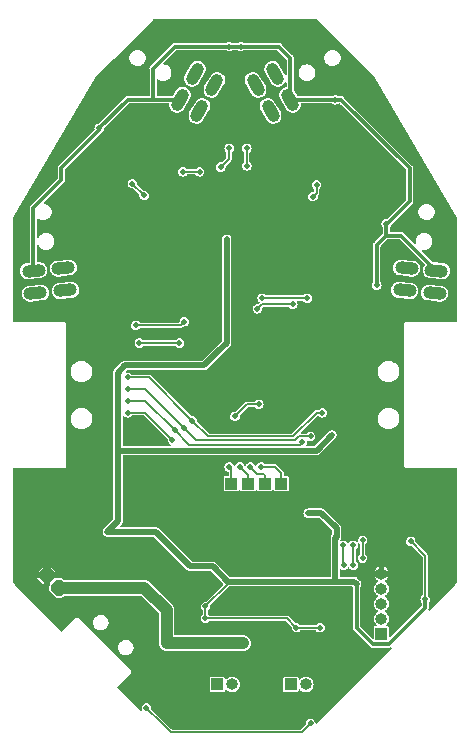
<source format=gbr>
%TF.GenerationSoftware,KiCad,Pcbnew,(7.0.0)*%
%TF.CreationDate,2024-08-06T08:44:49+09:00*%
%TF.ProjectId,extraice,65787472-6169-4636-952e-6b696361645f,rev?*%
%TF.SameCoordinates,Original*%
%TF.FileFunction,Copper,L2,Bot*%
%TF.FilePolarity,Positive*%
%FSLAX46Y46*%
G04 Gerber Fmt 4.6, Leading zero omitted, Abs format (unit mm)*
G04 Created by KiCad (PCBNEW (7.0.0)) date 2024-08-06 08:44:49*
%MOMM*%
%LPD*%
G01*
G04 APERTURE LIST*
G04 Aperture macros list*
%AMRoundRect*
0 Rectangle with rounded corners*
0 $1 Rounding radius*
0 $2 $3 $4 $5 $6 $7 $8 $9 X,Y pos of 4 corners*
0 Add a 4 corners polygon primitive as box body*
4,1,4,$2,$3,$4,$5,$6,$7,$8,$9,$2,$3,0*
0 Add four circle primitives for the rounded corners*
1,1,$1+$1,$2,$3*
1,1,$1+$1,$4,$5*
1,1,$1+$1,$6,$7*
1,1,$1+$1,$8,$9*
0 Add four rect primitives between the rounded corners*
20,1,$1+$1,$2,$3,$4,$5,0*
20,1,$1+$1,$4,$5,$6,$7,0*
20,1,$1+$1,$6,$7,$8,$9,0*
20,1,$1+$1,$8,$9,$2,$3,0*%
G04 Aperture macros list end*
%TA.AperFunction,ComponentPad*%
%ADD10RoundRect,0.525000X-0.237500X-0.411362X0.237500X0.411362X0.237500X0.411362X-0.237500X-0.411362X0*%
%TD*%
%TA.AperFunction,ComponentPad*%
%ADD11R,1.000000X1.000000*%
%TD*%
%TA.AperFunction,ComponentPad*%
%ADD12O,1.000000X1.000000*%
%TD*%
%TA.AperFunction,ComponentPad*%
%ADD13RoundRect,0.300000X0.424264X0.000000X0.000000X0.424264X-0.424264X0.000000X0.000000X-0.424264X0*%
%TD*%
%TA.AperFunction,ComponentPad*%
%ADD14RoundRect,0.525000X-0.473192X0.041399X0.473192X-0.041399X0.473192X-0.041399X-0.473192X0.041399X0*%
%TD*%
%TA.AperFunction,ComponentPad*%
%ADD15RoundRect,0.525000X-0.473192X-0.041399X0.473192X0.041399X0.473192X0.041399X-0.473192X-0.041399X0*%
%TD*%
%TA.AperFunction,ComponentPad*%
%ADD16RoundRect,0.525000X-0.237500X0.411362X0.237500X-0.411362X0.237500X-0.411362X-0.237500X0.411362X0*%
%TD*%
%TA.AperFunction,SMDPad,CuDef*%
%ADD17R,1.000000X1.000000*%
%TD*%
%TA.AperFunction,ViaPad*%
%ADD18C,0.500000*%
%TD*%
%TA.AperFunction,Conductor*%
%ADD19C,0.150000*%
%TD*%
%TA.AperFunction,Conductor*%
%ADD20C,0.500000*%
%TD*%
%TA.AperFunction,Conductor*%
%ADD21C,0.300000*%
%TD*%
%TA.AperFunction,Conductor*%
%ADD22C,1.000000*%
%TD*%
G04 APERTURE END LIST*
D10*
%TO.P,U13,1*%
%TO.N,Net-(U11-VIN)*%
X136600000Y-72800000D03*
%TO.P,U13,2*%
%TO.N,/LED_POW*%
X135330000Y-74999704D03*
%TO.P,U13,3*%
X138249779Y-73752500D03*
%TO.P,U13,4*%
%TO.N,Net-(R6-Pad2)*%
X136979779Y-75952204D03*
%TD*%
D11*
%TO.P,J4,1,Pin_1*%
%TO.N,Net-(J4-Pin_1)*%
X144729999Y-124499999D03*
D12*
%TO.P,J4,2,Pin_2*%
%TO.N,Net-(J4-Pin_2)*%
X145999999Y-124499999D03*
%TD*%
D13*
%TO.P,J1,1,Pin_1*%
%TO.N,GND*%
X124069670Y-115269670D03*
%TO.P,J1,2,Pin_2*%
%TO.N,/V_MOT*%
X125130330Y-116330330D03*
%TD*%
D11*
%TO.P,J5,1,Pin_1*%
%TO.N,Net-(J5-Pin_1)*%
X138499999Y-124499999D03*
D12*
%TO.P,J5,2,Pin_2*%
%TO.N,Net-(J5-Pin_2)*%
X139769999Y-124499999D03*
%TD*%
D14*
%TO.P,U15,1*%
%TO.N,Net-(U19-VIN)*%
X154528274Y-89250293D03*
%TO.P,U15,2*%
%TO.N,/LED_POW*%
X157058608Y-89471669D03*
%TO.P,U15,3*%
X154362242Y-91148044D03*
%TO.P,U15,4*%
%TO.N,Net-(R9-Pad2)*%
X156892577Y-91369420D03*
%TD*%
D15*
%TO.P,U12,1*%
%TO.N,Net-(U4-VIN)*%
X125471726Y-89250293D03*
%TO.P,U12,2*%
%TO.N,/LED_POW*%
X122941392Y-89471669D03*
%TO.P,U12,3*%
X125637758Y-91148044D03*
%TO.P,U12,4*%
%TO.N,Net-(R23-Pad2)*%
X123107423Y-91369420D03*
%TD*%
D16*
%TO.P,U14,1*%
%TO.N,Net-(U18-VIN)*%
X143400000Y-72800000D03*
%TO.P,U14,2*%
%TO.N,/LED_POW*%
X144670000Y-74999704D03*
%TO.P,U14,3*%
X141750221Y-73752500D03*
%TO.P,U14,4*%
%TO.N,Net-(R8-Pad2)*%
X143020221Y-75952204D03*
%TD*%
D11*
%TO.P,J3,1,Pin_1*%
%TO.N,/TXD*%
X152399999Y-120209999D03*
D12*
%TO.P,J3,2,Pin_2*%
%TO.N,/RXD*%
X152399999Y-118939999D03*
%TO.P,J3,3,Pin_3*%
%TO.N,/CHIP_PU*%
X152399999Y-117669999D03*
%TO.P,J3,4,Pin_4*%
%TO.N,/GPIO0*%
X152399999Y-116399999D03*
%TO.P,J3,5,Pin_5*%
%TO.N,GND*%
X152399999Y-115129999D03*
%TD*%
D17*
%TO.P,TP1,1,1*%
%TO.N,/SPI2_MISO*%
X143899999Y-107499999D03*
%TD*%
%TO.P,TP3,1,1*%
%TO.N,/SPI2_SCK*%
X141099999Y-107499999D03*
%TD*%
%TO.P,TP4,1,1*%
%TO.N,/CS_IMU*%
X139699999Y-107499999D03*
%TD*%
%TO.P,TP2,1,1*%
%TO.N,/SPI2_MOSI*%
X142499999Y-107499999D03*
%TD*%
D18*
%TO.N,GND*%
X154500000Y-113500000D03*
X154500000Y-115500000D03*
X158500000Y-115500000D03*
X155500000Y-107000000D03*
X158000000Y-107000000D03*
X153000000Y-77000000D03*
X151500000Y-75500000D03*
X150000000Y-74000000D03*
X128000000Y-114500000D03*
X126500000Y-112500000D03*
X124000000Y-112500000D03*
X124000000Y-110500000D03*
X124000000Y-108500000D03*
X152500000Y-112500000D03*
X152500000Y-111500000D03*
X147500000Y-107500000D03*
X146000000Y-107500000D03*
X146500000Y-95500000D03*
X146500000Y-97000000D03*
X146500000Y-98500000D03*
X143500000Y-87500000D03*
X143500000Y-85500000D03*
X145000000Y-85500000D03*
X145000000Y-87500000D03*
X145000000Y-89500000D03*
X135900000Y-118950000D03*
X134650000Y-114100000D03*
%TO.N,+BATT*%
X135700000Y-93800000D03*
X131600000Y-94100000D03*
%TO.N,GND*%
X135400000Y-96700000D03*
X136600000Y-93800000D03*
X136300000Y-95700000D03*
X131000000Y-96000000D03*
X129000000Y-91000000D03*
X130000000Y-74000000D03*
X128000000Y-76000000D03*
X127000000Y-86000000D03*
X130000000Y-89000000D03*
X130000000Y-86000000D03*
X133000000Y-86000000D03*
X136000000Y-89000000D03*
X136000000Y-86000000D03*
X153000000Y-92300000D03*
X155900000Y-109300000D03*
X143100000Y-84300000D03*
X140000000Y-109300000D03*
X136400000Y-79700000D03*
X150800000Y-94100000D03*
X146000000Y-77800000D03*
X130200000Y-78500000D03*
X140300000Y-118300000D03*
X135500000Y-125200000D03*
X126719500Y-82000000D03*
X136300000Y-77300000D03*
X148200000Y-96500000D03*
X140500000Y-122000000D03*
X152800000Y-95000000D03*
X129200000Y-105800000D03*
X149300000Y-121000000D03*
X133000000Y-77800000D03*
X153800000Y-92300000D03*
X141400000Y-96700000D03*
X139700000Y-98200000D03*
X131600000Y-106800000D03*
X130300000Y-114300000D03*
X141700000Y-114400000D03*
X150500000Y-86300000D03*
X130200000Y-79500000D03*
X144100000Y-121800000D03*
X153200000Y-82000000D03*
X140100000Y-95000000D03*
X143600000Y-125200000D03*
X140500000Y-122800000D03*
X140100000Y-94000000D03*
X142000000Y-100000000D03*
X129200000Y-106800000D03*
X135200000Y-119100000D03*
X142800000Y-125200000D03*
X139300000Y-84000000D03*
X129200000Y-107800000D03*
X142000000Y-125200000D03*
X136200000Y-112500000D03*
X129200000Y-108800000D03*
X149500000Y-77200000D03*
X146800000Y-114400000D03*
X136300000Y-125200000D03*
X152900000Y-88200000D03*
X135000000Y-76400000D03*
X134100000Y-116200000D03*
X146300000Y-76200000D03*
X149600000Y-95300000D03*
X134700000Y-125200000D03*
X140000000Y-110700000D03*
X131600000Y-108800000D03*
X158400000Y-93400000D03*
X139800000Y-82900000D03*
X147100000Y-121600000D03*
X153800000Y-95000000D03*
X121600000Y-93400000D03*
X131600000Y-107800000D03*
X131600000Y-109800000D03*
X144200000Y-117000000D03*
X140800000Y-94500000D03*
X144200000Y-111800000D03*
X150500000Y-83800000D03*
X137700000Y-98800000D03*
X138800000Y-109300000D03*
X130900000Y-102500000D03*
X151700000Y-121900000D03*
X126700000Y-80400000D03*
X137800000Y-94500000D03*
X137700000Y-100000000D03*
X150700000Y-79800000D03*
X147100000Y-120800000D03*
X141200000Y-125200000D03*
X137700000Y-101200000D03*
X138500000Y-95000000D03*
X154000000Y-82900000D03*
X138500000Y-94000000D03*
X143800000Y-82700000D03*
X147100000Y-122400000D03*
X134600000Y-115000000D03*
X137100000Y-125200000D03*
%TO.N,+3V0*%
X150300000Y-116000000D03*
X148500000Y-115800000D03*
X137500000Y-117900000D03*
X147200000Y-119700000D03*
X148200000Y-103400000D03*
X138100000Y-114500000D03*
X139300000Y-86800000D03*
X154873113Y-112383454D03*
X148600000Y-112000000D03*
X130900000Y-97500000D03*
X145200000Y-119700000D03*
X136200000Y-114500000D03*
X156100000Y-117300000D03*
X129200000Y-111600000D03*
X137500000Y-118900000D03*
X146200000Y-110000000D03*
X138600000Y-96300000D03*
%TO.N,/LF_EN*%
X131900000Y-95600000D03*
X135300000Y-95600000D03*
%TO.N,+BATT*%
X146400000Y-127800000D03*
X132500000Y-126500000D03*
%TO.N,Net-(Q4-D)*%
X138800000Y-80700000D03*
X139500000Y-79100000D03*
%TO.N,/CHIP_PU*%
X149211195Y-114388805D03*
X149178878Y-112725999D03*
%TO.N,/GPIO0*%
X149987746Y-112725999D03*
X150000000Y-114400000D03*
%TO.N,/SPI2_MISO*%
X146100000Y-91800000D03*
X142300000Y-91800000D03*
X142200000Y-106100000D03*
%TO.N,/CS_IMU*%
X139500000Y-106100000D03*
%TO.N,/SPI2_SCK*%
X140000000Y-101800000D03*
X141893750Y-92706250D03*
X140400000Y-106100000D03*
X144900000Y-92300000D03*
X142025999Y-100785095D03*
%TO.N,/SPI2_MOSI*%
X141300000Y-106100000D03*
%TO.N,/SPI1_MISO*%
X146400000Y-103500000D03*
X130900000Y-99500000D03*
X135700000Y-102800000D03*
%TO.N,/SPI1_MOSI*%
X136400000Y-102200000D03*
X130900000Y-98500000D03*
X147400000Y-101500000D03*
%TO.N,/CS_ENC_L*%
X134700000Y-103800000D03*
X130900000Y-101500000D03*
%TO.N,/SPI1_SCK*%
X134900000Y-103000000D03*
X130900000Y-100500000D03*
X145700000Y-104000000D03*
%TO.N,Net-(Q2-D)*%
X141000000Y-80600000D03*
X141000000Y-79100000D03*
%TO.N,/CS_ENC_R*%
X150800000Y-112300000D03*
X150800000Y-113800000D03*
%TO.N,/CS_LF*%
X132300000Y-83100000D03*
X131300000Y-82100000D03*
%TO.N,/V_MOT*%
X140700000Y-121000000D03*
X134200000Y-121000000D03*
%TO.N,/CS_LS*%
X137000000Y-81100000D03*
X135600000Y-81100000D03*
%TO.N,/CS_RS*%
X146600000Y-83200000D03*
X146900000Y-82200000D03*
%TO.N,/LED_POW*%
X148500000Y-74999704D03*
X128500000Y-77400000D03*
X139500000Y-70500000D03*
X152000000Y-90700000D03*
X152800000Y-85500000D03*
X140500000Y-70500000D03*
%TD*%
D19*
%TO.N,+BATT*%
X131600000Y-94100000D02*
X135400000Y-94100000D01*
X135400000Y-94100000D02*
X135700000Y-93800000D01*
D20*
%TO.N,+3V0*%
X130700000Y-97500000D02*
X130900000Y-97500000D01*
X139400000Y-115800000D02*
X148500000Y-115800000D01*
D19*
X156100000Y-113610341D02*
X154873113Y-112383454D01*
D20*
X133300000Y-111600000D02*
X136200000Y-114500000D01*
X130100000Y-104700000D02*
X130100000Y-98100000D01*
X130100000Y-104700000D02*
X146900000Y-104700000D01*
X148600000Y-112000000D02*
X148600000Y-111300000D01*
D19*
X144400000Y-118900000D02*
X137500000Y-118900000D01*
D20*
X130900000Y-97500000D02*
X137400000Y-97500000D01*
X146900000Y-104700000D02*
X148200000Y-103400000D01*
D21*
X153000000Y-121100000D02*
X156100000Y-118000000D01*
D20*
X148500000Y-112100000D02*
X148600000Y-112000000D01*
X136200000Y-114500000D02*
X138100000Y-114500000D01*
D19*
X137500000Y-117900000D02*
X137500000Y-118900000D01*
X147200000Y-119700000D02*
X145200000Y-119700000D01*
D20*
X139300000Y-95600000D02*
X139300000Y-86800000D01*
X150100000Y-115800000D02*
X150300000Y-116000000D01*
D19*
X139400000Y-115800000D02*
X139400000Y-116000000D01*
D21*
X150300000Y-116000000D02*
X150300000Y-119710000D01*
X150300000Y-119710000D02*
X151690000Y-121100000D01*
D19*
X139400000Y-116000000D02*
X137500000Y-117900000D01*
D20*
X129200000Y-111600000D02*
X130100000Y-110700000D01*
X148600000Y-111300000D02*
X147300000Y-110000000D01*
X148500000Y-115800000D02*
X150100000Y-115800000D01*
D21*
X156100000Y-118000000D02*
X156100000Y-117300000D01*
D20*
X137400000Y-97500000D02*
X138600000Y-96300000D01*
X138100000Y-114500000D02*
X139400000Y-115800000D01*
D19*
X156100000Y-117300000D02*
X156100000Y-113610341D01*
D20*
X138600000Y-96300000D02*
X139300000Y-95600000D01*
D21*
X151690000Y-121100000D02*
X153000000Y-121100000D01*
D20*
X148500000Y-115800000D02*
X148500000Y-112100000D01*
X130100000Y-98100000D02*
X130700000Y-97500000D01*
D19*
X145200000Y-119700000D02*
X144400000Y-118900000D01*
D20*
X147300000Y-110000000D02*
X146200000Y-110000000D01*
X129200000Y-111600000D02*
X133300000Y-111600000D01*
X130100000Y-110700000D02*
X130100000Y-104700000D01*
D19*
%TO.N,/LF_EN*%
X131900000Y-95600000D02*
X135300000Y-95600000D01*
%TO.N,+BATT*%
X133800000Y-127800000D02*
X132500000Y-126500000D01*
X146400000Y-127800000D02*
X145649017Y-128550983D01*
X134550983Y-128550983D02*
X133800000Y-127800000D01*
X145649017Y-128550983D02*
X134550983Y-128550983D01*
%TO.N,Net-(Q4-D)*%
X139500000Y-80000000D02*
X138800000Y-80700000D01*
X139500000Y-79100000D02*
X139500000Y-80000000D01*
%TO.N,/CHIP_PU*%
X149178878Y-114356488D02*
X149211195Y-114388805D01*
X149178878Y-112725999D02*
X149178878Y-114356488D01*
%TO.N,/GPIO0*%
X149987746Y-114387746D02*
X150000000Y-114400000D01*
X149987746Y-112725999D02*
X149987746Y-114387746D01*
%TO.N,/SPI2_MISO*%
X143400000Y-106100000D02*
X143900000Y-106600000D01*
X143900000Y-106600000D02*
X143900000Y-107500000D01*
X142300000Y-91800000D02*
X146100000Y-91800000D01*
X142200000Y-106100000D02*
X143400000Y-106100000D01*
%TO.N,/CS_IMU*%
X139700000Y-107500000D02*
X139700000Y-106300000D01*
X139700000Y-106300000D02*
X139500000Y-106100000D01*
%TO.N,/SPI2_SCK*%
X141893750Y-92706250D02*
X142300000Y-92300000D01*
X142300000Y-92300000D02*
X144900000Y-92300000D01*
X141014905Y-100785095D02*
X140000000Y-101800000D01*
X140400000Y-106100000D02*
X141100000Y-106800000D01*
X142025999Y-100785095D02*
X141014905Y-100785095D01*
X141100000Y-106800000D02*
X141100000Y-107500000D01*
%TO.N,/SPI2_MOSI*%
X142500000Y-107500000D02*
X142500000Y-106800000D01*
X141900000Y-106700000D02*
X141300000Y-106100000D01*
X142500000Y-106800000D02*
X142400000Y-106700000D01*
X142400000Y-106700000D02*
X141900000Y-106700000D01*
%TO.N,/SPI1_MISO*%
X145400000Y-103500000D02*
X146400000Y-103500000D01*
X132400000Y-99500000D02*
X130900000Y-99500000D01*
X135700000Y-102800000D02*
X132400000Y-99500000D01*
X145100499Y-103799501D02*
X145400000Y-103500000D01*
X135700000Y-102800000D02*
X136699501Y-103799501D01*
X136699501Y-103799501D02*
X145100499Y-103799501D01*
%TO.N,/SPI1_MOSI*%
X144900000Y-103500000D02*
X146900000Y-101500000D01*
X146900000Y-101500000D02*
X147400000Y-101500000D01*
X132700000Y-98500000D02*
X130900000Y-98500000D01*
X137700000Y-103500000D02*
X144900000Y-103500000D01*
X136400000Y-102200000D02*
X137700000Y-103500000D01*
X136400000Y-102200000D02*
X132700000Y-98500000D01*
%TO.N,/CS_ENC_L*%
X134700000Y-103800000D02*
X132400000Y-101500000D01*
X132400000Y-101500000D02*
X130900000Y-101500000D01*
%TO.N,/SPI1_SCK*%
X132400000Y-100500000D02*
X130900000Y-100500000D01*
X134900000Y-103000000D02*
X136100000Y-104200000D01*
X136100000Y-104200000D02*
X145500000Y-104200000D01*
X145500000Y-104200000D02*
X145700000Y-104000000D01*
X134900000Y-103000000D02*
X132400000Y-100500000D01*
%TO.N,Net-(Q2-D)*%
X141000000Y-79100000D02*
X141000000Y-80600000D01*
%TO.N,/CS_ENC_R*%
X150800000Y-113800000D02*
X150800000Y-112300000D01*
%TO.N,/CS_LF*%
X132300000Y-83100000D02*
X131300000Y-82100000D01*
D22*
%TO.N,/V_MOT*%
X140700000Y-121000000D02*
X134200000Y-121000000D01*
X134200000Y-121000000D02*
X134200000Y-118200000D01*
X132330330Y-116330330D02*
X125130330Y-116330330D01*
X134200000Y-118200000D02*
X132330330Y-116330330D01*
D19*
%TO.N,/CS_LS*%
X135600000Y-81100000D02*
X137000000Y-81100000D01*
%TO.N,/CS_RS*%
X146900000Y-82900000D02*
X146600000Y-83200000D01*
X146900000Y-82200000D02*
X146900000Y-82900000D01*
D21*
%TO.N,/LED_POW*%
X152000000Y-87300000D02*
X152000000Y-90700000D01*
X128500000Y-77600000D02*
X128500000Y-77400000D01*
X133062520Y-74999704D02*
X133062520Y-72362770D01*
X122932110Y-84157431D02*
X125300000Y-81789541D01*
X130900296Y-74999704D02*
X133062520Y-74999704D01*
X152800000Y-86500000D02*
X152000000Y-87300000D01*
X122932110Y-89462387D02*
X122932110Y-84157431D01*
X125300000Y-81789541D02*
X125300000Y-80800000D01*
X154800000Y-80800000D02*
X154800000Y-83600000D01*
X128500000Y-77400000D02*
X130900296Y-74999704D01*
X144670000Y-74999704D02*
X148999704Y-74999704D01*
X125300000Y-80800000D02*
X128500000Y-77600000D01*
X140500000Y-70500000D02*
X143700000Y-70500000D01*
X134925290Y-70500000D02*
X139500000Y-70500000D01*
X152800000Y-86500000D02*
X154086939Y-86500000D01*
X143700000Y-70500000D02*
X144670000Y-71470000D01*
X130900296Y-74999704D02*
X135330000Y-74999704D01*
X139500000Y-70500000D02*
X140500000Y-70500000D01*
X154800000Y-83600000D02*
X152800000Y-85600000D01*
X148999704Y-74999704D02*
X154800000Y-80800000D01*
X144670000Y-71470000D02*
X144670000Y-74999704D01*
X154086939Y-86500000D02*
X157058608Y-89471669D01*
X122941392Y-89471669D02*
X122932110Y-89462387D01*
X133062520Y-72362770D02*
X134925290Y-70500000D01*
X152800000Y-85600000D02*
X152800000Y-86500000D01*
X135330000Y-74999704D02*
X135669461Y-74660243D01*
%TD*%
%TA.AperFunction,Conductor*%
%TO.N,GND*%
G36*
X146914618Y-68206133D02*
G01*
X146938625Y-68222174D01*
X151833113Y-73116663D01*
X151844707Y-73131703D01*
X158789420Y-85036925D01*
X158799500Y-85074211D01*
X158799500Y-93725500D01*
X158789586Y-93762500D01*
X158762500Y-93789586D01*
X158725500Y-93799500D01*
X154545763Y-93799500D01*
X154454237Y-93799500D01*
X154446727Y-93803116D01*
X154446724Y-93803117D01*
X154440866Y-93805938D01*
X154425234Y-93811408D01*
X154418896Y-93812854D01*
X154418892Y-93812855D01*
X154410769Y-93814710D01*
X154404253Y-93819906D01*
X154404249Y-93819908D01*
X154399165Y-93823963D01*
X154385146Y-93832772D01*
X154379289Y-93835593D01*
X154379287Y-93835594D01*
X154371776Y-93839212D01*
X154366578Y-93845728D01*
X154366577Y-93845730D01*
X154362524Y-93850813D01*
X154350813Y-93862524D01*
X154345730Y-93866577D01*
X154345728Y-93866578D01*
X154339212Y-93871776D01*
X154335594Y-93879287D01*
X154335593Y-93879289D01*
X154332772Y-93885146D01*
X154323963Y-93899165D01*
X154319908Y-93904249D01*
X154319906Y-93904253D01*
X154314710Y-93910769D01*
X154312855Y-93918892D01*
X154312854Y-93918896D01*
X154311408Y-93925234D01*
X154305938Y-93940866D01*
X154303117Y-93946724D01*
X154303117Y-93946725D01*
X154299500Y-93954237D01*
X154299500Y-93977410D01*
X154299500Y-105954237D01*
X154299500Y-106045763D01*
X154303117Y-106053275D01*
X154303118Y-106053277D01*
X154305936Y-106059128D01*
X154311407Y-106074764D01*
X154314710Y-106089231D01*
X154319910Y-106095751D01*
X154323960Y-106100830D01*
X154332774Y-106114858D01*
X154335592Y-106120710D01*
X154335595Y-106120713D01*
X154339212Y-106128224D01*
X154345729Y-106133421D01*
X154345731Y-106133423D01*
X154350808Y-106137472D01*
X154362525Y-106149188D01*
X154371776Y-106160788D01*
X154379286Y-106164404D01*
X154379289Y-106164407D01*
X154385140Y-106167225D01*
X154399170Y-106176040D01*
X154410769Y-106185290D01*
X154418895Y-106187144D01*
X154418896Y-106187145D01*
X154425232Y-106188591D01*
X154440874Y-106194064D01*
X154454237Y-106200500D01*
X154477410Y-106200500D01*
X154545763Y-106200500D01*
X158725500Y-106200500D01*
X158762500Y-106210414D01*
X158789586Y-106237500D01*
X158799500Y-106274500D01*
X158799500Y-115582882D01*
X158799272Y-115588688D01*
X158790114Y-115705049D01*
X158788297Y-115716519D01*
X158761729Y-115827179D01*
X158758140Y-115838224D01*
X158714588Y-115943359D01*
X158709316Y-115953705D01*
X158649851Y-116050736D01*
X158643025Y-116060131D01*
X158567056Y-116149071D01*
X158563112Y-116153337D01*
X158537148Y-116179298D01*
X158537143Y-116179303D01*
X158537138Y-116179309D01*
X158537134Y-116179314D01*
X158537135Y-116179314D01*
X156484272Y-118232177D01*
X156439629Y-118253451D01*
X156391554Y-118241855D01*
X156361519Y-118202568D01*
X156362937Y-118153135D01*
X156363399Y-118151939D01*
X156364510Y-118149072D01*
X156372465Y-118133977D01*
X156379656Y-118123481D01*
X156386565Y-118094102D01*
X156389597Y-118084314D01*
X156396043Y-118067676D01*
X156400500Y-118056173D01*
X156400500Y-118043447D01*
X156402466Y-118026504D01*
X156402748Y-118025304D01*
X156405379Y-118014119D01*
X156401209Y-117984233D01*
X156400500Y-117974010D01*
X156400500Y-117596544D01*
X156406133Y-117568225D01*
X156422174Y-117544218D01*
X156422174Y-117544217D01*
X156428050Y-117538342D01*
X156485646Y-117425304D01*
X156505492Y-117300000D01*
X156485646Y-117174696D01*
X156428050Y-117061658D01*
X156347174Y-116980781D01*
X156331133Y-116956775D01*
X156325500Y-116928456D01*
X156325500Y-113618202D01*
X156325601Y-113614329D01*
X156325622Y-113613925D01*
X156327700Y-113574277D01*
X156318965Y-113551524D01*
X156315673Y-113540411D01*
X156310607Y-113516573D01*
X156305608Y-113509693D01*
X156296391Y-113492717D01*
X156296131Y-113492040D01*
X156293345Y-113484781D01*
X156276117Y-113467553D01*
X156268583Y-113458732D01*
X156254260Y-113439018D01*
X156246894Y-113434765D01*
X156231571Y-113423007D01*
X155293427Y-112484863D01*
X155275375Y-112455404D01*
X155272664Y-112420962D01*
X155278605Y-112383454D01*
X155258759Y-112258150D01*
X155201163Y-112145112D01*
X155111455Y-112055404D01*
X154998417Y-111997808D01*
X154992663Y-111996896D01*
X154992661Y-111996896D01*
X154878865Y-111978873D01*
X154873113Y-111977962D01*
X154867361Y-111978873D01*
X154753564Y-111996896D01*
X154753560Y-111996896D01*
X154747809Y-111997808D01*
X154742617Y-112000453D01*
X154742615Y-112000454D01*
X154639963Y-112052758D01*
X154639960Y-112052759D01*
X154634771Y-112055404D01*
X154630654Y-112059520D01*
X154630651Y-112059523D01*
X154549182Y-112140992D01*
X154549179Y-112140995D01*
X154545063Y-112145112D01*
X154542418Y-112150301D01*
X154542417Y-112150304D01*
X154490113Y-112252956D01*
X154487467Y-112258150D01*
X154486555Y-112263901D01*
X154486555Y-112263905D01*
X154474028Y-112342999D01*
X154467621Y-112383454D01*
X154468532Y-112389204D01*
X154468532Y-112389206D01*
X154479024Y-112455454D01*
X154487467Y-112508758D01*
X154545063Y-112621796D01*
X154634771Y-112711504D01*
X154747809Y-112769100D01*
X154873113Y-112788946D01*
X154910620Y-112783005D01*
X154945062Y-112785716D01*
X154974521Y-112803768D01*
X155852826Y-113682072D01*
X155868867Y-113706079D01*
X155874500Y-113734398D01*
X155874500Y-116928456D01*
X155868867Y-116956775D01*
X155852826Y-116980782D01*
X155776069Y-117057538D01*
X155776066Y-117057541D01*
X155771950Y-117061658D01*
X155769305Y-117066847D01*
X155769304Y-117066850D01*
X155717000Y-117169502D01*
X155714354Y-117174696D01*
X155713442Y-117180447D01*
X155713442Y-117180451D01*
X155704728Y-117235470D01*
X155694508Y-117300000D01*
X155695419Y-117305752D01*
X155705540Y-117369658D01*
X155714354Y-117425304D01*
X155771950Y-117538342D01*
X155776069Y-117542461D01*
X155777826Y-117544218D01*
X155793867Y-117568225D01*
X155799500Y-117596544D01*
X155799500Y-117844877D01*
X155793867Y-117873196D01*
X155777826Y-117897203D01*
X153176826Y-120498203D01*
X153138937Y-120518455D01*
X153096181Y-120514244D01*
X153062971Y-120486989D01*
X153050500Y-120445877D01*
X153050500Y-119698820D01*
X153050500Y-119695180D01*
X153041767Y-119651278D01*
X153008504Y-119601496D01*
X152958722Y-119568233D01*
X152951576Y-119566811D01*
X152951575Y-119566811D01*
X152918389Y-119560210D01*
X152914820Y-119559500D01*
X152911180Y-119559500D01*
X152876816Y-119559500D01*
X152834779Y-119546401D01*
X152807625Y-119511740D01*
X152804966Y-119467790D01*
X152827745Y-119430110D01*
X152861762Y-119399974D01*
X152890483Y-119374530D01*
X152980220Y-119244523D01*
X153036237Y-119096818D01*
X153055278Y-118940000D01*
X153036237Y-118783182D01*
X152980220Y-118635477D01*
X152890483Y-118505470D01*
X152772240Y-118400717D01*
X152768280Y-118398638D01*
X152768272Y-118398633D01*
X152714712Y-118370522D01*
X152685774Y-118343281D01*
X152675102Y-118304998D01*
X152685775Y-118266715D01*
X152714710Y-118239476D01*
X152772240Y-118209283D01*
X152890483Y-118104530D01*
X152980220Y-117974523D01*
X153036237Y-117826818D01*
X153055278Y-117670000D01*
X153036237Y-117513182D01*
X152980220Y-117365477D01*
X152890483Y-117235470D01*
X152772240Y-117130717D01*
X152768279Y-117128638D01*
X152768276Y-117128636D01*
X152714713Y-117100524D01*
X152685774Y-117073283D01*
X152675102Y-117035000D01*
X152685774Y-116996717D01*
X152714713Y-116969476D01*
X152738912Y-116956775D01*
X152772240Y-116939283D01*
X152890483Y-116834530D01*
X152980220Y-116704523D01*
X153036237Y-116556818D01*
X153055278Y-116400000D01*
X153036237Y-116243182D01*
X152980220Y-116095477D01*
X152890483Y-115965470D01*
X152877215Y-115953716D01*
X152775589Y-115863684D01*
X152772240Y-115860717D01*
X152768280Y-115858638D01*
X152768272Y-115858633D01*
X152714174Y-115830240D01*
X152685236Y-115803000D01*
X152674564Y-115764717D01*
X152685236Y-115726434D01*
X152714175Y-115699193D01*
X152767990Y-115670948D01*
X152775303Y-115665900D01*
X152886755Y-115567162D01*
X152892646Y-115560512D01*
X152977234Y-115437968D01*
X152981359Y-115430107D01*
X152996098Y-115391245D01*
X152996442Y-115382706D01*
X152988337Y-115380000D01*
X151811663Y-115380000D01*
X151803557Y-115382706D01*
X151803901Y-115391245D01*
X151818640Y-115430107D01*
X151822765Y-115437968D01*
X151907353Y-115560512D01*
X151913244Y-115567162D01*
X152024696Y-115665900D01*
X152032006Y-115670946D01*
X152085825Y-115699193D01*
X152114763Y-115726434D01*
X152125435Y-115764717D01*
X152114763Y-115802999D01*
X152085826Y-115830240D01*
X152031724Y-115858635D01*
X152031714Y-115858641D01*
X152027760Y-115860717D01*
X152024414Y-115863681D01*
X152024410Y-115863684D01*
X151912866Y-115962502D01*
X151912861Y-115962507D01*
X151909517Y-115965470D01*
X151906977Y-115969149D01*
X151906975Y-115969152D01*
X151822319Y-116091797D01*
X151822315Y-116091803D01*
X151819780Y-116095477D01*
X151818195Y-116099655D01*
X151818194Y-116099658D01*
X151765350Y-116238995D01*
X151765348Y-116239001D01*
X151763763Y-116243182D01*
X151763223Y-116247624D01*
X151763223Y-116247627D01*
X151753848Y-116324843D01*
X151744722Y-116400000D01*
X151763763Y-116556818D01*
X151765349Y-116560999D01*
X151765350Y-116561004D01*
X151784590Y-116611735D01*
X151819780Y-116704523D01*
X151909517Y-116834530D01*
X152027760Y-116939283D01*
X152061088Y-116956775D01*
X152085287Y-116969476D01*
X152114225Y-116996717D01*
X152124897Y-117035000D01*
X152114225Y-117073283D01*
X152085287Y-117100524D01*
X152031720Y-117128638D01*
X152031716Y-117128640D01*
X152027760Y-117130717D01*
X152024414Y-117133681D01*
X152024410Y-117133684D01*
X151912866Y-117232502D01*
X151912861Y-117232507D01*
X151909517Y-117235470D01*
X151906977Y-117239149D01*
X151906975Y-117239152D01*
X151822319Y-117361797D01*
X151822315Y-117361803D01*
X151819780Y-117365477D01*
X151818195Y-117369655D01*
X151818194Y-117369658D01*
X151765350Y-117508995D01*
X151765348Y-117509001D01*
X151763763Y-117513182D01*
X151763223Y-117517624D01*
X151763223Y-117517627D01*
X151756627Y-117571950D01*
X151744722Y-117670000D01*
X151745262Y-117674447D01*
X151760335Y-117798590D01*
X151763763Y-117826818D01*
X151765349Y-117830999D01*
X151765350Y-117831004D01*
X151794367Y-117907515D01*
X151819780Y-117974523D01*
X151822317Y-117978199D01*
X151822319Y-117978202D01*
X151866054Y-118041563D01*
X151909517Y-118104530D01*
X152027760Y-118209283D01*
X152085286Y-118239475D01*
X152114224Y-118266715D01*
X152124897Y-118304998D01*
X152114225Y-118343281D01*
X152085288Y-118370522D01*
X152031724Y-118398635D01*
X152031714Y-118398641D01*
X152027760Y-118400717D01*
X152024414Y-118403681D01*
X152024410Y-118403684D01*
X151912866Y-118502502D01*
X151912861Y-118502507D01*
X151909517Y-118505470D01*
X151906977Y-118509149D01*
X151906975Y-118509152D01*
X151822319Y-118631797D01*
X151822315Y-118631803D01*
X151819780Y-118635477D01*
X151818195Y-118639655D01*
X151818194Y-118639658D01*
X151765350Y-118778995D01*
X151765348Y-118779001D01*
X151763763Y-118783182D01*
X151763223Y-118787624D01*
X151763223Y-118787627D01*
X151754556Y-118859005D01*
X151744722Y-118940000D01*
X151763763Y-119096818D01*
X151765349Y-119100999D01*
X151765350Y-119101004D01*
X151782860Y-119147174D01*
X151819780Y-119244523D01*
X151909517Y-119374530D01*
X151912865Y-119377496D01*
X151912866Y-119377497D01*
X151972255Y-119430110D01*
X151995034Y-119467790D01*
X151992375Y-119511740D01*
X151965221Y-119546401D01*
X151923184Y-119559500D01*
X151885180Y-119559500D01*
X151881611Y-119560209D01*
X151881610Y-119560210D01*
X151848424Y-119566811D01*
X151848421Y-119566811D01*
X151841278Y-119568233D01*
X151835220Y-119572280D01*
X151835219Y-119572281D01*
X151797556Y-119597446D01*
X151797553Y-119597448D01*
X151791496Y-119601496D01*
X151787448Y-119607553D01*
X151787446Y-119607556D01*
X151762281Y-119645219D01*
X151758233Y-119651278D01*
X151756811Y-119658421D01*
X151756811Y-119658424D01*
X151754953Y-119667765D01*
X151749500Y-119695180D01*
X151749500Y-119698820D01*
X151749500Y-120555877D01*
X151737029Y-120596989D01*
X151703819Y-120624244D01*
X151661063Y-120628455D01*
X151623174Y-120608203D01*
X150622174Y-119607203D01*
X150606133Y-119583196D01*
X150600500Y-119554877D01*
X150600500Y-116296544D01*
X150606133Y-116268225D01*
X150622174Y-116244218D01*
X150622598Y-116243793D01*
X150628050Y-116238342D01*
X150639898Y-116215085D01*
X150645957Y-116205200D01*
X150661296Y-116184090D01*
X150669361Y-116159265D01*
X150673796Y-116148558D01*
X150685646Y-116125304D01*
X150689727Y-116099532D01*
X150692434Y-116088253D01*
X150700500Y-116063433D01*
X150700500Y-116037343D01*
X150701411Y-116025767D01*
X150704581Y-116005752D01*
X150705492Y-116000000D01*
X150701410Y-115974232D01*
X150700500Y-115962657D01*
X150700500Y-115942393D01*
X150700500Y-115936567D01*
X150692437Y-115911754D01*
X150689727Y-115900463D01*
X150686557Y-115880449D01*
X150685646Y-115874696D01*
X150673795Y-115851439D01*
X150669360Y-115840732D01*
X150661296Y-115815911D01*
X150645960Y-115794802D01*
X150639894Y-115784902D01*
X150630694Y-115766847D01*
X150630693Y-115766846D01*
X150628050Y-115761658D01*
X150605486Y-115739094D01*
X150605484Y-115739091D01*
X150360909Y-115494516D01*
X150360905Y-115494513D01*
X150338342Y-115471950D01*
X150315094Y-115460104D01*
X150305196Y-115454038D01*
X150288801Y-115442126D01*
X150288798Y-115442124D01*
X150284090Y-115438704D01*
X150259278Y-115430642D01*
X150248550Y-115426198D01*
X150230494Y-115416998D01*
X150230491Y-115416997D01*
X150225304Y-115414354D01*
X150219559Y-115413443D01*
X150219550Y-115413441D01*
X150199532Y-115410270D01*
X150188248Y-115407561D01*
X150168972Y-115401299D01*
X150168968Y-115401298D01*
X150163433Y-115399500D01*
X150157612Y-115399500D01*
X148974500Y-115399500D01*
X148937500Y-115389586D01*
X148910414Y-115362500D01*
X148900500Y-115325500D01*
X148900500Y-114877293D01*
X151803557Y-114877293D01*
X151811663Y-114880000D01*
X152140257Y-114880000D01*
X152147940Y-114877940D01*
X152150000Y-114870257D01*
X152650000Y-114870257D01*
X152652059Y-114877940D01*
X152659743Y-114880000D01*
X152988337Y-114880000D01*
X152996442Y-114877293D01*
X152996098Y-114868754D01*
X152981359Y-114829892D01*
X152977234Y-114822031D01*
X152892646Y-114699487D01*
X152886755Y-114692837D01*
X152775302Y-114594098D01*
X152767992Y-114589052D01*
X152661326Y-114533070D01*
X152652868Y-114531870D01*
X152650000Y-114539919D01*
X152650000Y-114870257D01*
X152150000Y-114870257D01*
X152150000Y-114539919D01*
X152147131Y-114531870D01*
X152138673Y-114533070D01*
X152032007Y-114589052D01*
X152024697Y-114594098D01*
X151913244Y-114692837D01*
X151907353Y-114699487D01*
X151822765Y-114822031D01*
X151818640Y-114829892D01*
X151803901Y-114868754D01*
X151803557Y-114877293D01*
X148900500Y-114877293D01*
X148900500Y-114800746D01*
X148916991Y-114754176D01*
X148959115Y-114728363D01*
X149008095Y-114734812D01*
X149085891Y-114774451D01*
X149211195Y-114794297D01*
X149336499Y-114774451D01*
X149449537Y-114716855D01*
X149539245Y-114627147D01*
X149541891Y-114621952D01*
X149542448Y-114621187D01*
X149583163Y-114593201D01*
X149632416Y-114597076D01*
X149665649Y-114628614D01*
X149665885Y-114628443D01*
X149666808Y-114629714D01*
X149668251Y-114631083D01*
X149671950Y-114638342D01*
X149761658Y-114728050D01*
X149874696Y-114785646D01*
X150000000Y-114805492D01*
X150125304Y-114785646D01*
X150238342Y-114728050D01*
X150328050Y-114638342D01*
X150385646Y-114525304D01*
X150405492Y-114400000D01*
X150385646Y-114274696D01*
X150328050Y-114161658D01*
X150238342Y-114071950D01*
X150238342Y-114071949D01*
X150238930Y-114071361D01*
X150221312Y-114050735D01*
X150213246Y-114017138D01*
X150213246Y-113097543D01*
X150218879Y-113069224D01*
X150234920Y-113045217D01*
X150266124Y-113014013D01*
X150315796Y-112964341D01*
X150373392Y-112851303D01*
X150393238Y-112725999D01*
X150378737Y-112634444D01*
X150385891Y-112589275D01*
X150418231Y-112556936D01*
X150463402Y-112549781D01*
X150504152Y-112570544D01*
X150552826Y-112619218D01*
X150568867Y-112643225D01*
X150574500Y-112671544D01*
X150574500Y-113428456D01*
X150568867Y-113456775D01*
X150552826Y-113480782D01*
X150476069Y-113557538D01*
X150476066Y-113557541D01*
X150471950Y-113561658D01*
X150469305Y-113566847D01*
X150469304Y-113566850D01*
X150443139Y-113618202D01*
X150414354Y-113674696D01*
X150413442Y-113680447D01*
X150413442Y-113680451D01*
X150409753Y-113703746D01*
X150394508Y-113800000D01*
X150414354Y-113925304D01*
X150471950Y-114038342D01*
X150561658Y-114128050D01*
X150674696Y-114185646D01*
X150800000Y-114205492D01*
X150925304Y-114185646D01*
X151038342Y-114128050D01*
X151128050Y-114038342D01*
X151185646Y-113925304D01*
X151205492Y-113800000D01*
X151185646Y-113674696D01*
X151128050Y-113561658D01*
X151047174Y-113480782D01*
X151031133Y-113456775D01*
X151025500Y-113428456D01*
X151025500Y-112671544D01*
X151031133Y-112643225D01*
X151047174Y-112619218D01*
X151077117Y-112589275D01*
X151128050Y-112538342D01*
X151185646Y-112425304D01*
X151205492Y-112300000D01*
X151185646Y-112174696D01*
X151128050Y-112061658D01*
X151038342Y-111971950D01*
X151010712Y-111957872D01*
X150930497Y-111917000D01*
X150925304Y-111914354D01*
X150919550Y-111913442D01*
X150919548Y-111913442D01*
X150805752Y-111895419D01*
X150800000Y-111894508D01*
X150794248Y-111895419D01*
X150680451Y-111913442D01*
X150680447Y-111913442D01*
X150674696Y-111914354D01*
X150669504Y-111916999D01*
X150669502Y-111917000D01*
X150566850Y-111969304D01*
X150566847Y-111969305D01*
X150561658Y-111971950D01*
X150557541Y-111976066D01*
X150557538Y-111976069D01*
X150476069Y-112057538D01*
X150476066Y-112057541D01*
X150471950Y-112061658D01*
X150469305Y-112066847D01*
X150469304Y-112066850D01*
X150426782Y-112150304D01*
X150414354Y-112174696D01*
X150413442Y-112180447D01*
X150413442Y-112180451D01*
X150395419Y-112294248D01*
X150394508Y-112300000D01*
X150395419Y-112305752D01*
X150409008Y-112391552D01*
X150401853Y-112436724D01*
X150369514Y-112469063D01*
X150324343Y-112476217D01*
X150283593Y-112455454D01*
X150230207Y-112402068D01*
X150230207Y-112402067D01*
X150226088Y-112397949D01*
X150113050Y-112340353D01*
X150107296Y-112339441D01*
X150107294Y-112339441D01*
X149993498Y-112321418D01*
X149987746Y-112320507D01*
X149981994Y-112321418D01*
X149868197Y-112339441D01*
X149868193Y-112339441D01*
X149862442Y-112340353D01*
X149857250Y-112342998D01*
X149857248Y-112342999D01*
X149754596Y-112395303D01*
X149754593Y-112395304D01*
X149749404Y-112397949D01*
X149745287Y-112402065D01*
X149745284Y-112402068D01*
X149663815Y-112483537D01*
X149663812Y-112483540D01*
X149659696Y-112487657D01*
X149657052Y-112492844D01*
X149657051Y-112492847D01*
X149649246Y-112508167D01*
X149621977Y-112537666D01*
X149583312Y-112548571D01*
X149544647Y-112537666D01*
X149517378Y-112508167D01*
X149506928Y-112487657D01*
X149417220Y-112397949D01*
X149304182Y-112340353D01*
X149298428Y-112339441D01*
X149298426Y-112339441D01*
X149184630Y-112321418D01*
X149178878Y-112320507D01*
X149173126Y-112321418D01*
X149059329Y-112339441D01*
X149059325Y-112339441D01*
X149053574Y-112340353D01*
X149008094Y-112363526D01*
X148959115Y-112369975D01*
X148916991Y-112344162D01*
X148900500Y-112297592D01*
X148900500Y-112296544D01*
X148906133Y-112268225D01*
X148922174Y-112244218D01*
X148922598Y-112243793D01*
X148928050Y-112238342D01*
X148939893Y-112215097D01*
X148945957Y-112205199D01*
X148961296Y-112184090D01*
X148969357Y-112159278D01*
X148973796Y-112148559D01*
X148985646Y-112125304D01*
X148989726Y-112099537D01*
X148992438Y-112088241D01*
X148998698Y-112068974D01*
X149000499Y-112063433D01*
X149000499Y-112037349D01*
X149001410Y-112025773D01*
X149004581Y-112005752D01*
X149005492Y-112000000D01*
X149001410Y-111974232D01*
X149000500Y-111962657D01*
X149000500Y-111242391D01*
X149000500Y-111236567D01*
X148992436Y-111211751D01*
X148989726Y-111200460D01*
X148986557Y-111180450D01*
X148985646Y-111174696D01*
X148973795Y-111151439D01*
X148969360Y-111140732D01*
X148961296Y-111115911D01*
X148945960Y-111094802D01*
X148939894Y-111084902D01*
X148930694Y-111066847D01*
X148930693Y-111066846D01*
X148928050Y-111061658D01*
X148905486Y-111039094D01*
X148905484Y-111039091D01*
X147560909Y-109694516D01*
X147560905Y-109694513D01*
X147538342Y-109671950D01*
X147515094Y-109660104D01*
X147505196Y-109654038D01*
X147488801Y-109642126D01*
X147488798Y-109642124D01*
X147484090Y-109638704D01*
X147459278Y-109630642D01*
X147448550Y-109626198D01*
X147430494Y-109616998D01*
X147430491Y-109616997D01*
X147425304Y-109614354D01*
X147419559Y-109613443D01*
X147419550Y-109613441D01*
X147399532Y-109610270D01*
X147388248Y-109607561D01*
X147368972Y-109601299D01*
X147368968Y-109601298D01*
X147363433Y-109599500D01*
X147357612Y-109599500D01*
X146237343Y-109599500D01*
X146225767Y-109598589D01*
X146205752Y-109595419D01*
X146200000Y-109594508D01*
X146194248Y-109595419D01*
X146080451Y-109613442D01*
X146080447Y-109613442D01*
X146074696Y-109614354D01*
X146069504Y-109616999D01*
X146069502Y-109617000D01*
X145966850Y-109669304D01*
X145966847Y-109669305D01*
X145961658Y-109671950D01*
X145957541Y-109676066D01*
X145957538Y-109676069D01*
X145876069Y-109757538D01*
X145876066Y-109757541D01*
X145871950Y-109761658D01*
X145869305Y-109766847D01*
X145869304Y-109766850D01*
X145817000Y-109869502D01*
X145814354Y-109874696D01*
X145813442Y-109880447D01*
X145813442Y-109880451D01*
X145795419Y-109994248D01*
X145794508Y-110000000D01*
X145814354Y-110125304D01*
X145871950Y-110238342D01*
X145961658Y-110328050D01*
X146074696Y-110385646D01*
X146200000Y-110405492D01*
X146225767Y-110401410D01*
X146237343Y-110400500D01*
X147103455Y-110400500D01*
X147131774Y-110406133D01*
X147155781Y-110422174D01*
X148177826Y-111444219D01*
X148193867Y-111468226D01*
X148199500Y-111496545D01*
X148199500Y-111803456D01*
X148193867Y-111831775D01*
X148177826Y-111855782D01*
X148176066Y-111857541D01*
X148176063Y-111857543D01*
X148171950Y-111861658D01*
X148160107Y-111884900D01*
X148154044Y-111894793D01*
X148142126Y-111911197D01*
X148142121Y-111911205D01*
X148138704Y-111915910D01*
X148136907Y-111921439D01*
X148136904Y-111921446D01*
X148130642Y-111940721D01*
X148126199Y-111951447D01*
X148116997Y-111969505D01*
X148116993Y-111969515D01*
X148114354Y-111974696D01*
X148113443Y-111980441D01*
X148113441Y-111980450D01*
X148110270Y-112000468D01*
X148107561Y-112011751D01*
X148101299Y-112031024D01*
X148101297Y-112031035D01*
X148099500Y-112036567D01*
X148099500Y-112042389D01*
X148099500Y-115325500D01*
X148089586Y-115362500D01*
X148062500Y-115389586D01*
X148025500Y-115399500D01*
X139596545Y-115399500D01*
X139568226Y-115393867D01*
X139544219Y-115377826D01*
X138360916Y-114194523D01*
X138360915Y-114194522D01*
X138360909Y-114194516D01*
X138360905Y-114194513D01*
X138338342Y-114171950D01*
X138315094Y-114160104D01*
X138305196Y-114154038D01*
X138288801Y-114142126D01*
X138288798Y-114142124D01*
X138284090Y-114138704D01*
X138259278Y-114130642D01*
X138248550Y-114126198D01*
X138230494Y-114116998D01*
X138230491Y-114116997D01*
X138225304Y-114114354D01*
X138219559Y-114113443D01*
X138219550Y-114113441D01*
X138199532Y-114110270D01*
X138188248Y-114107561D01*
X138168972Y-114101299D01*
X138168968Y-114101298D01*
X138163433Y-114099500D01*
X138157612Y-114099500D01*
X138137343Y-114099500D01*
X138125767Y-114098589D01*
X138105752Y-114095419D01*
X138100000Y-114094508D01*
X138094248Y-114095419D01*
X138074233Y-114098589D01*
X138062657Y-114099500D01*
X136396544Y-114099500D01*
X136368225Y-114093867D01*
X136344218Y-114077826D01*
X133560916Y-111294523D01*
X133560915Y-111294522D01*
X133560909Y-111294516D01*
X133560905Y-111294513D01*
X133538342Y-111271950D01*
X133515094Y-111260104D01*
X133505196Y-111254038D01*
X133488801Y-111242126D01*
X133488798Y-111242124D01*
X133484090Y-111238704D01*
X133459278Y-111230642D01*
X133448550Y-111226198D01*
X133430494Y-111216998D01*
X133430491Y-111216997D01*
X133425304Y-111214354D01*
X133419559Y-111213443D01*
X133419550Y-111213441D01*
X133399532Y-111210270D01*
X133388248Y-111207561D01*
X133368972Y-111201299D01*
X133368968Y-111201298D01*
X133363433Y-111199500D01*
X133357612Y-111199500D01*
X130345544Y-111199500D01*
X130304432Y-111187029D01*
X130277177Y-111153819D01*
X130272966Y-111111063D01*
X130293218Y-111073174D01*
X130405483Y-110960909D01*
X130405484Y-110960906D01*
X130428050Y-110938342D01*
X130439893Y-110915097D01*
X130445957Y-110905199D01*
X130461296Y-110884090D01*
X130469357Y-110859278D01*
X130473796Y-110848559D01*
X130485646Y-110825304D01*
X130489726Y-110799537D01*
X130492438Y-110788241D01*
X130498698Y-110768974D01*
X130500499Y-110763433D01*
X130500499Y-110731525D01*
X130500500Y-110731519D01*
X130500500Y-108014820D01*
X139049500Y-108014820D01*
X139058233Y-108058722D01*
X139091496Y-108108504D01*
X139141278Y-108141767D01*
X139185180Y-108150500D01*
X140211180Y-108150500D01*
X140214820Y-108150500D01*
X140258722Y-108141767D01*
X140308504Y-108108504D01*
X140338470Y-108063655D01*
X140376213Y-108034693D01*
X140423787Y-108034693D01*
X140461529Y-108063655D01*
X140487444Y-108102441D01*
X140487446Y-108102443D01*
X140491496Y-108108504D01*
X140541278Y-108141767D01*
X140585180Y-108150500D01*
X141611180Y-108150500D01*
X141614820Y-108150500D01*
X141658722Y-108141767D01*
X141708504Y-108108504D01*
X141738470Y-108063655D01*
X141776213Y-108034693D01*
X141823787Y-108034693D01*
X141861529Y-108063655D01*
X141887444Y-108102441D01*
X141887446Y-108102443D01*
X141891496Y-108108504D01*
X141941278Y-108141767D01*
X141985180Y-108150500D01*
X143011180Y-108150500D01*
X143014820Y-108150500D01*
X143058722Y-108141767D01*
X143108504Y-108108504D01*
X143138470Y-108063655D01*
X143176213Y-108034693D01*
X143223787Y-108034693D01*
X143261529Y-108063655D01*
X143287444Y-108102441D01*
X143287446Y-108102443D01*
X143291496Y-108108504D01*
X143341278Y-108141767D01*
X143385180Y-108150500D01*
X144411180Y-108150500D01*
X144414820Y-108150500D01*
X144458722Y-108141767D01*
X144508504Y-108108504D01*
X144541767Y-108058722D01*
X144550500Y-108014820D01*
X144550500Y-106985180D01*
X144541767Y-106941278D01*
X144508504Y-106891496D01*
X144501040Y-106886509D01*
X144464780Y-106862281D01*
X144458722Y-106858233D01*
X144451576Y-106856811D01*
X144451575Y-106856811D01*
X144418389Y-106850210D01*
X144414820Y-106849500D01*
X144411180Y-106849500D01*
X144199500Y-106849500D01*
X144162500Y-106839586D01*
X144135414Y-106812500D01*
X144125500Y-106775500D01*
X144125500Y-106607861D01*
X144125601Y-106603988D01*
X144126027Y-106595856D01*
X144127700Y-106563936D01*
X144120327Y-106544728D01*
X144118969Y-106541191D01*
X144115670Y-106530053D01*
X144112224Y-106513840D01*
X144110607Y-106506232D01*
X144105609Y-106499353D01*
X144096392Y-106482378D01*
X144093346Y-106474441D01*
X144076118Y-106457213D01*
X144068583Y-106448391D01*
X144054260Y-106428677D01*
X144046894Y-106424424D01*
X144031571Y-106412666D01*
X143565007Y-105946102D01*
X143562340Y-105943292D01*
X143540710Y-105919269D01*
X143540708Y-105919268D01*
X143535507Y-105913491D01*
X143528405Y-105910328D01*
X143528401Y-105910326D01*
X143513251Y-105903581D01*
X143503050Y-105898042D01*
X143489144Y-105889012D01*
X143489143Y-105889011D01*
X143482618Y-105884774D01*
X143474934Y-105883556D01*
X143474930Y-105883555D01*
X143474208Y-105883441D01*
X143455704Y-105877960D01*
X143455037Y-105877663D01*
X143455036Y-105877662D01*
X143447932Y-105874500D01*
X143440155Y-105874500D01*
X143423573Y-105874500D01*
X143411997Y-105873589D01*
X143395617Y-105870994D01*
X143395613Y-105870994D01*
X143387935Y-105869778D01*
X143380423Y-105871790D01*
X143380419Y-105871791D01*
X143379722Y-105871978D01*
X143360569Y-105874500D01*
X142571544Y-105874500D01*
X142543225Y-105868867D01*
X142519218Y-105852826D01*
X142442461Y-105776069D01*
X142442460Y-105776068D01*
X142438342Y-105771950D01*
X142325304Y-105714354D01*
X142319550Y-105713442D01*
X142319548Y-105713442D01*
X142205752Y-105695419D01*
X142200000Y-105694508D01*
X142194248Y-105695419D01*
X142080451Y-105713442D01*
X142080447Y-105713442D01*
X142074696Y-105714354D01*
X142069504Y-105716999D01*
X142069502Y-105717000D01*
X141966850Y-105769304D01*
X141966847Y-105769305D01*
X141961658Y-105771950D01*
X141957541Y-105776066D01*
X141957538Y-105776069D01*
X141876069Y-105857538D01*
X141876066Y-105857541D01*
X141871950Y-105861658D01*
X141869305Y-105866847D01*
X141869304Y-105866850D01*
X141815934Y-105971595D01*
X141788665Y-106001095D01*
X141750000Y-106012000D01*
X141711335Y-106001095D01*
X141684066Y-105971595D01*
X141675222Y-105954237D01*
X141628050Y-105861658D01*
X141538342Y-105771950D01*
X141425304Y-105714354D01*
X141419550Y-105713442D01*
X141419548Y-105713442D01*
X141305752Y-105695419D01*
X141300000Y-105694508D01*
X141294248Y-105695419D01*
X141180451Y-105713442D01*
X141180447Y-105713442D01*
X141174696Y-105714354D01*
X141169504Y-105716999D01*
X141169502Y-105717000D01*
X141066850Y-105769304D01*
X141066847Y-105769305D01*
X141061658Y-105771950D01*
X141057541Y-105776066D01*
X141057538Y-105776069D01*
X140976069Y-105857538D01*
X140976066Y-105857541D01*
X140971950Y-105861658D01*
X140969305Y-105866847D01*
X140969304Y-105866850D01*
X140915934Y-105971595D01*
X140888665Y-106001095D01*
X140850000Y-106012000D01*
X140811335Y-106001095D01*
X140784066Y-105971595D01*
X140775222Y-105954237D01*
X140728050Y-105861658D01*
X140638342Y-105771950D01*
X140525304Y-105714354D01*
X140519550Y-105713442D01*
X140519548Y-105713442D01*
X140405752Y-105695419D01*
X140400000Y-105694508D01*
X140394248Y-105695419D01*
X140280451Y-105713442D01*
X140280447Y-105713442D01*
X140274696Y-105714354D01*
X140269504Y-105716999D01*
X140269502Y-105717000D01*
X140166850Y-105769304D01*
X140166847Y-105769305D01*
X140161658Y-105771950D01*
X140157541Y-105776066D01*
X140157538Y-105776069D01*
X140076069Y-105857538D01*
X140076066Y-105857541D01*
X140071950Y-105861658D01*
X140069305Y-105866847D01*
X140069304Y-105866850D01*
X140015934Y-105971595D01*
X139988665Y-106001095D01*
X139950000Y-106012000D01*
X139911335Y-106001095D01*
X139884066Y-105971595D01*
X139875222Y-105954237D01*
X139828050Y-105861658D01*
X139738342Y-105771950D01*
X139625304Y-105714354D01*
X139619550Y-105713442D01*
X139619548Y-105713442D01*
X139505752Y-105695419D01*
X139500000Y-105694508D01*
X139494248Y-105695419D01*
X139380451Y-105713442D01*
X139380447Y-105713442D01*
X139374696Y-105714354D01*
X139369504Y-105716999D01*
X139369502Y-105717000D01*
X139266850Y-105769304D01*
X139266847Y-105769305D01*
X139261658Y-105771950D01*
X139257541Y-105776066D01*
X139257538Y-105776069D01*
X139176069Y-105857538D01*
X139176066Y-105857541D01*
X139171950Y-105861658D01*
X139169305Y-105866847D01*
X139169304Y-105866850D01*
X139128923Y-105946102D01*
X139114354Y-105974696D01*
X139113442Y-105980447D01*
X139113442Y-105980451D01*
X139104419Y-106037423D01*
X139094508Y-106100000D01*
X139095419Y-106105752D01*
X139111995Y-106210414D01*
X139114354Y-106225304D01*
X139171950Y-106338342D01*
X139261658Y-106428050D01*
X139374696Y-106485646D01*
X139412075Y-106491566D01*
X139443996Y-106504787D01*
X139466434Y-106531059D01*
X139474500Y-106564655D01*
X139474500Y-106775500D01*
X139464586Y-106812500D01*
X139437500Y-106839586D01*
X139400500Y-106849500D01*
X139185180Y-106849500D01*
X139181611Y-106850209D01*
X139181610Y-106850210D01*
X139148424Y-106856811D01*
X139148421Y-106856811D01*
X139141278Y-106858233D01*
X139135220Y-106862280D01*
X139135219Y-106862281D01*
X139097556Y-106887446D01*
X139097553Y-106887448D01*
X139091496Y-106891496D01*
X139087448Y-106897553D01*
X139087446Y-106897556D01*
X139075640Y-106915226D01*
X139058233Y-106941278D01*
X139056811Y-106948421D01*
X139056811Y-106948424D01*
X139053453Y-106965306D01*
X139049500Y-106985180D01*
X139049500Y-108014820D01*
X130500500Y-108014820D01*
X130500500Y-105174500D01*
X130510414Y-105137500D01*
X130537500Y-105110414D01*
X130574500Y-105100500D01*
X146957609Y-105100500D01*
X146963433Y-105100500D01*
X146988253Y-105092434D01*
X146999532Y-105089727D01*
X147025304Y-105085646D01*
X147048558Y-105073796D01*
X147059265Y-105069361D01*
X147084090Y-105061296D01*
X147105200Y-105045958D01*
X147115095Y-105039894D01*
X147138342Y-105028050D01*
X147160905Y-105005486D01*
X147160909Y-105005484D01*
X148505484Y-103660909D01*
X148505486Y-103660905D01*
X148528050Y-103638342D01*
X148539897Y-103615088D01*
X148545957Y-103605199D01*
X148561296Y-103584089D01*
X148569359Y-103559270D01*
X148573794Y-103548563D01*
X148585646Y-103525304D01*
X148589727Y-103499532D01*
X148592434Y-103488253D01*
X148600500Y-103463433D01*
X148600500Y-103437343D01*
X148601411Y-103425767D01*
X148604581Y-103405752D01*
X148605492Y-103400000D01*
X148601410Y-103374232D01*
X148600500Y-103362657D01*
X148600500Y-103342393D01*
X148600500Y-103336567D01*
X148592437Y-103311754D01*
X148589727Y-103300463D01*
X148586557Y-103280449D01*
X148585646Y-103274696D01*
X148573800Y-103251448D01*
X148569357Y-103240721D01*
X148563097Y-103221451D01*
X148563094Y-103221447D01*
X148561296Y-103215910D01*
X148545959Y-103194801D01*
X148539894Y-103184904D01*
X148528050Y-103161658D01*
X148509600Y-103143208D01*
X148502059Y-103134378D01*
X148490147Y-103117983D01*
X148486726Y-103113274D01*
X148482019Y-103109854D01*
X148482018Y-103109853D01*
X148465617Y-103097937D01*
X148456788Y-103090396D01*
X148442458Y-103076066D01*
X148442457Y-103076065D01*
X148438342Y-103071950D01*
X148433154Y-103069306D01*
X148433152Y-103069305D01*
X148415096Y-103060105D01*
X148405201Y-103054042D01*
X148384090Y-103038704D01*
X148378555Y-103036905D01*
X148378552Y-103036904D01*
X148359278Y-103030642D01*
X148348550Y-103026198D01*
X148330494Y-103016998D01*
X148330491Y-103016997D01*
X148325304Y-103014354D01*
X148319559Y-103013443D01*
X148319550Y-103013441D01*
X148299532Y-103010270D01*
X148288248Y-103007561D01*
X148268972Y-103001299D01*
X148268968Y-103001298D01*
X148263433Y-102999500D01*
X148257612Y-102999500D01*
X148237343Y-102999500D01*
X148225767Y-102998589D01*
X148205752Y-102995419D01*
X148200000Y-102994508D01*
X148194248Y-102995419D01*
X148174233Y-102998589D01*
X148162657Y-102999500D01*
X148136567Y-102999500D01*
X148131035Y-103001297D01*
X148131024Y-103001299D01*
X148111751Y-103007561D01*
X148100468Y-103010270D01*
X148080453Y-103013441D01*
X148080446Y-103013442D01*
X148074696Y-103014354D01*
X148069511Y-103016995D01*
X148069507Y-103016997D01*
X148055489Y-103024139D01*
X148051450Y-103026198D01*
X148051444Y-103026201D01*
X148040721Y-103030642D01*
X148021451Y-103036903D01*
X148021446Y-103036905D01*
X148015911Y-103038704D01*
X148011202Y-103042124D01*
X148011194Y-103042129D01*
X147994797Y-103054042D01*
X147984905Y-103060103D01*
X147979743Y-103062734D01*
X147966845Y-103069306D01*
X147966840Y-103069308D01*
X147961658Y-103071950D01*
X147957542Y-103076064D01*
X147957540Y-103076067D01*
X146755781Y-104277826D01*
X146731774Y-104293867D01*
X146703455Y-104299500D01*
X146117645Y-104299500D01*
X146071075Y-104283009D01*
X146045262Y-104240885D01*
X146051711Y-104191905D01*
X146061255Y-104173174D01*
X146085646Y-104125304D01*
X146105492Y-104000000D01*
X146093655Y-103925266D01*
X146098377Y-103885375D01*
X146123248Y-103853826D01*
X146160938Y-103839921D01*
X146200338Y-103847758D01*
X146274696Y-103885646D01*
X146400000Y-103905492D01*
X146525304Y-103885646D01*
X146638342Y-103828050D01*
X146728050Y-103738342D01*
X146785646Y-103625304D01*
X146805492Y-103500000D01*
X146804507Y-103493784D01*
X146798778Y-103457609D01*
X146785646Y-103374696D01*
X146728050Y-103261658D01*
X146638342Y-103171950D01*
X146525304Y-103114354D01*
X146519550Y-103113442D01*
X146519548Y-103113442D01*
X146405752Y-103095419D01*
X146400000Y-103094508D01*
X146394248Y-103095419D01*
X146280451Y-103113442D01*
X146280447Y-103113442D01*
X146274696Y-103114354D01*
X146269504Y-103116999D01*
X146269502Y-103117000D01*
X146166850Y-103169304D01*
X146166847Y-103169305D01*
X146161658Y-103171950D01*
X146157541Y-103176066D01*
X146157538Y-103176069D01*
X146080782Y-103252826D01*
X146056775Y-103268867D01*
X146028456Y-103274500D01*
X145623058Y-103274500D01*
X145581946Y-103262029D01*
X145554691Y-103228819D01*
X145550480Y-103186063D01*
X145570732Y-103148174D01*
X146624259Y-102094646D01*
X152099500Y-102094646D01*
X152106005Y-102125251D01*
X152137781Y-102274748D01*
X152138856Y-102279803D01*
X152215849Y-102452730D01*
X152218127Y-102455865D01*
X152218128Y-102455867D01*
X152318235Y-102593653D01*
X152327112Y-102605871D01*
X152343153Y-102620314D01*
X152459697Y-102725252D01*
X152467784Y-102732533D01*
X152573165Y-102793374D01*
X152628357Y-102825240D01*
X152628359Y-102825241D01*
X152631716Y-102827179D01*
X152811744Y-102885674D01*
X152952808Y-102900500D01*
X153045252Y-102900500D01*
X153047192Y-102900500D01*
X153188256Y-102885674D01*
X153368284Y-102827179D01*
X153532216Y-102732533D01*
X153672888Y-102605871D01*
X153784151Y-102452730D01*
X153861144Y-102279803D01*
X153900500Y-102094646D01*
X153900500Y-101905354D01*
X153861144Y-101720197D01*
X153784151Y-101547270D01*
X153672888Y-101394129D01*
X153579816Y-101310326D01*
X153535095Y-101270059D01*
X153535093Y-101270057D01*
X153532216Y-101267467D01*
X153462184Y-101227034D01*
X153371642Y-101174759D01*
X153371636Y-101174756D01*
X153368284Y-101172821D01*
X153364594Y-101171622D01*
X153191941Y-101115523D01*
X153191938Y-101115522D01*
X153188256Y-101114326D01*
X153184405Y-101113921D01*
X153184404Y-101113921D01*
X153049117Y-101099702D01*
X153049110Y-101099701D01*
X153047192Y-101099500D01*
X152952808Y-101099500D01*
X152950890Y-101099701D01*
X152950882Y-101099702D01*
X152815595Y-101113921D01*
X152815592Y-101113921D01*
X152811744Y-101114326D01*
X152808063Y-101115521D01*
X152808058Y-101115523D01*
X152635405Y-101171622D01*
X152635401Y-101171623D01*
X152631716Y-101172821D01*
X152628366Y-101174754D01*
X152628357Y-101174759D01*
X152471140Y-101265529D01*
X152471137Y-101265531D01*
X152467784Y-101267467D01*
X152464910Y-101270054D01*
X152464904Y-101270059D01*
X152329991Y-101391536D01*
X152329987Y-101391539D01*
X152327112Y-101394129D01*
X152324836Y-101397261D01*
X152324832Y-101397266D01*
X152218128Y-101544132D01*
X152218124Y-101544137D01*
X152215849Y-101547270D01*
X152214273Y-101550807D01*
X152214272Y-101550811D01*
X152156552Y-101680451D01*
X152138856Y-101720197D01*
X152138050Y-101723985D01*
X152138049Y-101723991D01*
X152106600Y-101871950D01*
X152099500Y-101905354D01*
X152099500Y-102094646D01*
X146624259Y-102094646D01*
X146971731Y-101747174D01*
X146995738Y-101731133D01*
X147024057Y-101725500D01*
X147028456Y-101725500D01*
X147056775Y-101731133D01*
X147080781Y-101747173D01*
X147161658Y-101828050D01*
X147274696Y-101885646D01*
X147400000Y-101905492D01*
X147525304Y-101885646D01*
X147638342Y-101828050D01*
X147728050Y-101738342D01*
X147785646Y-101625304D01*
X147805492Y-101500000D01*
X147785646Y-101374696D01*
X147728050Y-101261658D01*
X147638342Y-101171950D01*
X147525304Y-101114354D01*
X147519550Y-101113442D01*
X147519548Y-101113442D01*
X147405752Y-101095419D01*
X147400000Y-101094508D01*
X147394248Y-101095419D01*
X147280451Y-101113442D01*
X147280447Y-101113442D01*
X147274696Y-101114354D01*
X147269504Y-101116999D01*
X147269502Y-101117000D01*
X147166850Y-101169304D01*
X147166847Y-101169305D01*
X147161658Y-101171950D01*
X147157541Y-101176066D01*
X147157538Y-101176069D01*
X147080782Y-101252826D01*
X147056775Y-101268867D01*
X147028456Y-101274500D01*
X146907861Y-101274500D01*
X146903988Y-101274399D01*
X146871700Y-101272706D01*
X146871695Y-101272706D01*
X146863936Y-101272300D01*
X146856679Y-101275085D01*
X146856674Y-101275086D01*
X146841184Y-101281032D01*
X146830057Y-101284328D01*
X146813836Y-101287776D01*
X146813833Y-101287776D01*
X146806232Y-101289393D01*
X146799943Y-101293961D01*
X146799942Y-101293962D01*
X146799351Y-101294392D01*
X146782388Y-101303602D01*
X146781701Y-101303865D01*
X146781695Y-101303868D01*
X146774440Y-101306654D01*
X146768944Y-101312148D01*
X146768940Y-101312152D01*
X146757205Y-101323887D01*
X146748381Y-101331423D01*
X146734967Y-101341169D01*
X146734964Y-101341171D01*
X146728677Y-101345740D01*
X146724789Y-101352471D01*
X146724788Y-101352474D01*
X146724424Y-101353105D01*
X146712668Y-101368424D01*
X144828269Y-103252826D01*
X144804262Y-103268867D01*
X144775943Y-103274500D01*
X137824057Y-103274500D01*
X137795738Y-103268867D01*
X137771731Y-103252826D01*
X136820314Y-102301409D01*
X136802262Y-102271950D01*
X136799551Y-102237508D01*
X136805492Y-102200000D01*
X136785646Y-102074696D01*
X136728050Y-101961658D01*
X136638342Y-101871950D01*
X136525304Y-101814354D01*
X136519550Y-101813442D01*
X136519548Y-101813442D01*
X136434676Y-101800000D01*
X139594508Y-101800000D01*
X139595419Y-101805752D01*
X139607653Y-101882999D01*
X139614354Y-101925304D01*
X139671950Y-102038342D01*
X139761658Y-102128050D01*
X139874696Y-102185646D01*
X140000000Y-102205492D01*
X140125304Y-102185646D01*
X140238342Y-102128050D01*
X140328050Y-102038342D01*
X140385646Y-101925304D01*
X140405492Y-101800000D01*
X140399551Y-101762491D01*
X140402262Y-101728049D01*
X140420312Y-101698592D01*
X141086635Y-101032269D01*
X141110643Y-101016228D01*
X141138962Y-101010595D01*
X141654455Y-101010595D01*
X141682774Y-101016228D01*
X141706781Y-101032268D01*
X141787657Y-101113145D01*
X141900695Y-101170741D01*
X142025999Y-101190587D01*
X142151303Y-101170741D01*
X142264341Y-101113145D01*
X142354049Y-101023437D01*
X142411645Y-100910399D01*
X142431491Y-100785095D01*
X142411645Y-100659791D01*
X142354049Y-100546753D01*
X142264341Y-100457045D01*
X142151303Y-100399449D01*
X142145549Y-100398537D01*
X142145547Y-100398537D01*
X142031751Y-100380514D01*
X142025999Y-100379603D01*
X142020247Y-100380514D01*
X141906450Y-100398537D01*
X141906446Y-100398537D01*
X141900695Y-100399449D01*
X141895503Y-100402094D01*
X141895501Y-100402095D01*
X141792849Y-100454399D01*
X141792846Y-100454400D01*
X141787657Y-100457045D01*
X141783540Y-100461161D01*
X141783537Y-100461164D01*
X141706781Y-100537921D01*
X141682774Y-100553962D01*
X141654455Y-100559595D01*
X141022747Y-100559595D01*
X141018874Y-100559494D01*
X140986605Y-100557802D01*
X140986600Y-100557802D01*
X140978841Y-100557396D01*
X140971587Y-100560180D01*
X140971576Y-100560182D01*
X140956097Y-100566124D01*
X140944971Y-100569420D01*
X140928747Y-100572869D01*
X140928741Y-100572871D01*
X140921137Y-100574488D01*
X140914847Y-100579057D01*
X140914844Y-100579059D01*
X140914255Y-100579488D01*
X140897282Y-100588703D01*
X140896606Y-100588962D01*
X140896603Y-100588963D01*
X140889345Y-100591750D01*
X140883846Y-100597248D01*
X140883844Y-100597250D01*
X140872114Y-100608979D01*
X140863291Y-100616514D01*
X140843582Y-100630835D01*
X140839696Y-100637563D01*
X140839692Y-100637569D01*
X140839326Y-100638205D01*
X140827571Y-100653522D01*
X140101408Y-101379685D01*
X140071950Y-101397737D01*
X140037507Y-101400448D01*
X140000000Y-101394508D01*
X139994248Y-101395419D01*
X139880451Y-101413442D01*
X139880447Y-101413442D01*
X139874696Y-101414354D01*
X139869504Y-101416999D01*
X139869502Y-101417000D01*
X139766850Y-101469304D01*
X139766847Y-101469305D01*
X139761658Y-101471950D01*
X139757541Y-101476066D01*
X139757538Y-101476069D01*
X139676069Y-101557538D01*
X139676066Y-101557541D01*
X139671950Y-101561658D01*
X139669305Y-101566847D01*
X139669304Y-101566850D01*
X139617000Y-101669502D01*
X139614354Y-101674696D01*
X139613442Y-101680447D01*
X139613442Y-101680451D01*
X139595582Y-101793218D01*
X139594508Y-101800000D01*
X136434676Y-101800000D01*
X136405752Y-101795419D01*
X136400000Y-101794508D01*
X136394248Y-101795419D01*
X136394247Y-101795419D01*
X136362491Y-101800448D01*
X136328048Y-101797737D01*
X136298590Y-101779685D01*
X132865007Y-98346102D01*
X132862340Y-98343292D01*
X132840710Y-98319269D01*
X132840708Y-98319268D01*
X132835507Y-98313491D01*
X132828405Y-98310328D01*
X132828401Y-98310326D01*
X132813251Y-98303581D01*
X132803050Y-98298042D01*
X132789144Y-98289012D01*
X132789143Y-98289011D01*
X132782618Y-98284774D01*
X132774934Y-98283556D01*
X132774930Y-98283555D01*
X132774208Y-98283441D01*
X132755704Y-98277960D01*
X132755037Y-98277663D01*
X132755036Y-98277662D01*
X132747932Y-98274500D01*
X132740155Y-98274500D01*
X132723573Y-98274500D01*
X132711997Y-98273589D01*
X132695617Y-98270994D01*
X132695613Y-98270994D01*
X132687935Y-98269778D01*
X132680423Y-98271790D01*
X132680419Y-98271791D01*
X132679722Y-98271978D01*
X132660569Y-98274500D01*
X131271544Y-98274500D01*
X131243225Y-98268867D01*
X131219218Y-98252826D01*
X131142461Y-98176069D01*
X131142460Y-98176068D01*
X131138342Y-98171950D01*
X131025304Y-98114354D01*
X131019550Y-98113442D01*
X131019548Y-98113442D01*
X130905752Y-98095419D01*
X130900871Y-98094646D01*
X152099500Y-98094646D01*
X152111105Y-98149246D01*
X152137728Y-98274500D01*
X152138856Y-98279803D01*
X152215849Y-98452730D01*
X152327112Y-98605871D01*
X152467784Y-98732533D01*
X152537816Y-98772966D01*
X152628357Y-98825240D01*
X152628359Y-98825241D01*
X152631716Y-98827179D01*
X152811744Y-98885674D01*
X152952808Y-98900500D01*
X153045252Y-98900500D01*
X153047192Y-98900500D01*
X153188256Y-98885674D01*
X153368284Y-98827179D01*
X153532216Y-98732533D01*
X153672888Y-98605871D01*
X153784151Y-98452730D01*
X153861144Y-98279803D01*
X153900500Y-98094646D01*
X153900500Y-97905354D01*
X153861144Y-97720197D01*
X153784151Y-97547270D01*
X153672888Y-97394129D01*
X153532216Y-97267467D01*
X153500705Y-97249274D01*
X153371642Y-97174759D01*
X153371636Y-97174756D01*
X153368284Y-97172821D01*
X153357469Y-97169307D01*
X153191941Y-97115523D01*
X153191938Y-97115522D01*
X153188256Y-97114326D01*
X153184405Y-97113921D01*
X153184404Y-97113921D01*
X153049117Y-97099702D01*
X153049110Y-97099701D01*
X153047192Y-97099500D01*
X152952808Y-97099500D01*
X152950890Y-97099701D01*
X152950882Y-97099702D01*
X152815595Y-97113921D01*
X152815592Y-97113921D01*
X152811744Y-97114326D01*
X152808063Y-97115521D01*
X152808058Y-97115523D01*
X152635405Y-97171622D01*
X152635401Y-97171623D01*
X152631716Y-97172821D01*
X152628366Y-97174754D01*
X152628357Y-97174759D01*
X152471140Y-97265529D01*
X152471137Y-97265531D01*
X152467784Y-97267467D01*
X152464910Y-97270054D01*
X152464904Y-97270059D01*
X152329991Y-97391536D01*
X152329987Y-97391539D01*
X152327112Y-97394129D01*
X152324836Y-97397261D01*
X152324832Y-97397266D01*
X152218128Y-97544132D01*
X152218124Y-97544137D01*
X152215849Y-97547270D01*
X152138856Y-97720197D01*
X152138050Y-97723985D01*
X152138049Y-97723991D01*
X152103689Y-97885646D01*
X152099500Y-97905354D01*
X152099500Y-98094646D01*
X130900871Y-98094646D01*
X130900000Y-98094508D01*
X130894248Y-98095419D01*
X130894247Y-98095419D01*
X130853898Y-98101809D01*
X130808727Y-98094654D01*
X130776388Y-98062314D01*
X130769234Y-98017143D01*
X130789998Y-97976394D01*
X130840138Y-97926255D01*
X130864145Y-97910214D01*
X130892463Y-97904581D01*
X130894248Y-97904581D01*
X130900000Y-97905492D01*
X130925767Y-97901410D01*
X130937343Y-97900500D01*
X137457609Y-97900500D01*
X137463433Y-97900500D01*
X137488253Y-97892434D01*
X137499532Y-97889727D01*
X137525304Y-97885646D01*
X137548558Y-97873796D01*
X137559265Y-97869361D01*
X137584090Y-97861296D01*
X137605200Y-97845958D01*
X137615095Y-97839894D01*
X137638342Y-97828050D01*
X137660905Y-97805486D01*
X137660909Y-97805484D01*
X138860905Y-96605486D01*
X138860909Y-96605484D01*
X139605483Y-95860909D01*
X139628050Y-95838342D01*
X139639893Y-95815097D01*
X139645957Y-95805199D01*
X139661296Y-95784090D01*
X139669357Y-95759278D01*
X139673796Y-95748559D01*
X139685646Y-95725304D01*
X139689726Y-95699537D01*
X139692438Y-95688241D01*
X139698698Y-95668974D01*
X139700499Y-95663433D01*
X139700499Y-95631525D01*
X139700500Y-95631519D01*
X139700500Y-92706250D01*
X141488258Y-92706250D01*
X141508104Y-92831554D01*
X141565700Y-92944592D01*
X141655408Y-93034300D01*
X141768446Y-93091896D01*
X141893750Y-93111742D01*
X142019054Y-93091896D01*
X142132092Y-93034300D01*
X142221800Y-92944592D01*
X142279396Y-92831554D01*
X142299242Y-92706250D01*
X142293301Y-92668741D01*
X142296012Y-92634299D01*
X142314065Y-92604840D01*
X142371732Y-92547174D01*
X142395739Y-92531133D01*
X142424057Y-92525500D01*
X144528456Y-92525500D01*
X144556775Y-92531133D01*
X144580782Y-92547174D01*
X144661658Y-92628050D01*
X144774696Y-92685646D01*
X144900000Y-92705492D01*
X145025304Y-92685646D01*
X145138342Y-92628050D01*
X145228050Y-92538342D01*
X145285646Y-92425304D01*
X145305492Y-92300000D01*
X145285646Y-92174696D01*
X145264448Y-92133094D01*
X145258000Y-92084115D01*
X145283813Y-92041991D01*
X145330383Y-92025500D01*
X145728456Y-92025500D01*
X145756775Y-92031133D01*
X145780782Y-92047174D01*
X145861658Y-92128050D01*
X145974696Y-92185646D01*
X146100000Y-92205492D01*
X146225304Y-92185646D01*
X146338342Y-92128050D01*
X146428050Y-92038342D01*
X146485646Y-91925304D01*
X146505492Y-91800000D01*
X146485646Y-91674696D01*
X146428050Y-91561658D01*
X146338342Y-91471950D01*
X146225304Y-91414354D01*
X146219550Y-91413442D01*
X146219548Y-91413442D01*
X146105752Y-91395419D01*
X146100000Y-91394508D01*
X146094248Y-91395419D01*
X145980451Y-91413442D01*
X145980447Y-91413442D01*
X145974696Y-91414354D01*
X145969504Y-91416999D01*
X145969502Y-91417000D01*
X145866850Y-91469304D01*
X145866847Y-91469305D01*
X145861658Y-91471950D01*
X145857541Y-91476066D01*
X145857538Y-91476069D01*
X145780782Y-91552826D01*
X145756775Y-91568867D01*
X145728456Y-91574500D01*
X142671544Y-91574500D01*
X142643225Y-91568867D01*
X142619218Y-91552826D01*
X142542461Y-91476069D01*
X142538342Y-91471950D01*
X142425304Y-91414354D01*
X142419550Y-91413442D01*
X142419548Y-91413442D01*
X142305752Y-91395419D01*
X142300000Y-91394508D01*
X142294248Y-91395419D01*
X142180451Y-91413442D01*
X142180447Y-91413442D01*
X142174696Y-91414354D01*
X142169504Y-91416999D01*
X142169502Y-91417000D01*
X142066850Y-91469304D01*
X142066847Y-91469305D01*
X142061658Y-91471950D01*
X142057541Y-91476066D01*
X142057538Y-91476069D01*
X141976069Y-91557538D01*
X141976066Y-91557541D01*
X141971950Y-91561658D01*
X141969305Y-91566847D01*
X141969304Y-91566850D01*
X141926647Y-91650569D01*
X141914354Y-91674696D01*
X141913442Y-91680447D01*
X141913442Y-91680451D01*
X141903519Y-91743107D01*
X141894508Y-91800000D01*
X141895419Y-91805752D01*
X141904971Y-91866065D01*
X141914354Y-91925304D01*
X141971950Y-92038342D01*
X141976069Y-92042460D01*
X141976069Y-92042461D01*
X142055025Y-92121417D01*
X142074178Y-92154591D01*
X142074177Y-92192896D01*
X142055024Y-92226069D01*
X141995157Y-92285935D01*
X141965699Y-92303987D01*
X141931257Y-92306698D01*
X141925283Y-92305752D01*
X141899502Y-92301669D01*
X141893750Y-92300758D01*
X141887998Y-92301669D01*
X141774201Y-92319692D01*
X141774197Y-92319692D01*
X141768446Y-92320604D01*
X141763254Y-92323249D01*
X141763252Y-92323250D01*
X141660600Y-92375554D01*
X141660597Y-92375555D01*
X141655408Y-92378200D01*
X141651291Y-92382316D01*
X141651288Y-92382319D01*
X141569819Y-92463788D01*
X141569816Y-92463791D01*
X141565700Y-92467908D01*
X141563055Y-92473097D01*
X141563054Y-92473100D01*
X141510750Y-92575752D01*
X141508104Y-92580946D01*
X141507192Y-92586697D01*
X141507192Y-92586701D01*
X141491521Y-92685646D01*
X141488258Y-92706250D01*
X139700500Y-92706250D01*
X139700500Y-86837343D01*
X139701411Y-86825767D01*
X139704581Y-86805752D01*
X139705492Y-86800000D01*
X139685646Y-86674696D01*
X139628050Y-86561658D01*
X139538342Y-86471950D01*
X139425304Y-86414354D01*
X139419550Y-86413442D01*
X139419548Y-86413442D01*
X139305752Y-86395419D01*
X139300000Y-86394508D01*
X139294248Y-86395419D01*
X139180451Y-86413442D01*
X139180447Y-86413442D01*
X139174696Y-86414354D01*
X139169504Y-86416999D01*
X139169502Y-86417000D01*
X139066850Y-86469304D01*
X139066847Y-86469305D01*
X139061658Y-86471950D01*
X139057541Y-86476066D01*
X139057538Y-86476069D01*
X138976069Y-86557538D01*
X138976066Y-86557541D01*
X138971950Y-86561658D01*
X138969305Y-86566847D01*
X138969304Y-86566850D01*
X138917000Y-86669502D01*
X138914354Y-86674696D01*
X138913442Y-86680447D01*
X138913442Y-86680451D01*
X138912096Y-86688950D01*
X138894508Y-86800000D01*
X138895419Y-86805752D01*
X138898589Y-86825767D01*
X138899500Y-86837343D01*
X138899500Y-95403456D01*
X138893867Y-95431775D01*
X138877826Y-95455782D01*
X138294516Y-96039091D01*
X137255781Y-97077826D01*
X137231774Y-97093867D01*
X137203455Y-97099500D01*
X130937343Y-97099500D01*
X130925767Y-97098589D01*
X130905752Y-97095419D01*
X130900000Y-97094508D01*
X130894248Y-97095419D01*
X130874233Y-97098589D01*
X130862657Y-97099500D01*
X130763433Y-97099500D01*
X130636567Y-97099500D01*
X130631035Y-97101297D01*
X130631024Y-97101299D01*
X130611751Y-97107561D01*
X130600468Y-97110270D01*
X130580450Y-97113441D01*
X130580441Y-97113443D01*
X130574696Y-97114354D01*
X130569515Y-97116993D01*
X130569505Y-97116997D01*
X130551447Y-97126199D01*
X130540721Y-97130642D01*
X130521451Y-97136903D01*
X130521447Y-97136904D01*
X130515910Y-97138704D01*
X130511200Y-97142125D01*
X130511196Y-97142128D01*
X130494803Y-97154039D01*
X130484905Y-97160105D01*
X130466844Y-97169307D01*
X130466841Y-97169308D01*
X130461658Y-97171950D01*
X130457542Y-97176064D01*
X130457540Y-97176067D01*
X130439093Y-97194513D01*
X130439091Y-97194517D01*
X129794516Y-97839091D01*
X129776067Y-97857540D01*
X129776064Y-97857542D01*
X129771950Y-97861658D01*
X129767110Y-97871157D01*
X129760107Y-97884900D01*
X129754044Y-97894793D01*
X129742126Y-97911197D01*
X129742121Y-97911205D01*
X129738704Y-97915910D01*
X129736907Y-97921439D01*
X129736904Y-97921446D01*
X129730642Y-97940721D01*
X129726199Y-97951447D01*
X129716997Y-97969505D01*
X129716993Y-97969515D01*
X129714354Y-97974696D01*
X129713443Y-97980441D01*
X129713441Y-97980450D01*
X129710270Y-98000468D01*
X129707561Y-98011751D01*
X129701299Y-98031024D01*
X129701297Y-98031035D01*
X129699500Y-98036567D01*
X129699500Y-98042389D01*
X129699500Y-104662657D01*
X129698589Y-104674232D01*
X129694508Y-104700000D01*
X129695419Y-104705752D01*
X129698589Y-104725767D01*
X129699500Y-104737343D01*
X129699500Y-110503456D01*
X129693867Y-110531775D01*
X129677826Y-110555781D01*
X129272704Y-110960903D01*
X128894516Y-111339091D01*
X128876067Y-111357540D01*
X128876064Y-111357542D01*
X128871950Y-111361658D01*
X128860107Y-111384900D01*
X128854044Y-111394793D01*
X128842126Y-111411197D01*
X128842121Y-111411205D01*
X128838704Y-111415910D01*
X128836907Y-111421439D01*
X128836904Y-111421446D01*
X128830642Y-111440721D01*
X128826199Y-111451447D01*
X128816997Y-111469505D01*
X128816993Y-111469515D01*
X128814354Y-111474696D01*
X128813443Y-111480441D01*
X128813441Y-111480450D01*
X128810270Y-111500468D01*
X128807561Y-111511751D01*
X128801299Y-111531024D01*
X128801297Y-111531035D01*
X128799500Y-111536567D01*
X128799500Y-111542389D01*
X128799500Y-111562657D01*
X128798589Y-111574232D01*
X128794508Y-111600000D01*
X128795419Y-111605752D01*
X128798589Y-111625767D01*
X128799500Y-111637343D01*
X128799500Y-111663433D01*
X128801298Y-111668968D01*
X128801299Y-111668972D01*
X128807561Y-111688248D01*
X128810270Y-111699532D01*
X128813441Y-111719550D01*
X128813443Y-111719559D01*
X128814354Y-111725304D01*
X128816997Y-111730491D01*
X128816998Y-111730494D01*
X128826198Y-111748550D01*
X128830642Y-111759278D01*
X128836904Y-111778552D01*
X128836905Y-111778555D01*
X128838704Y-111784090D01*
X128854043Y-111805202D01*
X128860105Y-111815096D01*
X128869305Y-111833152D01*
X128869306Y-111833154D01*
X128871950Y-111838342D01*
X128876066Y-111842458D01*
X128890396Y-111856788D01*
X128897937Y-111865617D01*
X128898828Y-111866844D01*
X128913274Y-111886726D01*
X128917983Y-111890147D01*
X128934378Y-111902059D01*
X128943208Y-111909600D01*
X128961658Y-111928050D01*
X128984904Y-111939894D01*
X128994801Y-111945959D01*
X129015910Y-111961296D01*
X129021447Y-111963094D01*
X129021451Y-111963097D01*
X129040721Y-111969357D01*
X129051448Y-111973800D01*
X129074696Y-111985646D01*
X129099807Y-111989623D01*
X129100463Y-111989727D01*
X129111754Y-111992437D01*
X129136567Y-112000500D01*
X129162657Y-112000500D01*
X129174232Y-112001410D01*
X129200000Y-112005492D01*
X129225767Y-112001410D01*
X129237343Y-112000500D01*
X129263433Y-112000500D01*
X133103455Y-112000500D01*
X133131774Y-112006133D01*
X133155781Y-112022174D01*
X135871950Y-114738342D01*
X135961658Y-114828050D01*
X135984904Y-114839894D01*
X135994801Y-114845958D01*
X136015910Y-114861296D01*
X136038864Y-114868754D01*
X136040720Y-114869357D01*
X136051448Y-114873801D01*
X136069500Y-114882999D01*
X136069502Y-114882999D01*
X136074696Y-114885646D01*
X136100465Y-114889726D01*
X136111748Y-114892434D01*
X136136567Y-114900499D01*
X136162651Y-114900499D01*
X136174226Y-114901409D01*
X136200000Y-114905492D01*
X136225767Y-114901410D01*
X136237343Y-114900500D01*
X137903455Y-114900500D01*
X137931774Y-114906133D01*
X137955781Y-114922174D01*
X139005024Y-115971417D01*
X139024177Y-116004590D01*
X139024177Y-116042896D01*
X139005024Y-116076069D01*
X137601408Y-117479685D01*
X137571950Y-117497737D01*
X137537507Y-117500448D01*
X137500000Y-117494508D01*
X137494248Y-117495419D01*
X137380451Y-117513442D01*
X137380447Y-117513442D01*
X137374696Y-117514354D01*
X137369504Y-117516999D01*
X137369502Y-117517000D01*
X137266850Y-117569304D01*
X137266847Y-117569305D01*
X137261658Y-117571950D01*
X137257541Y-117576066D01*
X137257538Y-117576069D01*
X137176069Y-117657538D01*
X137176066Y-117657541D01*
X137171950Y-117661658D01*
X137169305Y-117666847D01*
X137169304Y-117666850D01*
X137124423Y-117754934D01*
X137114354Y-117774696D01*
X137113442Y-117780447D01*
X137113442Y-117780451D01*
X137103173Y-117845288D01*
X137094508Y-117900000D01*
X137095419Y-117905752D01*
X137108084Y-117985720D01*
X137114354Y-118025304D01*
X137117000Y-118030497D01*
X137153473Y-118102080D01*
X137171950Y-118138342D01*
X137176069Y-118142461D01*
X137252826Y-118219218D01*
X137268867Y-118243225D01*
X137274500Y-118271544D01*
X137274500Y-118528456D01*
X137268867Y-118556775D01*
X137252826Y-118580782D01*
X137176069Y-118657538D01*
X137176066Y-118657541D01*
X137171950Y-118661658D01*
X137169305Y-118666847D01*
X137169304Y-118666850D01*
X137128923Y-118746102D01*
X137114354Y-118774696D01*
X137113442Y-118780447D01*
X137113442Y-118780451D01*
X137099086Y-118871093D01*
X137094508Y-118900000D01*
X137114354Y-119025304D01*
X137171950Y-119138342D01*
X137261658Y-119228050D01*
X137374696Y-119285646D01*
X137500000Y-119305492D01*
X137625304Y-119285646D01*
X137738342Y-119228050D01*
X137819218Y-119147173D01*
X137843225Y-119131133D01*
X137871544Y-119125500D01*
X144275942Y-119125500D01*
X144304261Y-119131133D01*
X144328268Y-119147174D01*
X144779685Y-119598591D01*
X144797737Y-119628049D01*
X144800448Y-119662492D01*
X144796615Y-119686693D01*
X144794508Y-119700000D01*
X144795419Y-119705752D01*
X144812514Y-119813690D01*
X144814354Y-119825304D01*
X144871950Y-119938342D01*
X144961658Y-120028050D01*
X145074696Y-120085646D01*
X145200000Y-120105492D01*
X145325304Y-120085646D01*
X145438342Y-120028050D01*
X145519217Y-119947174D01*
X145543225Y-119931133D01*
X145571544Y-119925500D01*
X146828456Y-119925500D01*
X146856775Y-119931133D01*
X146880782Y-119947174D01*
X146961658Y-120028050D01*
X147074696Y-120085646D01*
X147200000Y-120105492D01*
X147325304Y-120085646D01*
X147438342Y-120028050D01*
X147528050Y-119938342D01*
X147585646Y-119825304D01*
X147605492Y-119700000D01*
X147585646Y-119574696D01*
X147528050Y-119461658D01*
X147438342Y-119371950D01*
X147325304Y-119314354D01*
X147319550Y-119313442D01*
X147319548Y-119313442D01*
X147205752Y-119295419D01*
X147200000Y-119294508D01*
X147194248Y-119295419D01*
X147080451Y-119313442D01*
X147080447Y-119313442D01*
X147074696Y-119314354D01*
X147069504Y-119316999D01*
X147069502Y-119317000D01*
X146966850Y-119369304D01*
X146966847Y-119369305D01*
X146961658Y-119371950D01*
X146957541Y-119376066D01*
X146957538Y-119376069D01*
X146880782Y-119452826D01*
X146856775Y-119468867D01*
X146828456Y-119474500D01*
X145571544Y-119474500D01*
X145543225Y-119468867D01*
X145519218Y-119452826D01*
X145442461Y-119376069D01*
X145438342Y-119371950D01*
X145325304Y-119314354D01*
X145319550Y-119313442D01*
X145319548Y-119313442D01*
X145205752Y-119295419D01*
X145200000Y-119294508D01*
X145194248Y-119295419D01*
X145194247Y-119295419D01*
X145162491Y-119300448D01*
X145128048Y-119297737D01*
X145098590Y-119279685D01*
X144565007Y-118746102D01*
X144562340Y-118743292D01*
X144540710Y-118719269D01*
X144540708Y-118719268D01*
X144535507Y-118713491D01*
X144528405Y-118710328D01*
X144528401Y-118710326D01*
X144513251Y-118703581D01*
X144503050Y-118698042D01*
X144489144Y-118689012D01*
X144489143Y-118689011D01*
X144482618Y-118684774D01*
X144474934Y-118683556D01*
X144474930Y-118683555D01*
X144474208Y-118683441D01*
X144455704Y-118677960D01*
X144455037Y-118677663D01*
X144455036Y-118677662D01*
X144447932Y-118674500D01*
X144440155Y-118674500D01*
X144423573Y-118674500D01*
X144411997Y-118673589D01*
X144395617Y-118670994D01*
X144395613Y-118670994D01*
X144387935Y-118669778D01*
X144380423Y-118671790D01*
X144380419Y-118671791D01*
X144379722Y-118671978D01*
X144360569Y-118674500D01*
X137871544Y-118674500D01*
X137843225Y-118668867D01*
X137819218Y-118652826D01*
X137747174Y-118580782D01*
X137731133Y-118556775D01*
X137725500Y-118528456D01*
X137725500Y-118271544D01*
X137731133Y-118243225D01*
X137747174Y-118219218D01*
X137779359Y-118187033D01*
X137828050Y-118138342D01*
X137885646Y-118025304D01*
X137905492Y-117900000D01*
X137899551Y-117862491D01*
X137902262Y-117828049D01*
X137920312Y-117798592D01*
X139496731Y-116222174D01*
X139520739Y-116206133D01*
X139549058Y-116200500D01*
X148462657Y-116200500D01*
X148474232Y-116201410D01*
X148500000Y-116205492D01*
X148525767Y-116201410D01*
X148537343Y-116200500D01*
X149903455Y-116200500D01*
X149931774Y-116206133D01*
X149955781Y-116222174D01*
X149977826Y-116244219D01*
X149993867Y-116268226D01*
X149999500Y-116296545D01*
X149999500Y-119655454D01*
X149999015Y-119662428D01*
X149997227Y-119667765D01*
X149997543Y-119674609D01*
X149997543Y-119674613D01*
X149999421Y-119715226D01*
X149999500Y-119718643D01*
X149999500Y-119737844D01*
X150000128Y-119741204D01*
X150000444Y-119744613D01*
X150000415Y-119744615D01*
X150001021Y-119749843D01*
X150002415Y-119779992D01*
X150005185Y-119786266D01*
X150005186Y-119786269D01*
X150007556Y-119791637D01*
X150012598Y-119807917D01*
X150013677Y-119813690D01*
X150013679Y-119813696D01*
X150014939Y-119820433D01*
X150018549Y-119826263D01*
X150018550Y-119826266D01*
X150030825Y-119846092D01*
X150035601Y-119855153D01*
X150047794Y-119882765D01*
X150052640Y-119887611D01*
X150056792Y-119891763D01*
X150067379Y-119905128D01*
X150074081Y-119915952D01*
X150079550Y-119920082D01*
X150079553Y-119920085D01*
X150098164Y-119934139D01*
X150105896Y-119940867D01*
X151438943Y-121273914D01*
X151443532Y-121279188D01*
X151446042Y-121284228D01*
X151481178Y-121316259D01*
X151483626Y-121318597D01*
X151497203Y-121332174D01*
X151500023Y-121334106D01*
X151502658Y-121336294D01*
X151502638Y-121336316D01*
X151506764Y-121339584D01*
X151523997Y-121355295D01*
X151523999Y-121355296D01*
X151529067Y-121359916D01*
X151540933Y-121364512D01*
X151556017Y-121372463D01*
X151566519Y-121379657D01*
X151589496Y-121385061D01*
X151595890Y-121386565D01*
X151605679Y-121389596D01*
X151623136Y-121396358D01*
X151633827Y-121400500D01*
X151646553Y-121400500D01*
X151663495Y-121402465D01*
X151675881Y-121405379D01*
X151705766Y-121401209D01*
X151715990Y-121400500D01*
X152945454Y-121400500D01*
X152952428Y-121400984D01*
X152957765Y-121402773D01*
X153005226Y-121400578D01*
X153008643Y-121400500D01*
X153024417Y-121400500D01*
X153027844Y-121400500D01*
X153031213Y-121399869D01*
X153034617Y-121399554D01*
X153034619Y-121399585D01*
X153039840Y-121398978D01*
X153069992Y-121397585D01*
X153081634Y-121392444D01*
X153097926Y-121387398D01*
X153110433Y-121385061D01*
X153136099Y-121369168D01*
X153145139Y-121364403D01*
X153153503Y-121360710D01*
X153203641Y-121357231D01*
X153244440Y-121386586D01*
X153257074Y-121435234D01*
X153235716Y-121480732D01*
X146923358Y-127793091D01*
X146888307Y-127812720D01*
X146848164Y-127811143D01*
X146814762Y-127788824D01*
X146797943Y-127752340D01*
X146786557Y-127680451D01*
X146785646Y-127674696D01*
X146728050Y-127561658D01*
X146638342Y-127471950D01*
X146525304Y-127414354D01*
X146519550Y-127413442D01*
X146519548Y-127413442D01*
X146405752Y-127395419D01*
X146400000Y-127394508D01*
X146394248Y-127395419D01*
X146280451Y-127413442D01*
X146280447Y-127413442D01*
X146274696Y-127414354D01*
X146269504Y-127416999D01*
X146269502Y-127417000D01*
X146166850Y-127469304D01*
X146166847Y-127469305D01*
X146161658Y-127471950D01*
X146157541Y-127476066D01*
X146157538Y-127476069D01*
X146076069Y-127557538D01*
X146076066Y-127557541D01*
X146071950Y-127561658D01*
X146069305Y-127566847D01*
X146069304Y-127566850D01*
X146040293Y-127623788D01*
X146014354Y-127674696D01*
X146013442Y-127680447D01*
X146013442Y-127680451D01*
X145996278Y-127788824D01*
X145994508Y-127800000D01*
X145997463Y-127818663D01*
X146000448Y-127837507D01*
X145997737Y-127871950D01*
X145979685Y-127901408D01*
X145577286Y-128303809D01*
X145553279Y-128319850D01*
X145524960Y-128325483D01*
X134675040Y-128325483D01*
X134646721Y-128319850D01*
X134622714Y-128303809D01*
X132920314Y-126601409D01*
X132902262Y-126571950D01*
X132899551Y-126537508D01*
X132905492Y-126500000D01*
X132885646Y-126374696D01*
X132828050Y-126261658D01*
X132738342Y-126171950D01*
X132625304Y-126114354D01*
X132619550Y-126113442D01*
X132619548Y-126113442D01*
X132505752Y-126095419D01*
X132500000Y-126094508D01*
X132494248Y-126095419D01*
X132380451Y-126113442D01*
X132380447Y-126113442D01*
X132374696Y-126114354D01*
X132369504Y-126116999D01*
X132369502Y-126117000D01*
X132266850Y-126169304D01*
X132266847Y-126169305D01*
X132261658Y-126171950D01*
X132257541Y-126176066D01*
X132257538Y-126176069D01*
X132176069Y-126257538D01*
X132176066Y-126257541D01*
X132171950Y-126261658D01*
X132169305Y-126266847D01*
X132169304Y-126266850D01*
X132117000Y-126369502D01*
X132114354Y-126374696D01*
X132113442Y-126380447D01*
X132113442Y-126380451D01*
X132095419Y-126494248D01*
X132094508Y-126500000D01*
X132095419Y-126505750D01*
X132095419Y-126505752D01*
X132105903Y-126571950D01*
X132114354Y-126625304D01*
X132117000Y-126630497D01*
X132118798Y-126636030D01*
X132117348Y-126636501D01*
X132123461Y-126668554D01*
X132108261Y-126706944D01*
X132074856Y-126731214D01*
X132033647Y-126733806D01*
X131997464Y-126713914D01*
X130298370Y-125014820D01*
X137849500Y-125014820D01*
X137850210Y-125018389D01*
X137854779Y-125041361D01*
X137858233Y-125058722D01*
X137891496Y-125108504D01*
X137941278Y-125141767D01*
X137985180Y-125150500D01*
X139011180Y-125150500D01*
X139014820Y-125150500D01*
X139058722Y-125141767D01*
X139108504Y-125108504D01*
X139141767Y-125058722D01*
X139150500Y-125014820D01*
X139150500Y-124983209D01*
X139163599Y-124941173D01*
X139198258Y-124914018D01*
X139242207Y-124911359D01*
X139278784Y-124933468D01*
X139279517Y-124934530D01*
X139397760Y-125039283D01*
X139537635Y-125112696D01*
X139691015Y-125150500D01*
X139844506Y-125150500D01*
X139848985Y-125150500D01*
X140002365Y-125112696D01*
X140142240Y-125039283D01*
X140169853Y-125014820D01*
X144079500Y-125014820D01*
X144080210Y-125018389D01*
X144084779Y-125041361D01*
X144088233Y-125058722D01*
X144121496Y-125108504D01*
X144171278Y-125141767D01*
X144215180Y-125150500D01*
X145241180Y-125150500D01*
X145244820Y-125150500D01*
X145288722Y-125141767D01*
X145338504Y-125108504D01*
X145371767Y-125058722D01*
X145380500Y-125014820D01*
X145380500Y-124983209D01*
X145393599Y-124941173D01*
X145428258Y-124914018D01*
X145472207Y-124911359D01*
X145508784Y-124933468D01*
X145509517Y-124934530D01*
X145627760Y-125039283D01*
X145767635Y-125112696D01*
X145921015Y-125150500D01*
X146074506Y-125150500D01*
X146078985Y-125150500D01*
X146232365Y-125112696D01*
X146372240Y-125039283D01*
X146490483Y-124934530D01*
X146580220Y-124804523D01*
X146636237Y-124656818D01*
X146655278Y-124500000D01*
X146636237Y-124343182D01*
X146580220Y-124195477D01*
X146490483Y-124065470D01*
X146372240Y-123960717D01*
X146335203Y-123941278D01*
X146236329Y-123889384D01*
X146236325Y-123889382D01*
X146232365Y-123887304D01*
X146228019Y-123886232D01*
X146228017Y-123886232D01*
X146083333Y-123850571D01*
X146083327Y-123850570D01*
X146078985Y-123849500D01*
X145921015Y-123849500D01*
X145916673Y-123850570D01*
X145916666Y-123850571D01*
X145771982Y-123886232D01*
X145771977Y-123886233D01*
X145767635Y-123887304D01*
X145763676Y-123889381D01*
X145763670Y-123889384D01*
X145631720Y-123958638D01*
X145631716Y-123958640D01*
X145627760Y-123960717D01*
X145624414Y-123963681D01*
X145624410Y-123963684D01*
X145512864Y-124062504D01*
X145512860Y-124062507D01*
X145509517Y-124065470D01*
X145508784Y-124066531D01*
X145472207Y-124088641D01*
X145428258Y-124085982D01*
X145393599Y-124058827D01*
X145380500Y-124016791D01*
X145380500Y-123988820D01*
X145380500Y-123985180D01*
X145371767Y-123941278D01*
X145338504Y-123891496D01*
X145288722Y-123858233D01*
X145281576Y-123856811D01*
X145281575Y-123856811D01*
X145248389Y-123850210D01*
X145244820Y-123849500D01*
X144215180Y-123849500D01*
X144211611Y-123850209D01*
X144211610Y-123850210D01*
X144178424Y-123856811D01*
X144178421Y-123856811D01*
X144171278Y-123858233D01*
X144165220Y-123862280D01*
X144165219Y-123862281D01*
X144127556Y-123887446D01*
X144127553Y-123887448D01*
X144121496Y-123891496D01*
X144117448Y-123897553D01*
X144117446Y-123897556D01*
X144092281Y-123935219D01*
X144088233Y-123941278D01*
X144086811Y-123948421D01*
X144086811Y-123948424D01*
X144084366Y-123960717D01*
X144079500Y-123985180D01*
X144079500Y-125014820D01*
X140169853Y-125014820D01*
X140260483Y-124934530D01*
X140350220Y-124804523D01*
X140406237Y-124656818D01*
X140425278Y-124500000D01*
X140406237Y-124343182D01*
X140350220Y-124195477D01*
X140260483Y-124065470D01*
X140142240Y-123960717D01*
X140105203Y-123941278D01*
X140006329Y-123889384D01*
X140006325Y-123889382D01*
X140002365Y-123887304D01*
X139998019Y-123886232D01*
X139998017Y-123886232D01*
X139853333Y-123850571D01*
X139853327Y-123850570D01*
X139848985Y-123849500D01*
X139691015Y-123849500D01*
X139686673Y-123850570D01*
X139686666Y-123850571D01*
X139541982Y-123886232D01*
X139541977Y-123886233D01*
X139537635Y-123887304D01*
X139533676Y-123889381D01*
X139533670Y-123889384D01*
X139401720Y-123958638D01*
X139401716Y-123958640D01*
X139397760Y-123960717D01*
X139394414Y-123963681D01*
X139394410Y-123963684D01*
X139282864Y-124062504D01*
X139282860Y-124062507D01*
X139279517Y-124065470D01*
X139278784Y-124066531D01*
X139242207Y-124088641D01*
X139198258Y-124085982D01*
X139163599Y-124058827D01*
X139150500Y-124016791D01*
X139150500Y-123988820D01*
X139150500Y-123985180D01*
X139141767Y-123941278D01*
X139108504Y-123891496D01*
X139058722Y-123858233D01*
X139051576Y-123856811D01*
X139051575Y-123856811D01*
X139018389Y-123850210D01*
X139014820Y-123849500D01*
X137985180Y-123849500D01*
X137981611Y-123850209D01*
X137981610Y-123850210D01*
X137948424Y-123856811D01*
X137948421Y-123856811D01*
X137941278Y-123858233D01*
X137935220Y-123862280D01*
X137935219Y-123862281D01*
X137897556Y-123887446D01*
X137897553Y-123887448D01*
X137891496Y-123891496D01*
X137887448Y-123897553D01*
X137887446Y-123897556D01*
X137862281Y-123935219D01*
X137858233Y-123941278D01*
X137856811Y-123948421D01*
X137856811Y-123948424D01*
X137854366Y-123960717D01*
X137849500Y-123985180D01*
X137849500Y-125014820D01*
X130298370Y-125014820D01*
X130060392Y-124776842D01*
X130041239Y-124743669D01*
X130041239Y-124705363D01*
X130060392Y-124672190D01*
X131177492Y-123555091D01*
X131177493Y-123555088D01*
X131193878Y-123538705D01*
X131198776Y-123524705D01*
X131205966Y-123509773D01*
X131213859Y-123497213D01*
X131215519Y-123482471D01*
X131219206Y-123466315D01*
X131224106Y-123452315D01*
X131222445Y-123437572D01*
X131222445Y-123421000D01*
X131224106Y-123406263D01*
X131219208Y-123392266D01*
X131215520Y-123376105D01*
X131214793Y-123369650D01*
X131213860Y-123361365D01*
X131205965Y-123348802D01*
X131198774Y-123333867D01*
X131196632Y-123327746D01*
X131193878Y-123319874D01*
X131129159Y-123255155D01*
X131129158Y-123255154D01*
X129226839Y-121352835D01*
X130103162Y-121352835D01*
X130103454Y-121357479D01*
X130103454Y-121357482D01*
X130113189Y-121512218D01*
X130113189Y-121512222D01*
X130113482Y-121516865D01*
X130114920Y-121521293D01*
X130114921Y-121521294D01*
X130162830Y-121668746D01*
X130162832Y-121668750D01*
X130164270Y-121673176D01*
X130252336Y-121811945D01*
X130372145Y-121924453D01*
X130516170Y-122003632D01*
X130675361Y-122044505D01*
X130796132Y-122044505D01*
X130798463Y-122044505D01*
X130920596Y-122029076D01*
X131073409Y-121968573D01*
X131206375Y-121871968D01*
X131311138Y-121745331D01*
X131381117Y-121596618D01*
X131411914Y-121435175D01*
X131401594Y-121271145D01*
X131350806Y-121114834D01*
X131262740Y-120976065D01*
X131162343Y-120881786D01*
X131146321Y-120866740D01*
X131146319Y-120866738D01*
X131142931Y-120863557D01*
X130998906Y-120784378D01*
X130994401Y-120783221D01*
X130994398Y-120783220D01*
X130844221Y-120744662D01*
X130839715Y-120743505D01*
X130716613Y-120743505D01*
X130714307Y-120743796D01*
X130714296Y-120743797D01*
X130599100Y-120758350D01*
X130599097Y-120758350D01*
X130594480Y-120758934D01*
X130590156Y-120760645D01*
X130590148Y-120760648D01*
X130445998Y-120817722D01*
X130445996Y-120817722D01*
X130441667Y-120819437D01*
X130437905Y-120822169D01*
X130437898Y-120822174D01*
X130312468Y-120913304D01*
X130312462Y-120913308D01*
X130308701Y-120916042D01*
X130305735Y-120919626D01*
X130305732Y-120919630D01*
X130206907Y-121039089D01*
X130206904Y-121039093D01*
X130203938Y-121042679D01*
X130201958Y-121046886D01*
X130201954Y-121046893D01*
X130135939Y-121187182D01*
X130135936Y-121187189D01*
X130133959Y-121191392D01*
X130133087Y-121195960D01*
X130133087Y-121195962D01*
X130104034Y-121348259D01*
X130104033Y-121348266D01*
X130103162Y-121352835D01*
X129226839Y-121352835D01*
X127105519Y-119231515D01*
X127981842Y-119231515D01*
X127982134Y-119236159D01*
X127982134Y-119236162D01*
X127991869Y-119390898D01*
X127991869Y-119390902D01*
X127992162Y-119395545D01*
X127993600Y-119399973D01*
X127993601Y-119399974D01*
X128041510Y-119547426D01*
X128041512Y-119547430D01*
X128042950Y-119551856D01*
X128045444Y-119555785D01*
X128045445Y-119555788D01*
X128086066Y-119619796D01*
X128131016Y-119690625D01*
X128159033Y-119716935D01*
X128232866Y-119786269D01*
X128250825Y-119803133D01*
X128394850Y-119882312D01*
X128554041Y-119923185D01*
X128674812Y-119923185D01*
X128677143Y-119923185D01*
X128799276Y-119907756D01*
X128952089Y-119847253D01*
X129085055Y-119750648D01*
X129189818Y-119624011D01*
X129259797Y-119475298D01*
X129290594Y-119313855D01*
X129280274Y-119149825D01*
X129229486Y-118993514D01*
X129141420Y-118854745D01*
X129062305Y-118780451D01*
X129025001Y-118745420D01*
X129024999Y-118745418D01*
X129021611Y-118742237D01*
X128914870Y-118683555D01*
X128881661Y-118665298D01*
X128881659Y-118665297D01*
X128877586Y-118663058D01*
X128873081Y-118661901D01*
X128873078Y-118661900D01*
X128722901Y-118623342D01*
X128718395Y-118622185D01*
X128595293Y-118622185D01*
X128592987Y-118622476D01*
X128592976Y-118622477D01*
X128477780Y-118637030D01*
X128477777Y-118637030D01*
X128473160Y-118637614D01*
X128468836Y-118639325D01*
X128468828Y-118639328D01*
X128324678Y-118696402D01*
X128324676Y-118696402D01*
X128320347Y-118698117D01*
X128316585Y-118700849D01*
X128316578Y-118700854D01*
X128191148Y-118791984D01*
X128191142Y-118791988D01*
X128187381Y-118794722D01*
X128184415Y-118798306D01*
X128184412Y-118798310D01*
X128085587Y-118917769D01*
X128085584Y-118917773D01*
X128082618Y-118921359D01*
X128080638Y-118925566D01*
X128080634Y-118925573D01*
X128014619Y-119065862D01*
X128014616Y-119065869D01*
X128012639Y-119070072D01*
X128011767Y-119074640D01*
X128011767Y-119074642D01*
X127982714Y-119226939D01*
X127982713Y-119226946D01*
X127981842Y-119231515D01*
X127105519Y-119231515D01*
X126761483Y-118887479D01*
X126761482Y-118887478D01*
X126745097Y-118871093D01*
X126737227Y-118868339D01*
X126731099Y-118866195D01*
X126716167Y-118859004D01*
X126710664Y-118855546D01*
X126710663Y-118855545D01*
X126703606Y-118851111D01*
X126695321Y-118850177D01*
X126695317Y-118850176D01*
X126688857Y-118849448D01*
X126672707Y-118845763D01*
X126666577Y-118843618D01*
X126666575Y-118843617D01*
X126658708Y-118840865D01*
X126650426Y-118841797D01*
X126650418Y-118841797D01*
X126643962Y-118842525D01*
X126627402Y-118842525D01*
X126620945Y-118841797D01*
X126620937Y-118841797D01*
X126612656Y-118840865D01*
X126604788Y-118843617D01*
X126604786Y-118843618D01*
X126601720Y-118844690D01*
X126598651Y-118845764D01*
X126582505Y-118849449D01*
X126576044Y-118850177D01*
X126576038Y-118850178D01*
X126567758Y-118851112D01*
X126560704Y-118855543D01*
X126560698Y-118855546D01*
X126555194Y-118859005D01*
X126540274Y-118866190D01*
X126534134Y-118868338D01*
X126534128Y-118868341D01*
X126526266Y-118871093D01*
X126520372Y-118876985D01*
X126520371Y-118876987D01*
X126509880Y-118887478D01*
X126509880Y-118887479D01*
X125392780Y-120004579D01*
X125359607Y-120023732D01*
X125321301Y-120023732D01*
X125288128Y-120004579D01*
X121613879Y-116330330D01*
X124250477Y-116330330D01*
X124270718Y-116464617D01*
X124273124Y-116469613D01*
X124327686Y-116582914D01*
X124327689Y-116582918D01*
X124329641Y-116586972D01*
X124349142Y-116610510D01*
X124850150Y-117111518D01*
X124873688Y-117131019D01*
X124877743Y-117132971D01*
X124877745Y-117132973D01*
X124912479Y-117149699D01*
X124996043Y-117189942D01*
X125130330Y-117210183D01*
X125264617Y-117189942D01*
X125386972Y-117131019D01*
X125410510Y-117111518D01*
X125519524Y-117002503D01*
X125543531Y-116986463D01*
X125571850Y-116980830D01*
X132030232Y-116980830D01*
X132058551Y-116986463D01*
X132082558Y-117002504D01*
X133527826Y-118447772D01*
X133543867Y-118471779D01*
X133549500Y-118500098D01*
X133549500Y-120931518D01*
X133548189Y-120945384D01*
X133546496Y-120954254D01*
X133546495Y-120954261D01*
X133545624Y-120958830D01*
X133545916Y-120963474D01*
X133545916Y-120963477D01*
X133549354Y-121018116D01*
X133549500Y-121022763D01*
X133549500Y-121040925D01*
X133549790Y-121043223D01*
X133549791Y-121043235D01*
X133551775Y-121058949D01*
X133552212Y-121063568D01*
X133555651Y-121118213D01*
X133555651Y-121118217D01*
X133555944Y-121122860D01*
X133557381Y-121127283D01*
X133557383Y-121127293D01*
X133560175Y-121135885D01*
X133563212Y-121149469D01*
X133564929Y-121163058D01*
X133566641Y-121167383D01*
X133566642Y-121167385D01*
X133586800Y-121218299D01*
X133588374Y-121222672D01*
X133605294Y-121274747D01*
X133605295Y-121274750D01*
X133606732Y-121279171D01*
X133612870Y-121288843D01*
X133614069Y-121290732D01*
X133620390Y-121303138D01*
X133625432Y-121315871D01*
X133642660Y-121339584D01*
X133660354Y-121363938D01*
X133662966Y-121367782D01*
X133685829Y-121403808D01*
X133694798Y-121417940D01*
X133704779Y-121427313D01*
X133713983Y-121437754D01*
X133719298Y-121445069D01*
X133719303Y-121445074D01*
X133722037Y-121448837D01*
X133725622Y-121451802D01*
X133725625Y-121451806D01*
X133767820Y-121486714D01*
X133771299Y-121489780D01*
X133814607Y-121530448D01*
X133826607Y-121537045D01*
X133838118Y-121544867D01*
X133848674Y-121553600D01*
X133852886Y-121555582D01*
X133902418Y-121578890D01*
X133906557Y-121580998D01*
X133958632Y-121609627D01*
X133971900Y-121613033D01*
X133984994Y-121617747D01*
X133997387Y-121623579D01*
X134054905Y-121634550D01*
X134055730Y-121634708D01*
X134060269Y-121635722D01*
X134117823Y-121650500D01*
X134131518Y-121650500D01*
X134145383Y-121651810D01*
X134158830Y-121654376D01*
X134218116Y-121650645D01*
X134222763Y-121650500D01*
X140738594Y-121650500D01*
X140740925Y-121650500D01*
X140863058Y-121635071D01*
X141015871Y-121574568D01*
X141148837Y-121477963D01*
X141253600Y-121351326D01*
X141323579Y-121202613D01*
X141354376Y-121041170D01*
X141344056Y-120877140D01*
X141293268Y-120720829D01*
X141205202Y-120582060D01*
X141141501Y-120522241D01*
X141088783Y-120472735D01*
X141088781Y-120472733D01*
X141085393Y-120469552D01*
X140941368Y-120390373D01*
X140936863Y-120389216D01*
X140936860Y-120389215D01*
X140786683Y-120350657D01*
X140782177Y-120349500D01*
X140777525Y-120349500D01*
X134924500Y-120349500D01*
X134887500Y-120339586D01*
X134860414Y-120312500D01*
X134850500Y-120275500D01*
X134850500Y-118279985D01*
X134851502Y-118270902D01*
X134851306Y-118270884D01*
X134851743Y-118266251D01*
X134852760Y-118261704D01*
X134850537Y-118190960D01*
X134850500Y-118188636D01*
X134850500Y-118161405D01*
X134850500Y-118159075D01*
X134849651Y-118152360D01*
X134849105Y-118145421D01*
X134849012Y-118142461D01*
X134847598Y-118097431D01*
X134840577Y-118073266D01*
X134838223Y-118061900D01*
X134837500Y-118056173D01*
X134835071Y-118036942D01*
X134817398Y-117992306D01*
X134815143Y-117985720D01*
X134814711Y-117984234D01*
X134801745Y-117939602D01*
X134788937Y-117917945D01*
X134783827Y-117907515D01*
X134776280Y-117888453D01*
X134776279Y-117888452D01*
X134774568Y-117884129D01*
X134766625Y-117873196D01*
X134746349Y-117845288D01*
X134742521Y-117839461D01*
X134720452Y-117802144D01*
X134720451Y-117802143D01*
X134718081Y-117798135D01*
X134700291Y-117780345D01*
X134692750Y-117771515D01*
X134680703Y-117754934D01*
X134680701Y-117754932D01*
X134677963Y-117751163D01*
X134640974Y-117720563D01*
X134635817Y-117715871D01*
X132846858Y-115926912D01*
X132841146Y-115919781D01*
X132840994Y-115919908D01*
X132838027Y-115916321D01*
X132835532Y-115912390D01*
X132783938Y-115863940D01*
X132782268Y-115862322D01*
X132763005Y-115843059D01*
X132761365Y-115841419D01*
X132759537Y-115840001D01*
X132759528Y-115839993D01*
X132756017Y-115837270D01*
X132750719Y-115832745D01*
X132744792Y-115827179D01*
X132715723Y-115799882D01*
X132711651Y-115797643D01*
X132711645Y-115797639D01*
X132693671Y-115787758D01*
X132683973Y-115781388D01*
X132664094Y-115765968D01*
X132659823Y-115764119D01*
X132659815Y-115764115D01*
X132620036Y-115746901D01*
X132613777Y-115743835D01*
X132575782Y-115722947D01*
X132575774Y-115722943D01*
X132571698Y-115720703D01*
X132567192Y-115719546D01*
X132567182Y-115719542D01*
X132547319Y-115714442D01*
X132536339Y-115710683D01*
X132517527Y-115702543D01*
X132517525Y-115702542D01*
X132513256Y-115700695D01*
X132508660Y-115699967D01*
X132465837Y-115693184D01*
X132459011Y-115691770D01*
X132417014Y-115680987D01*
X132417012Y-115680986D01*
X132412507Y-115679830D01*
X132407855Y-115679830D01*
X132387352Y-115679830D01*
X132375775Y-115678919D01*
X132355518Y-115675710D01*
X132355514Y-115675709D01*
X132350925Y-115674983D01*
X132346300Y-115675420D01*
X132346296Y-115675420D01*
X132303122Y-115679502D01*
X132296158Y-115679830D01*
X125571850Y-115679830D01*
X125543531Y-115674197D01*
X125519524Y-115658156D01*
X125411735Y-115550367D01*
X125410510Y-115549142D01*
X125386972Y-115529641D01*
X125382918Y-115527689D01*
X125382914Y-115527686D01*
X125269613Y-115473124D01*
X125264617Y-115470718D01*
X125130330Y-115450477D01*
X125124843Y-115451304D01*
X125001529Y-115469891D01*
X125001528Y-115469891D01*
X124996043Y-115470718D01*
X124991048Y-115473123D01*
X124991046Y-115473124D01*
X124907715Y-115513254D01*
X124879756Y-115520466D01*
X124873002Y-115519512D01*
X124873002Y-115519670D01*
X124329413Y-115519670D01*
X124321729Y-115521729D01*
X124319670Y-115529413D01*
X124319670Y-116073002D01*
X124319512Y-116073002D01*
X124320466Y-116079756D01*
X124313254Y-116107715D01*
X124278774Y-116179314D01*
X124270718Y-116196043D01*
X124269891Y-116201528D01*
X124269891Y-116201529D01*
X124255569Y-116296545D01*
X124250477Y-116330330D01*
X121613879Y-116330330D01*
X121454873Y-116171324D01*
X121454872Y-116171322D01*
X121436729Y-116153178D01*
X121432786Y-116148913D01*
X121356977Y-116060151D01*
X121350151Y-116050756D01*
X121290686Y-115953716D01*
X121285415Y-115943370D01*
X121241864Y-115838224D01*
X121238278Y-115827188D01*
X121238276Y-115827179D01*
X121211708Y-115716508D01*
X121209895Y-115705059D01*
X121200728Y-115588560D01*
X121200500Y-115582755D01*
X121200500Y-115522495D01*
X123270835Y-115522495D01*
X123271485Y-115528268D01*
X123272271Y-115529494D01*
X123287785Y-115548218D01*
X123290096Y-115550756D01*
X123788572Y-116049231D01*
X123791135Y-116051565D01*
X123809846Y-116067068D01*
X123811071Y-116067854D01*
X123816844Y-116068504D01*
X123819670Y-116060430D01*
X123819670Y-115529413D01*
X123817610Y-115521729D01*
X123809927Y-115519670D01*
X123278910Y-115519670D01*
X123270835Y-115522495D01*
X121200500Y-115522495D01*
X121200500Y-115016844D01*
X123270835Y-115016844D01*
X123278910Y-115019670D01*
X123809927Y-115019670D01*
X123817610Y-115017610D01*
X123819670Y-115009927D01*
X124319670Y-115009927D01*
X124321729Y-115017610D01*
X124329413Y-115019670D01*
X124860430Y-115019670D01*
X124868504Y-115016844D01*
X124867854Y-115011071D01*
X124867068Y-115009845D01*
X124851554Y-114991121D01*
X124849243Y-114988583D01*
X124350767Y-114490108D01*
X124348204Y-114487774D01*
X124329493Y-114472271D01*
X124328268Y-114471485D01*
X124322495Y-114470835D01*
X124319670Y-114478910D01*
X124319670Y-115009927D01*
X123819670Y-115009927D01*
X123819670Y-114478910D01*
X123816844Y-114470835D01*
X123811071Y-114471485D01*
X123809845Y-114472271D01*
X123791121Y-114487785D01*
X123788583Y-114490096D01*
X123290108Y-114988572D01*
X123287774Y-114991135D01*
X123272271Y-115009846D01*
X123271485Y-115011071D01*
X123270835Y-115016844D01*
X121200500Y-115016844D01*
X121200500Y-106274500D01*
X121210414Y-106237500D01*
X121237500Y-106210414D01*
X121274500Y-106200500D01*
X125537423Y-106200500D01*
X125545763Y-106200500D01*
X125559123Y-106194065D01*
X125574764Y-106188591D01*
X125589231Y-106185290D01*
X125600829Y-106176039D01*
X125614860Y-106167223D01*
X125628224Y-106160788D01*
X125637470Y-106149192D01*
X125649194Y-106137469D01*
X125660788Y-106128224D01*
X125667225Y-106114858D01*
X125676039Y-106100829D01*
X125685290Y-106089231D01*
X125688591Y-106074764D01*
X125694066Y-106059122D01*
X125696881Y-106053277D01*
X125696880Y-106053277D01*
X125700500Y-106045763D01*
X125700500Y-105954237D01*
X125700500Y-102094646D01*
X126099500Y-102094646D01*
X126106005Y-102125251D01*
X126137781Y-102274748D01*
X126138856Y-102279803D01*
X126215849Y-102452730D01*
X126218127Y-102455865D01*
X126218128Y-102455867D01*
X126318235Y-102593653D01*
X126327112Y-102605871D01*
X126343153Y-102620314D01*
X126459697Y-102725252D01*
X126467784Y-102732533D01*
X126573165Y-102793374D01*
X126628357Y-102825240D01*
X126628359Y-102825241D01*
X126631716Y-102827179D01*
X126811744Y-102885674D01*
X126952808Y-102900500D01*
X127045252Y-102900500D01*
X127047192Y-102900500D01*
X127188256Y-102885674D01*
X127368284Y-102827179D01*
X127532216Y-102732533D01*
X127672888Y-102605871D01*
X127784151Y-102452730D01*
X127861144Y-102279803D01*
X127900500Y-102094646D01*
X127900500Y-101905354D01*
X127861144Y-101720197D01*
X127784151Y-101547270D01*
X127672888Y-101394129D01*
X127579816Y-101310326D01*
X127535095Y-101270059D01*
X127535093Y-101270057D01*
X127532216Y-101267467D01*
X127462184Y-101227034D01*
X127371642Y-101174759D01*
X127371636Y-101174756D01*
X127368284Y-101172821D01*
X127364594Y-101171622D01*
X127191941Y-101115523D01*
X127191938Y-101115522D01*
X127188256Y-101114326D01*
X127184405Y-101113921D01*
X127184404Y-101113921D01*
X127049117Y-101099702D01*
X127049110Y-101099701D01*
X127047192Y-101099500D01*
X126952808Y-101099500D01*
X126950890Y-101099701D01*
X126950882Y-101099702D01*
X126815595Y-101113921D01*
X126815592Y-101113921D01*
X126811744Y-101114326D01*
X126808063Y-101115521D01*
X126808058Y-101115523D01*
X126635405Y-101171622D01*
X126635401Y-101171623D01*
X126631716Y-101172821D01*
X126628366Y-101174754D01*
X126628357Y-101174759D01*
X126471140Y-101265529D01*
X126471137Y-101265531D01*
X126467784Y-101267467D01*
X126464910Y-101270054D01*
X126464904Y-101270059D01*
X126329991Y-101391536D01*
X126329987Y-101391539D01*
X126327112Y-101394129D01*
X126324836Y-101397261D01*
X126324832Y-101397266D01*
X126218128Y-101544132D01*
X126218124Y-101544137D01*
X126215849Y-101547270D01*
X126214273Y-101550807D01*
X126214272Y-101550811D01*
X126156552Y-101680451D01*
X126138856Y-101720197D01*
X126138050Y-101723985D01*
X126138049Y-101723991D01*
X126106600Y-101871950D01*
X126099500Y-101905354D01*
X126099500Y-102094646D01*
X125700500Y-102094646D01*
X125700500Y-98094646D01*
X126099500Y-98094646D01*
X126111105Y-98149246D01*
X126137728Y-98274500D01*
X126138856Y-98279803D01*
X126215849Y-98452730D01*
X126327112Y-98605871D01*
X126467784Y-98732533D01*
X126537816Y-98772966D01*
X126628357Y-98825240D01*
X126628359Y-98825241D01*
X126631716Y-98827179D01*
X126811744Y-98885674D01*
X126952808Y-98900500D01*
X127045252Y-98900500D01*
X127047192Y-98900500D01*
X127188256Y-98885674D01*
X127368284Y-98827179D01*
X127532216Y-98732533D01*
X127672888Y-98605871D01*
X127784151Y-98452730D01*
X127861144Y-98279803D01*
X127900500Y-98094646D01*
X127900500Y-97905354D01*
X127861144Y-97720197D01*
X127784151Y-97547270D01*
X127672888Y-97394129D01*
X127532216Y-97267467D01*
X127500705Y-97249274D01*
X127371642Y-97174759D01*
X127371636Y-97174756D01*
X127368284Y-97172821D01*
X127357469Y-97169307D01*
X127191941Y-97115523D01*
X127191938Y-97115522D01*
X127188256Y-97114326D01*
X127184405Y-97113921D01*
X127184404Y-97113921D01*
X127049117Y-97099702D01*
X127049110Y-97099701D01*
X127047192Y-97099500D01*
X126952808Y-97099500D01*
X126950890Y-97099701D01*
X126950882Y-97099702D01*
X126815595Y-97113921D01*
X126815592Y-97113921D01*
X126811744Y-97114326D01*
X126808063Y-97115521D01*
X126808058Y-97115523D01*
X126635405Y-97171622D01*
X126635401Y-97171623D01*
X126631716Y-97172821D01*
X126628366Y-97174754D01*
X126628357Y-97174759D01*
X126471140Y-97265529D01*
X126471137Y-97265531D01*
X126467784Y-97267467D01*
X126464910Y-97270054D01*
X126464904Y-97270059D01*
X126329991Y-97391536D01*
X126329987Y-97391539D01*
X126327112Y-97394129D01*
X126324836Y-97397261D01*
X126324832Y-97397266D01*
X126218128Y-97544132D01*
X126218124Y-97544137D01*
X126215849Y-97547270D01*
X126138856Y-97720197D01*
X126138050Y-97723985D01*
X126138049Y-97723991D01*
X126103689Y-97885646D01*
X126099500Y-97905354D01*
X126099500Y-98094646D01*
X125700500Y-98094646D01*
X125700500Y-95600000D01*
X131494508Y-95600000D01*
X131514354Y-95725304D01*
X131571950Y-95838342D01*
X131661658Y-95928050D01*
X131774696Y-95985646D01*
X131900000Y-96005492D01*
X132025304Y-95985646D01*
X132138342Y-95928050D01*
X132219217Y-95847174D01*
X132243225Y-95831133D01*
X132271544Y-95825500D01*
X134928456Y-95825500D01*
X134956775Y-95831133D01*
X134980781Y-95847173D01*
X135061658Y-95928050D01*
X135174696Y-95985646D01*
X135300000Y-96005492D01*
X135425304Y-95985646D01*
X135538342Y-95928050D01*
X135628050Y-95838342D01*
X135685646Y-95725304D01*
X135705492Y-95600000D01*
X135685646Y-95474696D01*
X135628050Y-95361658D01*
X135538342Y-95271950D01*
X135425304Y-95214354D01*
X135419550Y-95213442D01*
X135419548Y-95213442D01*
X135305752Y-95195419D01*
X135300000Y-95194508D01*
X135294248Y-95195419D01*
X135180451Y-95213442D01*
X135180447Y-95213442D01*
X135174696Y-95214354D01*
X135169504Y-95216999D01*
X135169502Y-95217000D01*
X135066850Y-95269304D01*
X135066847Y-95269305D01*
X135061658Y-95271950D01*
X135057541Y-95276066D01*
X135057538Y-95276069D01*
X134980782Y-95352826D01*
X134956775Y-95368867D01*
X134928456Y-95374500D01*
X132271544Y-95374500D01*
X132243225Y-95368867D01*
X132219218Y-95352826D01*
X132142461Y-95276069D01*
X132138342Y-95271950D01*
X132025304Y-95214354D01*
X132019550Y-95213442D01*
X132019548Y-95213442D01*
X131905752Y-95195419D01*
X131900000Y-95194508D01*
X131894248Y-95195419D01*
X131780451Y-95213442D01*
X131780447Y-95213442D01*
X131774696Y-95214354D01*
X131769504Y-95216999D01*
X131769502Y-95217000D01*
X131666850Y-95269304D01*
X131666847Y-95269305D01*
X131661658Y-95271950D01*
X131657541Y-95276066D01*
X131657538Y-95276069D01*
X131576069Y-95357538D01*
X131576066Y-95357541D01*
X131571950Y-95361658D01*
X131569305Y-95366847D01*
X131569304Y-95366850D01*
X131523991Y-95455782D01*
X131514354Y-95474696D01*
X131513442Y-95480447D01*
X131513442Y-95480451D01*
X131495419Y-95594248D01*
X131494508Y-95600000D01*
X125700500Y-95600000D01*
X125700500Y-94100000D01*
X131194508Y-94100000D01*
X131195419Y-94105752D01*
X131210704Y-94202262D01*
X131214354Y-94225304D01*
X131271950Y-94338342D01*
X131361658Y-94428050D01*
X131474696Y-94485646D01*
X131600000Y-94505492D01*
X131725304Y-94485646D01*
X131838342Y-94428050D01*
X131919218Y-94347173D01*
X131943225Y-94331133D01*
X131971544Y-94325500D01*
X135392139Y-94325500D01*
X135396012Y-94325601D01*
X135436064Y-94327700D01*
X135458812Y-94318967D01*
X135469930Y-94315673D01*
X135493768Y-94310607D01*
X135500639Y-94305614D01*
X135517624Y-94296391D01*
X135525560Y-94293346D01*
X135542792Y-94276113D01*
X135551616Y-94268577D01*
X135571323Y-94254260D01*
X135575571Y-94246901D01*
X135587329Y-94231575D01*
X135598592Y-94220312D01*
X135628049Y-94202262D01*
X135662491Y-94199551D01*
X135700000Y-94205492D01*
X135825304Y-94185646D01*
X135938342Y-94128050D01*
X136028050Y-94038342D01*
X136085646Y-93925304D01*
X136105492Y-93800000D01*
X136085646Y-93674696D01*
X136028050Y-93561658D01*
X135938342Y-93471950D01*
X135825304Y-93414354D01*
X135819550Y-93413442D01*
X135819548Y-93413442D01*
X135705752Y-93395419D01*
X135700000Y-93394508D01*
X135694248Y-93395419D01*
X135580451Y-93413442D01*
X135580447Y-93413442D01*
X135574696Y-93414354D01*
X135569504Y-93416999D01*
X135569502Y-93417000D01*
X135466850Y-93469304D01*
X135466847Y-93469305D01*
X135461658Y-93471950D01*
X135457541Y-93476066D01*
X135457538Y-93476069D01*
X135376069Y-93557538D01*
X135376066Y-93557541D01*
X135371950Y-93561658D01*
X135369305Y-93566847D01*
X135369304Y-93566850D01*
X135317000Y-93669502D01*
X135314354Y-93674696D01*
X135313442Y-93680447D01*
X135313442Y-93680451D01*
X135300447Y-93762500D01*
X135294508Y-93800000D01*
X135294896Y-93802451D01*
X135285505Y-93837500D01*
X135258419Y-93864586D01*
X135221419Y-93874500D01*
X131971544Y-93874500D01*
X131943225Y-93868867D01*
X131919218Y-93852826D01*
X131842461Y-93776069D01*
X131842460Y-93776068D01*
X131838342Y-93771950D01*
X131725304Y-93714354D01*
X131719550Y-93713442D01*
X131719548Y-93713442D01*
X131605752Y-93695419D01*
X131600000Y-93694508D01*
X131594248Y-93695419D01*
X131480451Y-93713442D01*
X131480447Y-93713442D01*
X131474696Y-93714354D01*
X131469504Y-93716999D01*
X131469502Y-93717000D01*
X131366850Y-93769304D01*
X131366847Y-93769305D01*
X131361658Y-93771950D01*
X131357541Y-93776066D01*
X131357538Y-93776069D01*
X131276069Y-93857538D01*
X131276066Y-93857541D01*
X131271950Y-93861658D01*
X131269305Y-93866847D01*
X131269304Y-93866850D01*
X131228606Y-93946725D01*
X131214354Y-93974696D01*
X131213442Y-93980447D01*
X131213442Y-93980451D01*
X131203621Y-94042461D01*
X131194508Y-94100000D01*
X125700500Y-94100000D01*
X125700500Y-93977410D01*
X125700500Y-93954237D01*
X125694064Y-93940874D01*
X125688591Y-93925232D01*
X125687145Y-93918896D01*
X125687144Y-93918895D01*
X125685290Y-93910769D01*
X125676040Y-93899170D01*
X125667225Y-93885140D01*
X125664407Y-93879289D01*
X125664404Y-93879286D01*
X125660788Y-93871776D01*
X125649188Y-93862525D01*
X125637472Y-93850808D01*
X125633423Y-93845731D01*
X125633422Y-93845730D01*
X125628224Y-93839212D01*
X125620713Y-93835595D01*
X125620710Y-93835592D01*
X125614858Y-93832774D01*
X125600830Y-93823960D01*
X125600761Y-93823905D01*
X125589231Y-93814710D01*
X125574764Y-93811407D01*
X125559128Y-93805936D01*
X125553277Y-93803118D01*
X125553275Y-93803117D01*
X125545763Y-93799500D01*
X125537423Y-93799500D01*
X121274500Y-93799500D01*
X121237500Y-93789586D01*
X121210414Y-93762500D01*
X121200500Y-93725500D01*
X121200500Y-91415306D01*
X121956543Y-91415306D01*
X121956687Y-91416957D01*
X121956688Y-91416970D01*
X121965912Y-91522400D01*
X121966059Y-91524079D01*
X121966354Y-91525721D01*
X121966356Y-91525734D01*
X121977460Y-91587490D01*
X121978153Y-91591344D01*
X121979637Y-91594961D01*
X121979638Y-91594964D01*
X122022920Y-91700456D01*
X122040420Y-91743107D01*
X122043058Y-91746718D01*
X122043059Y-91746719D01*
X122054752Y-91762723D01*
X122137196Y-91875560D01*
X122262859Y-91981004D01*
X122410104Y-92053310D01*
X122570375Y-92088277D01*
X122638718Y-92088507D01*
X123693875Y-91996192D01*
X123761140Y-91984099D01*
X123912904Y-91921832D01*
X124045356Y-91825056D01*
X124150800Y-91699392D01*
X124223106Y-91552147D01*
X124258074Y-91391877D01*
X124258303Y-91323534D01*
X124248787Y-91214761D01*
X124245042Y-91193930D01*
X124486878Y-91193930D01*
X124487022Y-91195581D01*
X124487023Y-91195594D01*
X124488700Y-91214761D01*
X124496394Y-91302703D01*
X124496689Y-91304345D01*
X124496691Y-91304358D01*
X124507795Y-91366114D01*
X124508488Y-91369968D01*
X124509972Y-91373585D01*
X124509973Y-91373588D01*
X124551169Y-91473996D01*
X124570755Y-91521731D01*
X124667531Y-91654184D01*
X124793194Y-91759628D01*
X124940439Y-91831934D01*
X125100710Y-91866901D01*
X125169053Y-91867131D01*
X126224210Y-91774816D01*
X126291475Y-91762723D01*
X126443239Y-91700456D01*
X126575691Y-91603680D01*
X126681135Y-91478016D01*
X126753441Y-91330771D01*
X126788409Y-91170501D01*
X126788638Y-91102158D01*
X126779122Y-90993385D01*
X126767028Y-90926120D01*
X126704761Y-90774357D01*
X126607985Y-90641904D01*
X126482322Y-90536460D01*
X126335077Y-90464154D01*
X126330702Y-90463199D01*
X126330698Y-90463198D01*
X126178634Y-90430022D01*
X126178632Y-90430021D01*
X126174806Y-90429187D01*
X126170897Y-90429173D01*
X126170890Y-90429173D01*
X126108145Y-90428962D01*
X126108130Y-90428962D01*
X126106463Y-90428957D01*
X126104787Y-90429103D01*
X126104778Y-90429104D01*
X125052992Y-90521124D01*
X125052981Y-90521125D01*
X125051306Y-90521272D01*
X125049651Y-90521569D01*
X125049640Y-90521571D01*
X124987902Y-90532670D01*
X124987894Y-90532672D01*
X124984041Y-90533365D01*
X124980414Y-90534852D01*
X124980414Y-90534853D01*
X124836413Y-90593934D01*
X124836405Y-90593937D01*
X124832277Y-90595632D01*
X124828671Y-90598266D01*
X124828665Y-90598270D01*
X124703439Y-90689766D01*
X124703431Y-90689772D01*
X124699825Y-90692408D01*
X124696950Y-90695834D01*
X124696946Y-90695838D01*
X124597259Y-90814641D01*
X124597255Y-90814645D01*
X124594381Y-90818072D01*
X124592408Y-90822088D01*
X124592407Y-90822091D01*
X124524050Y-90961294D01*
X124524048Y-90961297D01*
X124522075Y-90965317D01*
X124521121Y-90969688D01*
X124521119Y-90969695D01*
X124492582Y-91100493D01*
X124487107Y-91125587D01*
X124487093Y-91129492D01*
X124487093Y-91129501D01*
X124486883Y-91192268D01*
X124486883Y-91192280D01*
X124486878Y-91193930D01*
X124245042Y-91193930D01*
X124236693Y-91147496D01*
X124174426Y-90995733D01*
X124077650Y-90863280D01*
X124020482Y-90815310D01*
X123955417Y-90760714D01*
X123955416Y-90760713D01*
X123951987Y-90757836D01*
X123825733Y-90695838D01*
X123808764Y-90687505D01*
X123808763Y-90687504D01*
X123804742Y-90685530D01*
X123800367Y-90684575D01*
X123800363Y-90684574D01*
X123648299Y-90651398D01*
X123648297Y-90651397D01*
X123644471Y-90650563D01*
X123640562Y-90650549D01*
X123640555Y-90650549D01*
X123577810Y-90650338D01*
X123577795Y-90650338D01*
X123576128Y-90650333D01*
X123574452Y-90650479D01*
X123574443Y-90650480D01*
X122522657Y-90742500D01*
X122522646Y-90742501D01*
X122520971Y-90742648D01*
X122519316Y-90742945D01*
X122519305Y-90742947D01*
X122457567Y-90754046D01*
X122457559Y-90754048D01*
X122453706Y-90754741D01*
X122450079Y-90756228D01*
X122450079Y-90756229D01*
X122306078Y-90815310D01*
X122306070Y-90815313D01*
X122301942Y-90817008D01*
X122298336Y-90819642D01*
X122298330Y-90819646D01*
X122173104Y-90911142D01*
X122173096Y-90911148D01*
X122169490Y-90913784D01*
X122166615Y-90917210D01*
X122166611Y-90917214D01*
X122066924Y-91036017D01*
X122066920Y-91036021D01*
X122064046Y-91039448D01*
X122062073Y-91043464D01*
X122062072Y-91043467D01*
X121993715Y-91182670D01*
X121993713Y-91182673D01*
X121991740Y-91186693D01*
X121990786Y-91191064D01*
X121990784Y-91191071D01*
X121962247Y-91321869D01*
X121956772Y-91346963D01*
X121956758Y-91350868D01*
X121956758Y-91350877D01*
X121956548Y-91413644D01*
X121956548Y-91413656D01*
X121956543Y-91415306D01*
X121200500Y-91415306D01*
X121200500Y-89517555D01*
X121790512Y-89517555D01*
X121790656Y-89519206D01*
X121790657Y-89519219D01*
X121799881Y-89624649D01*
X121800028Y-89626328D01*
X121800323Y-89627970D01*
X121800325Y-89627983D01*
X121811429Y-89689739D01*
X121812122Y-89693593D01*
X121813606Y-89697210D01*
X121813607Y-89697213D01*
X121856889Y-89802705D01*
X121874389Y-89845356D01*
X121877027Y-89848967D01*
X121877028Y-89848968D01*
X121888721Y-89864972D01*
X121971165Y-89977809D01*
X122096828Y-90083253D01*
X122244073Y-90155559D01*
X122404344Y-90190526D01*
X122472687Y-90190756D01*
X123527844Y-90098441D01*
X123595109Y-90086348D01*
X123746873Y-90024081D01*
X123879325Y-89927305D01*
X123984769Y-89801641D01*
X124057075Y-89654396D01*
X124092043Y-89494126D01*
X124092272Y-89425783D01*
X124082756Y-89317010D01*
X124079011Y-89296179D01*
X124320846Y-89296179D01*
X124320990Y-89297830D01*
X124320991Y-89297843D01*
X124322668Y-89317010D01*
X124330362Y-89404952D01*
X124330657Y-89406594D01*
X124330659Y-89406607D01*
X124341763Y-89468363D01*
X124342456Y-89472217D01*
X124343940Y-89475834D01*
X124343941Y-89475837D01*
X124385137Y-89576245D01*
X124404723Y-89623980D01*
X124501499Y-89756433D01*
X124627162Y-89861877D01*
X124774407Y-89934183D01*
X124934678Y-89969150D01*
X125003021Y-89969380D01*
X126058178Y-89877065D01*
X126125443Y-89864972D01*
X126277207Y-89802705D01*
X126409659Y-89705929D01*
X126515103Y-89580265D01*
X126587409Y-89433020D01*
X126622377Y-89272750D01*
X126622606Y-89204407D01*
X126613090Y-89095634D01*
X126600996Y-89028369D01*
X126538729Y-88876606D01*
X126441953Y-88744153D01*
X126316290Y-88638709D01*
X126169045Y-88566403D01*
X126164670Y-88565448D01*
X126164666Y-88565447D01*
X126012602Y-88532271D01*
X126012600Y-88532270D01*
X126008774Y-88531436D01*
X126004865Y-88531422D01*
X126004858Y-88531422D01*
X125942113Y-88531211D01*
X125942098Y-88531211D01*
X125940431Y-88531206D01*
X125938755Y-88531352D01*
X125938746Y-88531353D01*
X124886960Y-88623373D01*
X124886949Y-88623374D01*
X124885274Y-88623521D01*
X124883619Y-88623818D01*
X124883608Y-88623820D01*
X124821870Y-88634919D01*
X124821862Y-88634921D01*
X124818009Y-88635614D01*
X124814382Y-88637101D01*
X124814382Y-88637102D01*
X124670381Y-88696183D01*
X124670373Y-88696186D01*
X124666245Y-88697881D01*
X124662639Y-88700515D01*
X124662633Y-88700519D01*
X124537407Y-88792015D01*
X124537399Y-88792021D01*
X124533793Y-88794657D01*
X124530918Y-88798083D01*
X124530914Y-88798087D01*
X124431227Y-88916890D01*
X124431223Y-88916894D01*
X124428349Y-88920321D01*
X124426376Y-88924337D01*
X124426375Y-88924340D01*
X124358018Y-89063543D01*
X124358016Y-89063546D01*
X124356043Y-89067566D01*
X124355089Y-89071937D01*
X124355087Y-89071944D01*
X124338992Y-89145716D01*
X124321075Y-89227836D01*
X124321061Y-89231741D01*
X124321061Y-89231750D01*
X124320851Y-89294517D01*
X124320851Y-89294529D01*
X124320846Y-89296179D01*
X124079011Y-89296179D01*
X124070662Y-89249745D01*
X124008395Y-89097982D01*
X123911619Y-88965529D01*
X123908188Y-88962650D01*
X123789386Y-88862963D01*
X123789385Y-88862962D01*
X123785956Y-88860085D01*
X123659702Y-88798087D01*
X123642733Y-88789754D01*
X123642732Y-88789753D01*
X123638711Y-88787779D01*
X123634336Y-88786824D01*
X123634332Y-88786823D01*
X123482268Y-88753647D01*
X123482266Y-88753646D01*
X123478440Y-88752812D01*
X123474531Y-88752798D01*
X123474524Y-88752798D01*
X123411780Y-88752587D01*
X123411765Y-88752587D01*
X123410097Y-88752582D01*
X123408421Y-88752728D01*
X123408412Y-88752729D01*
X123360736Y-88756900D01*
X123313058Y-88761071D01*
X123273399Y-88753483D01*
X123243627Y-88726202D01*
X123232610Y-88687354D01*
X123232610Y-87345440D01*
X123248358Y-87299803D01*
X123288901Y-87273590D01*
X123336980Y-87277959D01*
X123372133Y-87311049D01*
X123419266Y-87400852D01*
X123532071Y-87528183D01*
X123672070Y-87624818D01*
X123831128Y-87685140D01*
X123957628Y-87700500D01*
X124040130Y-87700500D01*
X124042372Y-87700500D01*
X124168872Y-87685140D01*
X124327930Y-87624818D01*
X124467929Y-87528183D01*
X124580734Y-87400852D01*
X124659790Y-87250225D01*
X124700500Y-87085056D01*
X124700500Y-86914944D01*
X124659790Y-86749775D01*
X124580734Y-86599148D01*
X124467929Y-86471817D01*
X124327930Y-86375182D01*
X124323746Y-86373595D01*
X124323742Y-86373593D01*
X124173062Y-86316449D01*
X124173061Y-86316448D01*
X124168872Y-86314860D01*
X124164429Y-86314320D01*
X124164423Y-86314319D01*
X124044601Y-86299770D01*
X124044590Y-86299769D01*
X124042372Y-86299500D01*
X123957628Y-86299500D01*
X123955410Y-86299769D01*
X123955398Y-86299770D01*
X123835576Y-86314319D01*
X123835568Y-86314320D01*
X123831128Y-86314860D01*
X123826940Y-86316448D01*
X123826937Y-86316449D01*
X123676257Y-86373593D01*
X123676249Y-86373596D01*
X123672070Y-86375182D01*
X123668388Y-86377723D01*
X123668387Y-86377724D01*
X123535753Y-86469275D01*
X123535750Y-86469277D01*
X123532071Y-86471817D01*
X123529107Y-86475161D01*
X123529103Y-86475166D01*
X123422233Y-86595798D01*
X123422230Y-86595802D01*
X123419266Y-86599148D01*
X123417189Y-86603104D01*
X123417187Y-86603108D01*
X123390183Y-86654560D01*
X123376595Y-86680451D01*
X123372134Y-86688950D01*
X123336980Y-86722041D01*
X123288901Y-86726410D01*
X123248358Y-86700197D01*
X123232610Y-86654560D01*
X123232610Y-85122387D01*
X123243282Y-85084104D01*
X123272221Y-85056863D01*
X123311078Y-85048522D01*
X123348646Y-85061485D01*
X123454180Y-85134331D01*
X123613238Y-85194653D01*
X123739738Y-85210013D01*
X123822240Y-85210013D01*
X123824482Y-85210013D01*
X123950982Y-85194653D01*
X124110040Y-85134331D01*
X124250039Y-85037696D01*
X124362844Y-84910365D01*
X124441900Y-84759738D01*
X124482610Y-84594569D01*
X124482610Y-84424457D01*
X124441900Y-84259288D01*
X124362844Y-84108661D01*
X124250039Y-83981330D01*
X124110040Y-83884695D01*
X124105856Y-83883108D01*
X124105852Y-83883106D01*
X123955172Y-83825962D01*
X123955171Y-83825961D01*
X123950982Y-83824373D01*
X123946539Y-83823833D01*
X123946533Y-83823832D01*
X123869253Y-83814449D01*
X123831661Y-83798545D01*
X123808221Y-83765128D01*
X123806064Y-83724367D01*
X123825845Y-83688665D01*
X125414510Y-82100000D01*
X130894508Y-82100000D01*
X130895419Y-82105750D01*
X130895419Y-82105752D01*
X130905903Y-82171950D01*
X130914354Y-82225304D01*
X130971950Y-82338342D01*
X131061658Y-82428050D01*
X131174696Y-82485646D01*
X131300000Y-82505492D01*
X131337507Y-82499551D01*
X131371949Y-82502262D01*
X131401408Y-82520314D01*
X131879685Y-82998591D01*
X131897737Y-83028049D01*
X131900448Y-83062492D01*
X131900048Y-83065017D01*
X131894508Y-83100000D01*
X131895419Y-83105752D01*
X131904405Y-83162491D01*
X131914354Y-83225304D01*
X131971950Y-83338342D01*
X132061658Y-83428050D01*
X132174696Y-83485646D01*
X132300000Y-83505492D01*
X132425304Y-83485646D01*
X132538342Y-83428050D01*
X132628050Y-83338342D01*
X132685646Y-83225304D01*
X132689654Y-83200000D01*
X146194508Y-83200000D01*
X146214354Y-83325304D01*
X146271950Y-83438342D01*
X146361658Y-83528050D01*
X146474696Y-83585646D01*
X146600000Y-83605492D01*
X146725304Y-83585646D01*
X146838342Y-83528050D01*
X146928050Y-83438342D01*
X146985646Y-83325304D01*
X147005492Y-83200000D01*
X146999551Y-83162490D01*
X147002262Y-83128048D01*
X147020310Y-83098594D01*
X147053924Y-83064979D01*
X147056698Y-83062348D01*
X147080728Y-83040712D01*
X147080727Y-83040712D01*
X147086509Y-83035507D01*
X147096420Y-83013242D01*
X147101955Y-83003050D01*
X147115226Y-82982618D01*
X147116555Y-82974222D01*
X147122043Y-82955694D01*
X147125500Y-82947932D01*
X147125500Y-82923573D01*
X147126411Y-82911997D01*
X147129005Y-82895617D01*
X147130222Y-82887935D01*
X147128177Y-82880305D01*
X147128022Y-82879722D01*
X147125500Y-82860569D01*
X147125500Y-82571544D01*
X147131133Y-82543225D01*
X147147174Y-82519218D01*
X147183393Y-82482999D01*
X147228050Y-82438342D01*
X147285646Y-82325304D01*
X147305492Y-82200000D01*
X147285646Y-82074696D01*
X147228050Y-81961658D01*
X147138342Y-81871950D01*
X147025304Y-81814354D01*
X147019550Y-81813442D01*
X147019548Y-81813442D01*
X146905752Y-81795419D01*
X146900000Y-81794508D01*
X146894248Y-81795419D01*
X146780451Y-81813442D01*
X146780447Y-81813442D01*
X146774696Y-81814354D01*
X146769504Y-81816999D01*
X146769502Y-81817000D01*
X146666850Y-81869304D01*
X146666847Y-81869305D01*
X146661658Y-81871950D01*
X146657541Y-81876066D01*
X146657538Y-81876069D01*
X146576069Y-81957538D01*
X146576066Y-81957541D01*
X146571950Y-81961658D01*
X146569305Y-81966847D01*
X146569304Y-81966850D01*
X146531729Y-82040595D01*
X146514354Y-82074696D01*
X146513442Y-82080447D01*
X146513442Y-82080451D01*
X146509435Y-82105752D01*
X146494508Y-82200000D01*
X146514354Y-82325304D01*
X146571950Y-82438342D01*
X146576069Y-82442461D01*
X146652826Y-82519218D01*
X146668867Y-82543225D01*
X146674500Y-82571544D01*
X146674500Y-82721419D01*
X146664586Y-82758419D01*
X146637500Y-82785505D01*
X146602451Y-82794896D01*
X146600000Y-82794508D01*
X146594248Y-82795419D01*
X146480451Y-82813442D01*
X146480447Y-82813442D01*
X146474696Y-82814354D01*
X146469504Y-82816999D01*
X146469502Y-82817000D01*
X146366850Y-82869304D01*
X146366847Y-82869305D01*
X146361658Y-82871950D01*
X146357541Y-82876066D01*
X146357538Y-82876069D01*
X146276069Y-82957538D01*
X146276066Y-82957541D01*
X146271950Y-82961658D01*
X146269305Y-82966847D01*
X146269304Y-82966850D01*
X146217000Y-83069502D01*
X146214354Y-83074696D01*
X146213442Y-83080447D01*
X146213442Y-83080451D01*
X146205904Y-83128048D01*
X146194508Y-83200000D01*
X132689654Y-83200000D01*
X132705492Y-83100000D01*
X132685646Y-82974696D01*
X132628050Y-82861658D01*
X132538342Y-82771950D01*
X132425304Y-82714354D01*
X132419550Y-82713442D01*
X132419548Y-82713442D01*
X132305752Y-82695419D01*
X132300000Y-82694508D01*
X132294248Y-82695419D01*
X132294247Y-82695419D01*
X132262491Y-82700448D01*
X132228048Y-82697737D01*
X132198590Y-82679685D01*
X131720314Y-82201409D01*
X131702262Y-82171950D01*
X131699551Y-82137508D01*
X131705492Y-82100000D01*
X131685646Y-81974696D01*
X131628050Y-81861658D01*
X131538342Y-81771950D01*
X131425304Y-81714354D01*
X131419550Y-81713442D01*
X131419548Y-81713442D01*
X131305752Y-81695419D01*
X131300000Y-81694508D01*
X131294248Y-81695419D01*
X131180451Y-81713442D01*
X131180447Y-81713442D01*
X131174696Y-81714354D01*
X131169504Y-81716999D01*
X131169502Y-81717000D01*
X131066850Y-81769304D01*
X131066847Y-81769305D01*
X131061658Y-81771950D01*
X131057541Y-81776066D01*
X131057538Y-81776069D01*
X130976069Y-81857538D01*
X130976066Y-81857541D01*
X130971950Y-81861658D01*
X130969305Y-81866847D01*
X130969304Y-81866850D01*
X130917000Y-81969502D01*
X130914354Y-81974696D01*
X130913442Y-81980447D01*
X130913442Y-81980451D01*
X130899338Y-82069502D01*
X130894508Y-82100000D01*
X125414510Y-82100000D01*
X125473922Y-82040588D01*
X125479185Y-82036009D01*
X125484228Y-82033499D01*
X125516260Y-81998360D01*
X125518579Y-81995931D01*
X125532174Y-81982338D01*
X125534108Y-81979513D01*
X125536295Y-81976881D01*
X125536318Y-81976900D01*
X125539578Y-81972782D01*
X125559916Y-81950474D01*
X125564513Y-81938604D01*
X125572465Y-81923518D01*
X125579656Y-81913022D01*
X125586565Y-81883643D01*
X125589597Y-81873855D01*
X125590335Y-81871950D01*
X125600500Y-81845714D01*
X125600500Y-81832988D01*
X125602466Y-81816045D01*
X125602627Y-81815358D01*
X125605379Y-81803660D01*
X125601209Y-81773774D01*
X125600500Y-81763551D01*
X125600500Y-81100000D01*
X135194508Y-81100000D01*
X135214354Y-81225304D01*
X135271950Y-81338342D01*
X135361658Y-81428050D01*
X135474696Y-81485646D01*
X135600000Y-81505492D01*
X135725304Y-81485646D01*
X135838342Y-81428050D01*
X135919217Y-81347174D01*
X135943225Y-81331133D01*
X135971544Y-81325500D01*
X136628456Y-81325500D01*
X136656775Y-81331133D01*
X136680782Y-81347174D01*
X136761658Y-81428050D01*
X136874696Y-81485646D01*
X137000000Y-81505492D01*
X137125304Y-81485646D01*
X137238342Y-81428050D01*
X137328050Y-81338342D01*
X137385646Y-81225304D01*
X137405492Y-81100000D01*
X137385646Y-80974696D01*
X137328050Y-80861658D01*
X137238342Y-80771950D01*
X137125304Y-80714354D01*
X137119550Y-80713442D01*
X137119548Y-80713442D01*
X137034676Y-80700000D01*
X138394508Y-80700000D01*
X138395419Y-80705752D01*
X138409518Y-80794774D01*
X138414354Y-80825304D01*
X138471950Y-80938342D01*
X138561658Y-81028050D01*
X138674696Y-81085646D01*
X138800000Y-81105492D01*
X138925304Y-81085646D01*
X139038342Y-81028050D01*
X139128050Y-80938342D01*
X139185646Y-80825304D01*
X139205492Y-80700000D01*
X139199551Y-80662491D01*
X139202262Y-80628049D01*
X139219449Y-80600000D01*
X140594508Y-80600000D01*
X140595419Y-80605752D01*
X140613038Y-80717000D01*
X140614354Y-80725304D01*
X140671950Y-80838342D01*
X140761658Y-80928050D01*
X140874696Y-80985646D01*
X141000000Y-81005492D01*
X141125304Y-80985646D01*
X141238342Y-80928050D01*
X141328050Y-80838342D01*
X141385646Y-80725304D01*
X141405492Y-80600000D01*
X141385646Y-80474696D01*
X141328050Y-80361658D01*
X141247174Y-80280782D01*
X141231133Y-80256775D01*
X141225500Y-80228456D01*
X141225500Y-79471544D01*
X141231133Y-79443225D01*
X141247174Y-79419218D01*
X141247173Y-79419218D01*
X141328050Y-79338342D01*
X141385646Y-79225304D01*
X141405492Y-79100000D01*
X141385646Y-78974696D01*
X141328050Y-78861658D01*
X141238342Y-78771950D01*
X141125304Y-78714354D01*
X141119550Y-78713442D01*
X141119548Y-78713442D01*
X141005752Y-78695419D01*
X141000000Y-78694508D01*
X140994248Y-78695419D01*
X140880451Y-78713442D01*
X140880447Y-78713442D01*
X140874696Y-78714354D01*
X140869504Y-78716999D01*
X140869502Y-78717000D01*
X140766850Y-78769304D01*
X140766847Y-78769305D01*
X140761658Y-78771950D01*
X140757541Y-78776066D01*
X140757538Y-78776069D01*
X140676069Y-78857538D01*
X140676066Y-78857541D01*
X140671950Y-78861658D01*
X140669305Y-78866847D01*
X140669304Y-78866850D01*
X140617000Y-78969502D01*
X140614354Y-78974696D01*
X140613442Y-78980447D01*
X140613442Y-78980451D01*
X140595419Y-79094248D01*
X140594508Y-79100000D01*
X140614354Y-79225304D01*
X140671950Y-79338342D01*
X140676069Y-79342461D01*
X140752826Y-79419218D01*
X140768867Y-79443225D01*
X140774500Y-79471544D01*
X140774500Y-80228456D01*
X140768867Y-80256775D01*
X140752826Y-80280782D01*
X140676069Y-80357538D01*
X140676066Y-80357541D01*
X140671950Y-80361658D01*
X140669305Y-80366847D01*
X140669304Y-80366850D01*
X140617000Y-80469502D01*
X140614354Y-80474696D01*
X140613442Y-80480447D01*
X140613442Y-80480451D01*
X140601470Y-80556042D01*
X140594508Y-80600000D01*
X139219449Y-80600000D01*
X139220312Y-80598592D01*
X139653915Y-80164988D01*
X139656708Y-80162339D01*
X139686509Y-80135507D01*
X139696421Y-80113240D01*
X139701953Y-80103052D01*
X139715225Y-80082618D01*
X139716553Y-80074225D01*
X139722042Y-80055695D01*
X139725500Y-80047932D01*
X139725500Y-80023572D01*
X139726411Y-80011995D01*
X139729005Y-79995617D01*
X139730222Y-79987935D01*
X139728177Y-79980305D01*
X139728022Y-79979722D01*
X139725500Y-79960569D01*
X139725500Y-79471544D01*
X139731133Y-79443225D01*
X139747174Y-79419218D01*
X139747173Y-79419218D01*
X139828050Y-79338342D01*
X139885646Y-79225304D01*
X139905492Y-79100000D01*
X139885646Y-78974696D01*
X139828050Y-78861658D01*
X139738342Y-78771950D01*
X139625304Y-78714354D01*
X139619550Y-78713442D01*
X139619548Y-78713442D01*
X139505752Y-78695419D01*
X139500000Y-78694508D01*
X139494248Y-78695419D01*
X139380451Y-78713442D01*
X139380447Y-78713442D01*
X139374696Y-78714354D01*
X139369504Y-78716999D01*
X139369502Y-78717000D01*
X139266850Y-78769304D01*
X139266847Y-78769305D01*
X139261658Y-78771950D01*
X139257541Y-78776066D01*
X139257538Y-78776069D01*
X139176069Y-78857538D01*
X139176066Y-78857541D01*
X139171950Y-78861658D01*
X139169305Y-78866847D01*
X139169304Y-78866850D01*
X139117000Y-78969502D01*
X139114354Y-78974696D01*
X139113442Y-78980447D01*
X139113442Y-78980451D01*
X139095419Y-79094248D01*
X139094508Y-79100000D01*
X139114354Y-79225304D01*
X139171950Y-79338342D01*
X139176069Y-79342461D01*
X139252826Y-79419218D01*
X139268867Y-79443225D01*
X139274500Y-79471544D01*
X139274500Y-79875943D01*
X139268867Y-79904262D01*
X139252826Y-79928269D01*
X138901408Y-80279685D01*
X138871950Y-80297737D01*
X138837507Y-80300448D01*
X138800000Y-80294508D01*
X138794248Y-80295419D01*
X138680451Y-80313442D01*
X138680447Y-80313442D01*
X138674696Y-80314354D01*
X138669504Y-80316999D01*
X138669502Y-80317000D01*
X138566850Y-80369304D01*
X138566847Y-80369305D01*
X138561658Y-80371950D01*
X138557541Y-80376066D01*
X138557538Y-80376069D01*
X138476069Y-80457538D01*
X138476066Y-80457541D01*
X138471950Y-80461658D01*
X138469305Y-80466847D01*
X138469304Y-80466850D01*
X138421279Y-80561105D01*
X138414354Y-80574696D01*
X138413442Y-80580447D01*
X138413442Y-80580451D01*
X138400448Y-80662493D01*
X138394508Y-80700000D01*
X137034676Y-80700000D01*
X137005752Y-80695419D01*
X137000000Y-80694508D01*
X136994248Y-80695419D01*
X136880451Y-80713442D01*
X136880447Y-80713442D01*
X136874696Y-80714354D01*
X136869504Y-80716999D01*
X136869502Y-80717000D01*
X136766850Y-80769304D01*
X136766847Y-80769305D01*
X136761658Y-80771950D01*
X136757541Y-80776066D01*
X136757538Y-80776069D01*
X136680782Y-80852826D01*
X136656775Y-80868867D01*
X136628456Y-80874500D01*
X135971544Y-80874500D01*
X135943225Y-80868867D01*
X135919218Y-80852826D01*
X135842461Y-80776069D01*
X135842461Y-80776068D01*
X135838342Y-80771950D01*
X135725304Y-80714354D01*
X135719550Y-80713442D01*
X135719548Y-80713442D01*
X135605752Y-80695419D01*
X135600000Y-80694508D01*
X135594248Y-80695419D01*
X135480451Y-80713442D01*
X135480447Y-80713442D01*
X135474696Y-80714354D01*
X135469504Y-80716999D01*
X135469502Y-80717000D01*
X135366850Y-80769304D01*
X135366847Y-80769305D01*
X135361658Y-80771950D01*
X135357541Y-80776066D01*
X135357538Y-80776069D01*
X135276069Y-80857538D01*
X135276066Y-80857541D01*
X135271950Y-80861658D01*
X135269305Y-80866847D01*
X135269304Y-80866850D01*
X135217000Y-80969502D01*
X135214354Y-80974696D01*
X135213442Y-80980447D01*
X135213442Y-80980451D01*
X135197201Y-81082999D01*
X135194508Y-81100000D01*
X125600500Y-81100000D01*
X125600500Y-80955123D01*
X125606133Y-80926804D01*
X125622174Y-80902797D01*
X126384258Y-80140713D01*
X128673922Y-77851047D01*
X128679185Y-77846468D01*
X128684228Y-77843958D01*
X128716260Y-77808819D01*
X128718579Y-77806390D01*
X128732174Y-77792797D01*
X128734108Y-77789972D01*
X128736295Y-77787340D01*
X128736318Y-77787359D01*
X128739578Y-77783241D01*
X128759916Y-77760933D01*
X128764513Y-77749063D01*
X128772465Y-77733977D01*
X128779656Y-77723481D01*
X128786135Y-77695931D01*
X128805845Y-77660546D01*
X128828050Y-77638342D01*
X128885646Y-77525304D01*
X128898064Y-77446891D01*
X128918825Y-77406144D01*
X130029805Y-76295165D01*
X136065265Y-76295165D01*
X136065355Y-76299636D01*
X136065355Y-76299637D01*
X136068477Y-76454699D01*
X136068478Y-76454706D01*
X136068568Y-76459172D01*
X136111025Y-76617624D01*
X136190168Y-76761310D01*
X136301397Y-76881881D01*
X136357249Y-76921269D01*
X136451809Y-76975863D01*
X136513846Y-77004538D01*
X136673878Y-77040580D01*
X136837885Y-77037277D01*
X136996337Y-76994820D01*
X137140023Y-76915677D01*
X137260594Y-76804448D01*
X137299982Y-76748596D01*
X137829576Y-75831312D01*
X137858251Y-75769275D01*
X137894293Y-75609243D01*
X142105707Y-75609243D01*
X142106688Y-75613600D01*
X142106689Y-75613606D01*
X142117319Y-75660802D01*
X142141749Y-75769275D01*
X142170424Y-75831312D01*
X142171259Y-75832759D01*
X142171260Y-75832760D01*
X142626664Y-76621544D01*
X142700018Y-76748596D01*
X142739406Y-76804448D01*
X142859977Y-76915677D01*
X143003663Y-76994820D01*
X143162115Y-77037277D01*
X143326122Y-77040580D01*
X143486154Y-77004538D01*
X143548191Y-76975863D01*
X143642751Y-76921269D01*
X143698603Y-76881881D01*
X143809832Y-76761310D01*
X143888975Y-76617624D01*
X143931432Y-76459172D01*
X143934735Y-76295165D01*
X143898693Y-76135133D01*
X143870018Y-76073096D01*
X143340424Y-75155812D01*
X143301036Y-75099960D01*
X143180465Y-74988731D01*
X143036779Y-74909588D01*
X142878327Y-74867131D01*
X142873861Y-74867041D01*
X142873854Y-74867040D01*
X142718791Y-74863918D01*
X142714320Y-74863828D01*
X142709962Y-74864809D01*
X142709956Y-74864810D01*
X142558110Y-74899009D01*
X142558108Y-74899009D01*
X142554288Y-74899870D01*
X142550732Y-74901513D01*
X142550728Y-74901515D01*
X142493775Y-74927840D01*
X142493764Y-74927845D01*
X142492251Y-74928545D01*
X142490811Y-74929375D01*
X142490802Y-74929381D01*
X142399151Y-74982295D01*
X142399133Y-74982306D01*
X142397691Y-74983139D01*
X142396318Y-74984106D01*
X142396309Y-74984113D01*
X142345042Y-75020267D01*
X142345035Y-75020273D01*
X142341839Y-75022527D01*
X142339182Y-75025406D01*
X142339182Y-75025407D01*
X142233642Y-75139810D01*
X142233637Y-75139816D01*
X142230610Y-75143098D01*
X142228454Y-75147012D01*
X142228452Y-75147015D01*
X142153626Y-75282863D01*
X142153624Y-75282867D01*
X142151467Y-75286784D01*
X142150309Y-75291103D01*
X142150309Y-75291105D01*
X142119739Y-75405196D01*
X142109010Y-75445236D01*
X142108920Y-75449700D01*
X142108919Y-75449708D01*
X142105797Y-75604770D01*
X142105707Y-75609243D01*
X137894293Y-75609243D01*
X137890990Y-75445236D01*
X137848533Y-75286784D01*
X137769390Y-75143098D01*
X137658161Y-75022527D01*
X137654959Y-75020269D01*
X137654957Y-75020267D01*
X137603690Y-74984113D01*
X137603691Y-74984113D01*
X137602309Y-74983139D01*
X137600855Y-74982300D01*
X137600848Y-74982295D01*
X137509197Y-74929381D01*
X137507749Y-74928545D01*
X137466736Y-74909588D01*
X137449271Y-74901515D01*
X137449270Y-74901514D01*
X137445712Y-74899870D01*
X137440362Y-74898665D01*
X137290043Y-74864810D01*
X137290037Y-74864809D01*
X137285680Y-74863828D01*
X137281207Y-74863918D01*
X137126145Y-74867040D01*
X137126137Y-74867041D01*
X137121673Y-74867131D01*
X137117356Y-74868287D01*
X137117354Y-74868288D01*
X136967542Y-74908430D01*
X136967540Y-74908430D01*
X136963221Y-74909588D01*
X136959304Y-74911745D01*
X136959300Y-74911747D01*
X136823452Y-74986573D01*
X136823449Y-74986575D01*
X136819535Y-74988731D01*
X136816253Y-74991758D01*
X136816247Y-74991763D01*
X136701844Y-75097303D01*
X136698964Y-75099960D01*
X136696710Y-75103156D01*
X136696704Y-75103163D01*
X136660550Y-75154430D01*
X136660543Y-75154439D01*
X136659576Y-75155812D01*
X136658742Y-75157254D01*
X136658732Y-75157272D01*
X136130818Y-76071647D01*
X136130812Y-76071656D01*
X136129982Y-76073096D01*
X136129282Y-76074609D01*
X136129277Y-76074620D01*
X136102952Y-76131573D01*
X136102950Y-76131577D01*
X136101307Y-76135133D01*
X136100446Y-76138953D01*
X136100446Y-76138955D01*
X136066247Y-76290801D01*
X136066246Y-76290807D01*
X136065265Y-76295165D01*
X130029805Y-76295165D01*
X131003092Y-75321878D01*
X131027100Y-75305837D01*
X131055419Y-75300204D01*
X133010280Y-75300204D01*
X133020880Y-75301682D01*
X133020889Y-75301596D01*
X133027718Y-75302228D01*
X133034313Y-75304105D01*
X133073001Y-75300520D01*
X133079830Y-75300204D01*
X133090364Y-75300204D01*
X134342106Y-75300204D01*
X134378675Y-75309871D01*
X134405689Y-75336347D01*
X134416091Y-75372714D01*
X134418698Y-75502199D01*
X134418699Y-75502206D01*
X134418789Y-75506672D01*
X134461246Y-75665124D01*
X134540389Y-75808810D01*
X134543419Y-75812095D01*
X134543421Y-75812097D01*
X134562483Y-75832760D01*
X134651618Y-75929381D01*
X134707470Y-75968769D01*
X134802030Y-76023363D01*
X134864067Y-76052038D01*
X135024099Y-76088080D01*
X135188106Y-76084777D01*
X135346558Y-76042320D01*
X135490244Y-75963177D01*
X135610815Y-75851948D01*
X135650203Y-75796096D01*
X136179797Y-74878812D01*
X136208472Y-74816775D01*
X136244514Y-74656743D01*
X136241211Y-74492736D01*
X136198754Y-74334284D01*
X136119611Y-74190598D01*
X136031845Y-74095461D01*
X137335265Y-74095461D01*
X137335355Y-74099932D01*
X137335355Y-74099933D01*
X137338477Y-74254995D01*
X137338478Y-74255002D01*
X137338568Y-74259468D01*
X137381025Y-74417920D01*
X137460168Y-74561606D01*
X137571397Y-74682177D01*
X137627249Y-74721565D01*
X137721809Y-74776159D01*
X137783846Y-74804834D01*
X137943878Y-74840876D01*
X138107885Y-74837573D01*
X138266337Y-74795116D01*
X138410023Y-74715973D01*
X138530594Y-74604744D01*
X138569982Y-74548892D01*
X139099576Y-73631608D01*
X139128251Y-73569571D01*
X139164293Y-73409539D01*
X140835707Y-73409539D01*
X140836688Y-73413896D01*
X140836689Y-73413902D01*
X140836955Y-73415081D01*
X140871749Y-73569571D01*
X140900424Y-73631608D01*
X140901259Y-73633055D01*
X140901260Y-73633056D01*
X141395102Y-74488417D01*
X141430018Y-74548892D01*
X141430992Y-74550273D01*
X141461978Y-74594212D01*
X141469406Y-74604744D01*
X141541936Y-74671654D01*
X141574484Y-74701681D01*
X141589977Y-74715973D01*
X141733663Y-74795116D01*
X141892115Y-74837573D01*
X142056122Y-74840876D01*
X142216154Y-74804834D01*
X142278191Y-74776159D01*
X142372751Y-74721565D01*
X142428603Y-74682177D01*
X142539832Y-74561606D01*
X142618975Y-74417920D01*
X142661432Y-74259468D01*
X142664735Y-74095461D01*
X142628693Y-73935429D01*
X142600018Y-73873392D01*
X142070424Y-72956108D01*
X142031036Y-72900256D01*
X141910465Y-72789027D01*
X141766779Y-72709884D01*
X141608327Y-72667427D01*
X141603861Y-72667337D01*
X141603854Y-72667336D01*
X141448791Y-72664214D01*
X141444320Y-72664124D01*
X141439962Y-72665105D01*
X141439956Y-72665106D01*
X141288110Y-72699305D01*
X141288108Y-72699305D01*
X141284288Y-72700166D01*
X141280732Y-72701809D01*
X141280728Y-72701811D01*
X141223775Y-72728136D01*
X141223764Y-72728141D01*
X141222251Y-72728841D01*
X141220811Y-72729671D01*
X141220802Y-72729677D01*
X141129151Y-72782591D01*
X141129133Y-72782602D01*
X141127691Y-72783435D01*
X141126318Y-72784402D01*
X141126309Y-72784409D01*
X141075042Y-72820563D01*
X141075035Y-72820569D01*
X141071839Y-72822823D01*
X141069182Y-72825702D01*
X141069182Y-72825703D01*
X140963642Y-72940106D01*
X140963637Y-72940112D01*
X140960610Y-72943394D01*
X140958454Y-72947308D01*
X140958452Y-72947311D01*
X140883626Y-73083159D01*
X140883624Y-73083163D01*
X140881467Y-73087080D01*
X140880309Y-73091399D01*
X140880309Y-73091401D01*
X140840577Y-73239685D01*
X140839010Y-73245532D01*
X140838920Y-73249996D01*
X140838919Y-73250004D01*
X140837165Y-73337127D01*
X140835707Y-73409539D01*
X139164293Y-73409539D01*
X139160990Y-73245532D01*
X139118533Y-73087080D01*
X139039390Y-72943394D01*
X139032121Y-72935515D01*
X138989258Y-72889052D01*
X138928161Y-72822823D01*
X138924959Y-72820565D01*
X138924957Y-72820563D01*
X138873690Y-72784409D01*
X138873691Y-72784409D01*
X138872309Y-72783435D01*
X138870855Y-72782596D01*
X138870848Y-72782591D01*
X138779197Y-72729677D01*
X138777749Y-72728841D01*
X138736736Y-72709884D01*
X138719271Y-72701811D01*
X138719270Y-72701810D01*
X138715712Y-72700166D01*
X138710362Y-72698961D01*
X138560043Y-72665106D01*
X138560037Y-72665105D01*
X138555680Y-72664124D01*
X138551207Y-72664214D01*
X138396145Y-72667336D01*
X138396137Y-72667337D01*
X138391673Y-72667427D01*
X138387356Y-72668583D01*
X138387354Y-72668584D01*
X138237542Y-72708726D01*
X138237540Y-72708726D01*
X138233221Y-72709884D01*
X138229304Y-72712041D01*
X138229300Y-72712043D01*
X138093452Y-72786869D01*
X138093449Y-72786871D01*
X138089535Y-72789027D01*
X138086253Y-72792054D01*
X138086247Y-72792059D01*
X137981109Y-72889052D01*
X137968964Y-72900256D01*
X137966710Y-72903452D01*
X137966704Y-72903459D01*
X137930550Y-72954726D01*
X137930543Y-72954735D01*
X137929576Y-72956108D01*
X137928742Y-72957550D01*
X137928732Y-72957568D01*
X137400818Y-73871943D01*
X137400812Y-73871952D01*
X137399982Y-73873392D01*
X137399282Y-73874905D01*
X137399277Y-73874916D01*
X137372952Y-73931869D01*
X137372950Y-73931873D01*
X137371307Y-73935429D01*
X137370446Y-73939249D01*
X137370446Y-73939251D01*
X137336247Y-74091097D01*
X137336246Y-74091103D01*
X137335265Y-74095461D01*
X136031845Y-74095461D01*
X136008382Y-74070027D01*
X136005180Y-74067769D01*
X136005178Y-74067767D01*
X135953911Y-74031613D01*
X135953912Y-74031613D01*
X135952530Y-74030639D01*
X135951076Y-74029800D01*
X135951069Y-74029795D01*
X135859418Y-73976881D01*
X135857970Y-73976045D01*
X135816957Y-73957088D01*
X135799492Y-73949015D01*
X135799491Y-73949014D01*
X135795933Y-73947370D01*
X135790583Y-73946165D01*
X135640264Y-73912310D01*
X135640258Y-73912309D01*
X135635901Y-73911328D01*
X135631428Y-73911418D01*
X135476366Y-73914540D01*
X135476358Y-73914541D01*
X135471894Y-73914631D01*
X135467577Y-73915787D01*
X135467575Y-73915788D01*
X135317763Y-73955930D01*
X135317761Y-73955930D01*
X135313442Y-73957088D01*
X135309525Y-73959245D01*
X135309521Y-73959247D01*
X135173673Y-74034073D01*
X135173670Y-74034075D01*
X135169756Y-74036231D01*
X135166474Y-74039258D01*
X135166468Y-74039263D01*
X135052065Y-74144803D01*
X135049185Y-74147460D01*
X135046931Y-74150656D01*
X135046925Y-74150663D01*
X135010771Y-74201930D01*
X135010764Y-74201939D01*
X135009797Y-74203312D01*
X135008963Y-74204754D01*
X135008953Y-74204772D01*
X134744856Y-74662204D01*
X134717770Y-74689290D01*
X134680770Y-74699204D01*
X133437020Y-74699204D01*
X133400020Y-74689290D01*
X133372934Y-74662204D01*
X133363020Y-74625204D01*
X133363020Y-73327726D01*
X133373692Y-73289443D01*
X133402631Y-73262202D01*
X133441488Y-73253861D01*
X133479056Y-73266824D01*
X133584590Y-73339670D01*
X133743648Y-73399992D01*
X133870148Y-73415352D01*
X133952650Y-73415352D01*
X133954892Y-73415352D01*
X134081392Y-73399992D01*
X134240450Y-73339670D01*
X134380449Y-73243035D01*
X134469106Y-73142961D01*
X135685486Y-73142961D01*
X135685576Y-73147432D01*
X135685576Y-73147433D01*
X135688698Y-73302495D01*
X135688699Y-73302502D01*
X135688789Y-73306968D01*
X135731246Y-73465420D01*
X135810389Y-73609106D01*
X135813419Y-73612391D01*
X135813421Y-73612393D01*
X135832483Y-73633056D01*
X135921618Y-73729677D01*
X135977470Y-73769065D01*
X136072030Y-73823659D01*
X136134067Y-73852334D01*
X136294099Y-73888376D01*
X136458106Y-73885073D01*
X136616558Y-73842616D01*
X136760244Y-73763473D01*
X136880815Y-73652244D01*
X136920203Y-73596392D01*
X137449797Y-72679108D01*
X137478472Y-72617071D01*
X137514514Y-72457039D01*
X137511211Y-72293032D01*
X137468754Y-72134580D01*
X137389611Y-71990894D01*
X137278382Y-71870323D01*
X137275180Y-71868065D01*
X137275178Y-71868063D01*
X137223911Y-71831909D01*
X137223912Y-71831909D01*
X137222530Y-71830935D01*
X137221076Y-71830096D01*
X137221069Y-71830091D01*
X137129418Y-71777177D01*
X137127970Y-71776341D01*
X137086957Y-71757384D01*
X137069492Y-71749311D01*
X137069491Y-71749310D01*
X137065933Y-71747666D01*
X137060583Y-71746461D01*
X136910264Y-71712606D01*
X136910258Y-71712605D01*
X136905901Y-71711624D01*
X136901428Y-71711714D01*
X136746366Y-71714836D01*
X136746358Y-71714837D01*
X136741894Y-71714927D01*
X136737577Y-71716083D01*
X136737575Y-71716084D01*
X136587763Y-71756226D01*
X136587761Y-71756226D01*
X136583442Y-71757384D01*
X136579525Y-71759541D01*
X136579521Y-71759543D01*
X136443673Y-71834369D01*
X136443670Y-71834371D01*
X136439756Y-71836527D01*
X136436474Y-71839554D01*
X136436468Y-71839559D01*
X136338751Y-71929706D01*
X136319185Y-71947756D01*
X136316931Y-71950952D01*
X136316925Y-71950959D01*
X136280771Y-72002226D01*
X136280764Y-72002235D01*
X136279797Y-72003608D01*
X136278963Y-72005050D01*
X136278953Y-72005068D01*
X135751039Y-72919443D01*
X135751033Y-72919452D01*
X135750203Y-72920892D01*
X135749503Y-72922405D01*
X135749498Y-72922416D01*
X135723173Y-72979369D01*
X135723171Y-72979373D01*
X135721528Y-72982929D01*
X135720667Y-72986749D01*
X135720667Y-72986751D01*
X135686468Y-73138597D01*
X135686467Y-73138603D01*
X135685486Y-73142961D01*
X134469106Y-73142961D01*
X134493254Y-73115704D01*
X134572310Y-72965077D01*
X134613020Y-72799908D01*
X134613020Y-72629796D01*
X134572310Y-72464627D01*
X134493254Y-72314000D01*
X134380449Y-72186669D01*
X134240450Y-72090034D01*
X134236266Y-72088447D01*
X134236262Y-72088445D01*
X134085582Y-72031301D01*
X134085581Y-72031300D01*
X134081392Y-72029712D01*
X134076949Y-72029172D01*
X134076943Y-72029171D01*
X133999663Y-72019788D01*
X133962071Y-72003884D01*
X133938631Y-71970467D01*
X133936474Y-71929706D01*
X133956255Y-71894004D01*
X135028087Y-70822174D01*
X135052095Y-70806133D01*
X135080414Y-70800500D01*
X139203456Y-70800500D01*
X139231775Y-70806133D01*
X139255782Y-70822174D01*
X139261658Y-70828050D01*
X139374696Y-70885646D01*
X139500000Y-70905492D01*
X139625304Y-70885646D01*
X139738342Y-70828050D01*
X139744218Y-70822174D01*
X139768225Y-70806133D01*
X139796544Y-70800500D01*
X140203456Y-70800500D01*
X140231775Y-70806133D01*
X140255782Y-70822174D01*
X140261658Y-70828050D01*
X140374696Y-70885646D01*
X140500000Y-70905492D01*
X140625304Y-70885646D01*
X140738342Y-70828050D01*
X140744218Y-70822174D01*
X140768225Y-70806133D01*
X140796544Y-70800500D01*
X143544877Y-70800500D01*
X143573196Y-70806133D01*
X143597203Y-70822174D01*
X144347826Y-71572797D01*
X144363867Y-71596804D01*
X144369500Y-71625123D01*
X144369500Y-72852052D01*
X144354208Y-72897100D01*
X144314653Y-72923531D01*
X144267181Y-72920419D01*
X144231414Y-72889052D01*
X144224468Y-72877022D01*
X143729545Y-72019788D01*
X143721046Y-72005068D01*
X143721045Y-72005066D01*
X143720203Y-72003608D01*
X143680815Y-71947756D01*
X143560244Y-71836527D01*
X143416558Y-71757384D01*
X143258106Y-71714927D01*
X143253640Y-71714837D01*
X143253633Y-71714836D01*
X143098570Y-71711714D01*
X143094099Y-71711624D01*
X143089741Y-71712605D01*
X143089735Y-71712606D01*
X142937889Y-71746805D01*
X142937887Y-71746805D01*
X142934067Y-71747666D01*
X142930511Y-71749309D01*
X142930507Y-71749311D01*
X142873554Y-71775636D01*
X142873543Y-71775641D01*
X142872030Y-71776341D01*
X142870590Y-71777171D01*
X142870581Y-71777177D01*
X142778930Y-71830091D01*
X142778912Y-71830102D01*
X142777470Y-71830935D01*
X142776097Y-71831902D01*
X142776088Y-71831909D01*
X142724821Y-71868063D01*
X142724814Y-71868069D01*
X142721618Y-71870323D01*
X142718961Y-71873202D01*
X142718961Y-71873203D01*
X142613421Y-71987606D01*
X142613416Y-71987612D01*
X142610389Y-71990894D01*
X142608233Y-71994808D01*
X142608231Y-71994811D01*
X142533405Y-72130659D01*
X142533403Y-72130663D01*
X142531246Y-72134580D01*
X142530088Y-72138899D01*
X142530088Y-72138901D01*
X142513225Y-72201837D01*
X142488789Y-72293032D01*
X142488699Y-72297496D01*
X142488698Y-72297504D01*
X142487067Y-72378536D01*
X142485486Y-72457039D01*
X142486467Y-72461396D01*
X142486468Y-72461402D01*
X142488174Y-72468975D01*
X142521528Y-72617071D01*
X142523172Y-72620629D01*
X142523173Y-72620630D01*
X142545338Y-72668584D01*
X142550203Y-72679108D01*
X142551038Y-72680555D01*
X142551039Y-72680556D01*
X143066366Y-73573130D01*
X143079797Y-73596392D01*
X143080771Y-73597773D01*
X143103556Y-73630083D01*
X143119185Y-73652244D01*
X143239756Y-73763473D01*
X143383442Y-73842616D01*
X143541894Y-73885073D01*
X143705901Y-73888376D01*
X143865933Y-73852334D01*
X143927970Y-73823659D01*
X144022530Y-73769065D01*
X144078382Y-73729677D01*
X144189611Y-73609106D01*
X144230681Y-73534541D01*
X144266152Y-73502311D01*
X144313932Y-73498575D01*
X144353981Y-73524900D01*
X144369500Y-73570243D01*
X144369500Y-73850924D01*
X144353289Y-73897145D01*
X144311759Y-73923115D01*
X144275310Y-73931324D01*
X144207889Y-73946509D01*
X144207887Y-73946509D01*
X144204067Y-73947370D01*
X144200511Y-73949013D01*
X144200507Y-73949015D01*
X144143554Y-73975340D01*
X144143543Y-73975345D01*
X144142030Y-73976045D01*
X144140590Y-73976875D01*
X144140581Y-73976881D01*
X144048930Y-74029795D01*
X144048912Y-74029806D01*
X144047470Y-74030639D01*
X144046097Y-74031606D01*
X144046088Y-74031613D01*
X143994821Y-74067767D01*
X143994814Y-74067773D01*
X143991618Y-74070027D01*
X143988961Y-74072906D01*
X143988961Y-74072907D01*
X143883421Y-74187310D01*
X143883416Y-74187316D01*
X143880389Y-74190598D01*
X143878233Y-74194512D01*
X143878231Y-74194515D01*
X143803405Y-74330363D01*
X143803403Y-74330367D01*
X143801246Y-74334284D01*
X143758789Y-74492736D01*
X143758699Y-74497200D01*
X143758698Y-74497208D01*
X143756292Y-74616704D01*
X143755486Y-74656743D01*
X143756467Y-74661100D01*
X143756468Y-74661106D01*
X143786650Y-74795116D01*
X143791528Y-74816775D01*
X143793172Y-74820333D01*
X143793173Y-74820334D01*
X143815338Y-74868288D01*
X143820203Y-74878812D01*
X143821038Y-74880259D01*
X143821039Y-74880260D01*
X144336366Y-75772834D01*
X144349797Y-75796096D01*
X144350771Y-75797477D01*
X144373556Y-75829787D01*
X144389185Y-75851948D01*
X144509756Y-75963177D01*
X144653442Y-76042320D01*
X144811894Y-76084777D01*
X144975901Y-76088080D01*
X145135933Y-76052038D01*
X145197970Y-76023363D01*
X145292530Y-75968769D01*
X145348382Y-75929381D01*
X145459611Y-75808810D01*
X145538754Y-75665124D01*
X145581211Y-75506672D01*
X145583908Y-75372714D01*
X145594311Y-75336347D01*
X145621325Y-75309871D01*
X145657894Y-75300204D01*
X148203456Y-75300204D01*
X148231775Y-75305837D01*
X148255782Y-75321877D01*
X148261658Y-75327754D01*
X148374696Y-75385350D01*
X148500000Y-75405196D01*
X148625304Y-75385350D01*
X148738342Y-75327754D01*
X148744218Y-75321877D01*
X148768225Y-75305837D01*
X148796544Y-75300204D01*
X148844581Y-75300204D01*
X148872900Y-75305837D01*
X148896907Y-75321878D01*
X154477826Y-80902797D01*
X154493867Y-80926804D01*
X154499500Y-80955123D01*
X154499500Y-83444877D01*
X154493867Y-83473196D01*
X154477826Y-83497203D01*
X152896172Y-85078855D01*
X152866714Y-85096907D01*
X152832272Y-85099618D01*
X152805755Y-85095419D01*
X152805752Y-85095419D01*
X152800000Y-85094508D01*
X152794248Y-85095419D01*
X152680451Y-85113442D01*
X152680447Y-85113442D01*
X152674696Y-85114354D01*
X152669504Y-85116999D01*
X152669502Y-85117000D01*
X152566850Y-85169304D01*
X152566847Y-85169305D01*
X152561658Y-85171950D01*
X152557541Y-85176066D01*
X152557538Y-85176069D01*
X152476069Y-85257538D01*
X152476066Y-85257541D01*
X152471950Y-85261658D01*
X152469305Y-85266847D01*
X152469304Y-85266850D01*
X152417000Y-85369502D01*
X152414354Y-85374696D01*
X152413442Y-85380447D01*
X152413442Y-85380451D01*
X152395419Y-85494248D01*
X152394508Y-85500000D01*
X152414354Y-85625304D01*
X152471950Y-85738342D01*
X152476069Y-85742461D01*
X152477826Y-85744218D01*
X152493867Y-85768225D01*
X152499500Y-85796544D01*
X152499500Y-86344877D01*
X152493867Y-86373196D01*
X152477826Y-86397203D01*
X151826085Y-87048942D01*
X151820807Y-87053534D01*
X151815772Y-87056042D01*
X151811161Y-87061099D01*
X151811154Y-87061105D01*
X151783749Y-87091166D01*
X151781394Y-87093633D01*
X151770242Y-87104786D01*
X151770237Y-87104790D01*
X151767826Y-87107203D01*
X151765895Y-87110019D01*
X151763710Y-87112652D01*
X151763688Y-87112633D01*
X151760421Y-87116756D01*
X151744702Y-87133999D01*
X151744698Y-87134005D01*
X151740084Y-87139067D01*
X151737607Y-87145457D01*
X151737606Y-87145461D01*
X151735482Y-87150943D01*
X151727537Y-87166015D01*
X151724219Y-87170859D01*
X151724215Y-87170866D01*
X151720344Y-87176519D01*
X151718775Y-87183185D01*
X151718774Y-87183190D01*
X151713434Y-87205895D01*
X151710404Y-87215677D01*
X151699500Y-87243827D01*
X151699500Y-87250685D01*
X151699500Y-87256553D01*
X151697534Y-87273496D01*
X151696191Y-87279204D01*
X151696190Y-87279206D01*
X151694621Y-87285881D01*
X151695568Y-87292670D01*
X151695568Y-87292674D01*
X151698790Y-87315766D01*
X151699500Y-87325990D01*
X151699500Y-90403456D01*
X151693867Y-90431775D01*
X151677826Y-90455782D01*
X151676069Y-90457538D01*
X151676066Y-90457541D01*
X151671950Y-90461658D01*
X151669305Y-90466847D01*
X151669304Y-90466850D01*
X151617000Y-90569502D01*
X151614354Y-90574696D01*
X151613442Y-90580447D01*
X151613442Y-90580451D01*
X151602351Y-90650480D01*
X151594508Y-90700000D01*
X151595419Y-90705752D01*
X151613208Y-90818072D01*
X151614354Y-90825304D01*
X151671950Y-90938342D01*
X151761658Y-91028050D01*
X151874696Y-91085646D01*
X152000000Y-91105492D01*
X152021050Y-91102158D01*
X153211362Y-91102158D01*
X153211367Y-91103806D01*
X153211367Y-91103819D01*
X153211577Y-91166586D01*
X153211577Y-91166594D01*
X153211591Y-91170501D01*
X153212426Y-91174328D01*
X153245603Y-91326392D01*
X153245604Y-91326396D01*
X153246559Y-91330771D01*
X153248533Y-91334792D01*
X153248534Y-91334793D01*
X153265807Y-91369968D01*
X153318865Y-91478016D01*
X153321742Y-91481445D01*
X153321743Y-91481446D01*
X153393405Y-91566850D01*
X153424309Y-91603680D01*
X153427920Y-91606319D01*
X153427923Y-91606321D01*
X153529381Y-91680451D01*
X153556761Y-91700456D01*
X153708525Y-91762723D01*
X153775790Y-91774816D01*
X154830947Y-91867131D01*
X154899290Y-91866901D01*
X155059561Y-91831934D01*
X155206806Y-91759628D01*
X155332469Y-91654184D01*
X155429245Y-91521731D01*
X155491512Y-91369968D01*
X155499861Y-91323534D01*
X155741697Y-91323534D01*
X155741702Y-91325182D01*
X155741702Y-91325195D01*
X155741912Y-91387962D01*
X155741912Y-91387970D01*
X155741926Y-91391877D01*
X155742761Y-91395704D01*
X155775938Y-91547768D01*
X155775939Y-91547772D01*
X155776894Y-91552147D01*
X155778868Y-91556168D01*
X155778869Y-91556169D01*
X155796142Y-91591344D01*
X155849200Y-91699392D01*
X155954644Y-91825056D01*
X155958255Y-91827695D01*
X155958258Y-91827697D01*
X156018818Y-91871945D01*
X156087096Y-91921832D01*
X156238860Y-91984099D01*
X156306125Y-91996192D01*
X157361282Y-92088507D01*
X157429625Y-92088277D01*
X157589896Y-92053310D01*
X157737141Y-91981004D01*
X157862804Y-91875560D01*
X157959580Y-91743107D01*
X158021847Y-91591344D01*
X158033941Y-91524079D01*
X158043457Y-91415306D01*
X158043228Y-91346963D01*
X158008260Y-91186693D01*
X157935954Y-91039448D01*
X157830510Y-90913784D01*
X157826898Y-90911145D01*
X157826895Y-90911142D01*
X157701669Y-90819646D01*
X157701666Y-90819644D01*
X157698058Y-90817008D01*
X157693925Y-90815312D01*
X157693921Y-90815310D01*
X157553837Y-90757836D01*
X157546294Y-90754741D01*
X157542438Y-90754047D01*
X157542432Y-90754046D01*
X157480694Y-90742947D01*
X157480686Y-90742946D01*
X157479029Y-90742648D01*
X157477350Y-90742501D01*
X157477342Y-90742500D01*
X156425556Y-90650480D01*
X156425548Y-90650479D01*
X156423872Y-90650333D01*
X156422203Y-90650338D01*
X156422189Y-90650338D01*
X156359444Y-90650549D01*
X156359436Y-90650549D01*
X156355529Y-90650563D01*
X156351703Y-90651397D01*
X156351700Y-90651398D01*
X156199636Y-90684574D01*
X156199629Y-90684576D01*
X156195258Y-90685530D01*
X156191238Y-90687503D01*
X156191235Y-90687505D01*
X156052032Y-90755862D01*
X156052029Y-90755863D01*
X156048013Y-90757836D01*
X156044587Y-90760710D01*
X156044582Y-90760714D01*
X155925780Y-90860401D01*
X155925776Y-90860405D01*
X155922350Y-90863280D01*
X155919711Y-90866891D01*
X155919709Y-90866894D01*
X155828213Y-90992120D01*
X155828210Y-90992124D01*
X155825574Y-90995733D01*
X155823878Y-90999866D01*
X155823875Y-90999872D01*
X155764792Y-91143875D01*
X155764790Y-91143880D01*
X155763307Y-91147496D01*
X155762614Y-91151346D01*
X155762614Y-91151349D01*
X155751510Y-91213105D01*
X155751507Y-91213120D01*
X155751213Y-91214761D01*
X155751066Y-91216434D01*
X155751066Y-91216439D01*
X155741842Y-91321869D01*
X155741841Y-91321883D01*
X155741697Y-91323534D01*
X155499861Y-91323534D01*
X155503606Y-91302703D01*
X155513122Y-91193930D01*
X155512893Y-91125587D01*
X155477925Y-90965317D01*
X155405619Y-90818072D01*
X155300175Y-90692408D01*
X155296563Y-90689769D01*
X155296560Y-90689766D01*
X155171334Y-90598270D01*
X155171331Y-90598268D01*
X155167723Y-90595632D01*
X155163590Y-90593936D01*
X155163586Y-90593934D01*
X155023502Y-90536460D01*
X155015959Y-90533365D01*
X155012103Y-90532671D01*
X155012097Y-90532670D01*
X154950359Y-90521571D01*
X154950351Y-90521570D01*
X154948694Y-90521272D01*
X154947015Y-90521125D01*
X154947007Y-90521124D01*
X153895221Y-90429104D01*
X153895213Y-90429103D01*
X153893537Y-90428957D01*
X153891868Y-90428962D01*
X153891854Y-90428962D01*
X153829109Y-90429173D01*
X153829101Y-90429173D01*
X153825194Y-90429187D01*
X153821368Y-90430021D01*
X153821365Y-90430022D01*
X153669301Y-90463198D01*
X153669294Y-90463200D01*
X153664923Y-90464154D01*
X153660903Y-90466127D01*
X153660900Y-90466129D01*
X153521697Y-90534486D01*
X153521694Y-90534487D01*
X153517678Y-90536460D01*
X153514252Y-90539334D01*
X153514247Y-90539338D01*
X153395445Y-90639025D01*
X153395441Y-90639029D01*
X153392015Y-90641904D01*
X153389376Y-90645515D01*
X153389374Y-90645518D01*
X153297878Y-90770744D01*
X153297875Y-90770748D01*
X153295239Y-90774357D01*
X153293543Y-90778490D01*
X153293540Y-90778496D01*
X153234457Y-90922499D01*
X153234455Y-90922504D01*
X153232972Y-90926120D01*
X153232279Y-90929970D01*
X153232279Y-90929973D01*
X153221175Y-90991729D01*
X153221172Y-90991744D01*
X153220878Y-90993385D01*
X153220731Y-90995058D01*
X153220731Y-90995063D01*
X153211507Y-91100493D01*
X153211506Y-91100507D01*
X153211362Y-91102158D01*
X152021050Y-91102158D01*
X152125304Y-91085646D01*
X152238342Y-91028050D01*
X152328050Y-90938342D01*
X152385646Y-90825304D01*
X152405492Y-90700000D01*
X152385646Y-90574696D01*
X152328050Y-90461658D01*
X152322174Y-90455782D01*
X152306133Y-90431775D01*
X152300500Y-90403456D01*
X152300500Y-89204407D01*
X153377394Y-89204407D01*
X153377399Y-89206055D01*
X153377399Y-89206068D01*
X153377609Y-89268835D01*
X153377609Y-89268843D01*
X153377623Y-89272750D01*
X153378458Y-89276577D01*
X153411635Y-89428641D01*
X153411636Y-89428645D01*
X153412591Y-89433020D01*
X153414565Y-89437041D01*
X153414566Y-89437042D01*
X153431839Y-89472217D01*
X153484897Y-89580265D01*
X153487774Y-89583694D01*
X153487775Y-89583695D01*
X153547100Y-89654396D01*
X153590341Y-89705929D01*
X153593952Y-89708568D01*
X153593955Y-89708570D01*
X153654515Y-89752818D01*
X153722793Y-89802705D01*
X153874557Y-89864972D01*
X153941822Y-89877065D01*
X154996979Y-89969380D01*
X155065322Y-89969150D01*
X155225593Y-89934183D01*
X155372838Y-89861877D01*
X155498501Y-89756433D01*
X155595277Y-89623980D01*
X155657544Y-89472217D01*
X155669638Y-89404952D01*
X155679154Y-89296179D01*
X155678925Y-89227836D01*
X155643957Y-89067566D01*
X155571651Y-88920321D01*
X155466207Y-88794657D01*
X155462595Y-88792018D01*
X155462592Y-88792015D01*
X155337366Y-88700519D01*
X155337363Y-88700517D01*
X155333755Y-88697881D01*
X155329622Y-88696185D01*
X155329618Y-88696183D01*
X155189534Y-88638709D01*
X155181991Y-88635614D01*
X155178135Y-88634920D01*
X155178129Y-88634919D01*
X155116391Y-88623820D01*
X155116383Y-88623819D01*
X155114726Y-88623521D01*
X155113047Y-88623374D01*
X155113039Y-88623373D01*
X154061253Y-88531353D01*
X154061245Y-88531352D01*
X154059569Y-88531206D01*
X154057900Y-88531211D01*
X154057886Y-88531211D01*
X153995141Y-88531422D01*
X153995133Y-88531422D01*
X153991226Y-88531436D01*
X153987400Y-88532270D01*
X153987397Y-88532271D01*
X153835333Y-88565447D01*
X153835326Y-88565449D01*
X153830955Y-88566403D01*
X153826935Y-88568376D01*
X153826932Y-88568378D01*
X153687729Y-88636735D01*
X153687726Y-88636736D01*
X153683710Y-88638709D01*
X153680284Y-88641583D01*
X153680279Y-88641587D01*
X153561477Y-88741274D01*
X153561473Y-88741278D01*
X153558047Y-88744153D01*
X153555408Y-88747764D01*
X153555406Y-88747767D01*
X153463910Y-88872993D01*
X153463907Y-88872997D01*
X153461271Y-88876606D01*
X153459575Y-88880739D01*
X153459572Y-88880745D01*
X153400489Y-89024748D01*
X153400487Y-89024753D01*
X153399004Y-89028369D01*
X153398311Y-89032219D01*
X153398311Y-89032222D01*
X153387207Y-89093978D01*
X153387204Y-89093993D01*
X153386910Y-89095634D01*
X153386763Y-89097307D01*
X153386763Y-89097312D01*
X153377539Y-89202742D01*
X153377538Y-89202756D01*
X153377394Y-89204407D01*
X152300500Y-89204407D01*
X152300500Y-87455123D01*
X152306133Y-87426804D01*
X152322174Y-87402797D01*
X152902797Y-86822174D01*
X152926804Y-86806133D01*
X152955123Y-86800500D01*
X153931816Y-86800500D01*
X153960135Y-86806133D01*
X153984142Y-86822174D01*
X156060082Y-88898115D01*
X156078155Y-88927636D01*
X156080824Y-88962147D01*
X156067507Y-88994097D01*
X155994244Y-89094369D01*
X155994241Y-89094373D01*
X155991605Y-89097982D01*
X155989909Y-89102115D01*
X155989906Y-89102121D01*
X155930823Y-89246124D01*
X155930821Y-89246129D01*
X155929338Y-89249745D01*
X155928645Y-89253595D01*
X155928645Y-89253598D01*
X155917541Y-89315354D01*
X155917538Y-89315369D01*
X155917244Y-89317010D01*
X155917097Y-89318683D01*
X155917097Y-89318688D01*
X155907873Y-89424118D01*
X155907872Y-89424132D01*
X155907728Y-89425783D01*
X155907733Y-89427431D01*
X155907733Y-89427444D01*
X155907943Y-89490211D01*
X155907943Y-89490219D01*
X155907957Y-89494126D01*
X155908792Y-89497953D01*
X155941969Y-89650017D01*
X155941970Y-89650021D01*
X155942925Y-89654396D01*
X155944899Y-89658417D01*
X155944900Y-89658418D01*
X155962173Y-89693593D01*
X156015231Y-89801641D01*
X156120675Y-89927305D01*
X156124286Y-89929944D01*
X156124289Y-89929946D01*
X156184849Y-89974194D01*
X156253127Y-90024081D01*
X156404891Y-90086348D01*
X156472156Y-90098441D01*
X157527313Y-90190756D01*
X157595656Y-90190526D01*
X157755927Y-90155559D01*
X157903172Y-90083253D01*
X158028835Y-89977809D01*
X158125611Y-89845356D01*
X158187878Y-89693593D01*
X158199972Y-89626328D01*
X158209488Y-89517555D01*
X158209259Y-89449212D01*
X158174291Y-89288942D01*
X158101985Y-89141697D01*
X157996541Y-89016033D01*
X157992929Y-89013394D01*
X157992926Y-89013391D01*
X157867700Y-88921895D01*
X157867697Y-88921893D01*
X157864089Y-88919257D01*
X157859956Y-88917561D01*
X157859952Y-88917559D01*
X157719868Y-88860085D01*
X157712325Y-88856990D01*
X157708469Y-88856296D01*
X157708463Y-88856295D01*
X157646725Y-88845196D01*
X157646717Y-88845195D01*
X157645060Y-88844897D01*
X157643381Y-88844750D01*
X157643373Y-88844749D01*
X156808062Y-88771668D01*
X156762186Y-88750276D01*
X155830154Y-87818244D01*
X155809499Y-87778156D01*
X155815948Y-87733523D01*
X155847105Y-87700921D01*
X155891398Y-87692458D01*
X155957628Y-87700500D01*
X156040130Y-87700500D01*
X156042372Y-87700500D01*
X156168872Y-87685140D01*
X156327930Y-87624818D01*
X156467929Y-87528183D01*
X156580734Y-87400852D01*
X156659790Y-87250225D01*
X156700500Y-87085056D01*
X156700500Y-86914944D01*
X156659790Y-86749775D01*
X156580734Y-86599148D01*
X156467929Y-86471817D01*
X156327930Y-86375182D01*
X156323746Y-86373595D01*
X156323742Y-86373593D01*
X156173062Y-86316449D01*
X156173061Y-86316448D01*
X156168872Y-86314860D01*
X156164429Y-86314320D01*
X156164423Y-86314319D01*
X156044601Y-86299770D01*
X156044590Y-86299769D01*
X156042372Y-86299500D01*
X155957628Y-86299500D01*
X155955410Y-86299769D01*
X155955398Y-86299770D01*
X155835576Y-86314319D01*
X155835568Y-86314320D01*
X155831128Y-86314860D01*
X155826940Y-86316448D01*
X155826937Y-86316449D01*
X155676257Y-86373593D01*
X155676249Y-86373596D01*
X155672070Y-86375182D01*
X155668388Y-86377723D01*
X155668387Y-86377724D01*
X155535753Y-86469275D01*
X155535750Y-86469277D01*
X155532071Y-86471817D01*
X155529107Y-86475161D01*
X155529103Y-86475166D01*
X155422233Y-86595798D01*
X155422230Y-86595802D01*
X155419266Y-86599148D01*
X155417189Y-86603104D01*
X155417187Y-86603108D01*
X155342290Y-86745810D01*
X155342287Y-86745816D01*
X155340210Y-86749775D01*
X155339138Y-86754120D01*
X155339138Y-86754123D01*
X155300571Y-86910595D01*
X155300570Y-86910602D01*
X155299500Y-86914944D01*
X155299500Y-87085056D01*
X155300571Y-87089401D01*
X155300572Y-87089409D01*
X155302222Y-87096103D01*
X155298303Y-87143159D01*
X155266724Y-87178266D01*
X155220343Y-87187127D01*
X155178046Y-87166136D01*
X154337993Y-86326083D01*
X154333406Y-86320812D01*
X154330897Y-86315772D01*
X154295783Y-86283761D01*
X154293311Y-86281401D01*
X154282151Y-86270241D01*
X154279736Y-86267826D01*
X154276917Y-86265894D01*
X154274285Y-86263709D01*
X154274303Y-86263686D01*
X154270178Y-86260418D01*
X154252937Y-86244701D01*
X154252935Y-86244700D01*
X154247872Y-86240084D01*
X154241479Y-86237607D01*
X154236004Y-86235486D01*
X154220918Y-86227535D01*
X154216076Y-86224218D01*
X154216074Y-86224217D01*
X154210420Y-86220344D01*
X154181047Y-86213435D01*
X154171261Y-86210404D01*
X154149507Y-86201977D01*
X154149504Y-86201976D01*
X154143112Y-86199500D01*
X154136256Y-86199500D01*
X154130386Y-86199500D01*
X154113443Y-86197534D01*
X154107734Y-86196191D01*
X154107732Y-86196190D01*
X154101058Y-86194621D01*
X154094268Y-86195568D01*
X154094264Y-86195568D01*
X154071173Y-86198790D01*
X154060949Y-86199500D01*
X153174500Y-86199500D01*
X153137500Y-86189586D01*
X153110414Y-86162500D01*
X153100500Y-86125500D01*
X153100500Y-85796544D01*
X153106133Y-85768225D01*
X153122174Y-85744218D01*
X153122173Y-85744218D01*
X153128050Y-85738342D01*
X153165760Y-85664329D01*
X153179365Y-85645604D01*
X154230400Y-84594569D01*
X155517390Y-84594569D01*
X155518460Y-84598911D01*
X155518461Y-84598917D01*
X155557028Y-84755389D01*
X155558100Y-84759738D01*
X155637156Y-84910365D01*
X155749961Y-85037696D01*
X155889960Y-85134331D01*
X156049018Y-85194653D01*
X156175518Y-85210013D01*
X156258020Y-85210013D01*
X156260262Y-85210013D01*
X156386762Y-85194653D01*
X156545820Y-85134331D01*
X156685819Y-85037696D01*
X156798624Y-84910365D01*
X156877680Y-84759738D01*
X156918390Y-84594569D01*
X156918390Y-84424457D01*
X156877680Y-84259288D01*
X156798624Y-84108661D01*
X156685819Y-83981330D01*
X156545820Y-83884695D01*
X156541636Y-83883108D01*
X156541632Y-83883106D01*
X156390952Y-83825962D01*
X156390951Y-83825961D01*
X156386762Y-83824373D01*
X156382319Y-83823833D01*
X156382313Y-83823832D01*
X156262491Y-83809283D01*
X156262480Y-83809282D01*
X156260262Y-83809013D01*
X156175518Y-83809013D01*
X156173300Y-83809282D01*
X156173288Y-83809283D01*
X156053466Y-83823832D01*
X156053458Y-83823833D01*
X156049018Y-83824373D01*
X156044830Y-83825961D01*
X156044827Y-83825962D01*
X155894147Y-83883106D01*
X155894139Y-83883109D01*
X155889960Y-83884695D01*
X155886278Y-83887236D01*
X155886277Y-83887237D01*
X155753643Y-83978788D01*
X155753640Y-83978790D01*
X155749961Y-83981330D01*
X155746997Y-83984674D01*
X155746993Y-83984679D01*
X155640123Y-84105311D01*
X155640120Y-84105315D01*
X155637156Y-84108661D01*
X155635079Y-84112617D01*
X155635077Y-84112621D01*
X155560180Y-84255323D01*
X155560177Y-84255329D01*
X155558100Y-84259288D01*
X155557028Y-84263633D01*
X155557028Y-84263636D01*
X155518461Y-84420108D01*
X155518460Y-84420115D01*
X155517390Y-84424457D01*
X155517390Y-84594569D01*
X154230400Y-84594569D01*
X154973922Y-83851047D01*
X154979185Y-83846468D01*
X154984228Y-83843958D01*
X155016260Y-83808819D01*
X155018579Y-83806390D01*
X155032174Y-83792797D01*
X155034108Y-83789972D01*
X155036295Y-83787340D01*
X155036318Y-83787359D01*
X155039578Y-83783241D01*
X155059916Y-83760933D01*
X155064513Y-83749063D01*
X155072465Y-83733977D01*
X155079656Y-83723481D01*
X155086565Y-83694102D01*
X155089597Y-83684314D01*
X155100500Y-83656173D01*
X155100500Y-83643447D01*
X155102466Y-83626504D01*
X155102627Y-83625817D01*
X155105379Y-83614119D01*
X155101209Y-83584233D01*
X155100500Y-83574010D01*
X155100500Y-80854546D01*
X155100984Y-80847571D01*
X155102773Y-80842235D01*
X155100578Y-80794773D01*
X155100500Y-80791357D01*
X155100500Y-80775577D01*
X155100500Y-80772156D01*
X155099871Y-80768795D01*
X155099555Y-80765381D01*
X155099584Y-80765378D01*
X155098977Y-80760144D01*
X155097901Y-80736857D01*
X155097585Y-80730008D01*
X155092440Y-80718358D01*
X155087399Y-80702076D01*
X155085061Y-80689567D01*
X155069172Y-80663905D01*
X155064399Y-80654850D01*
X155062674Y-80650943D01*
X155052206Y-80627235D01*
X155043207Y-80618236D01*
X155032616Y-80604865D01*
X155032567Y-80604786D01*
X155025919Y-80594048D01*
X155001837Y-80575862D01*
X154994106Y-80569135D01*
X149250758Y-74825787D01*
X149246171Y-74820516D01*
X149243662Y-74815476D01*
X149232826Y-74805598D01*
X149208548Y-74783465D01*
X149206076Y-74781105D01*
X149194916Y-74769945D01*
X149192501Y-74767530D01*
X149189682Y-74765598D01*
X149187050Y-74763413D01*
X149187068Y-74763390D01*
X149182943Y-74760122D01*
X149165702Y-74744405D01*
X149165700Y-74744404D01*
X149160637Y-74739788D01*
X149154244Y-74737311D01*
X149148769Y-74735190D01*
X149133683Y-74727239D01*
X149128841Y-74723922D01*
X149128839Y-74723921D01*
X149123185Y-74720048D01*
X149093812Y-74713139D01*
X149084026Y-74710108D01*
X149062272Y-74701681D01*
X149062269Y-74701680D01*
X149055877Y-74699204D01*
X149049021Y-74699204D01*
X149043151Y-74699204D01*
X149026208Y-74697238D01*
X149020499Y-74695895D01*
X149020497Y-74695894D01*
X149013823Y-74694325D01*
X149007033Y-74695272D01*
X149007029Y-74695272D01*
X148983938Y-74698494D01*
X148973714Y-74699204D01*
X148796544Y-74699204D01*
X148768225Y-74693571D01*
X148744218Y-74677530D01*
X148742461Y-74675773D01*
X148738342Y-74671654D01*
X148717640Y-74661106D01*
X148630497Y-74616704D01*
X148625304Y-74614058D01*
X148619550Y-74613146D01*
X148619548Y-74613146D01*
X148505752Y-74595123D01*
X148500000Y-74594212D01*
X148494248Y-74595123D01*
X148380451Y-74613146D01*
X148380447Y-74613146D01*
X148374696Y-74614058D01*
X148369504Y-74616703D01*
X148369502Y-74616704D01*
X148266850Y-74669008D01*
X148266847Y-74669009D01*
X148261658Y-74671654D01*
X148257541Y-74675770D01*
X148257538Y-74675773D01*
X148255782Y-74677530D01*
X148231775Y-74693571D01*
X148203456Y-74699204D01*
X145319230Y-74699204D01*
X145282230Y-74689290D01*
X145255144Y-74662204D01*
X145223503Y-74607400D01*
X144990203Y-74203312D01*
X144989228Y-74201930D01*
X144984026Y-74194553D01*
X144970500Y-74151904D01*
X144970500Y-72799908D01*
X145386980Y-72799908D01*
X145388050Y-72804250D01*
X145388051Y-72804256D01*
X145417175Y-72922416D01*
X145427690Y-72965077D01*
X145429768Y-72969037D01*
X145429770Y-72969041D01*
X145489665Y-73083159D01*
X145506746Y-73115704D01*
X145619551Y-73243035D01*
X145759550Y-73339670D01*
X145918608Y-73399992D01*
X146045108Y-73415352D01*
X146127610Y-73415352D01*
X146129852Y-73415352D01*
X146256352Y-73399992D01*
X146415410Y-73339670D01*
X146555409Y-73243035D01*
X146668214Y-73115704D01*
X146747270Y-72965077D01*
X146787980Y-72799908D01*
X146787980Y-72629796D01*
X146747270Y-72464627D01*
X146668214Y-72314000D01*
X146555409Y-72186669D01*
X146415410Y-72090034D01*
X146411226Y-72088447D01*
X146411222Y-72088445D01*
X146260542Y-72031301D01*
X146260541Y-72031300D01*
X146256352Y-72029712D01*
X146251909Y-72029172D01*
X146251903Y-72029171D01*
X146132081Y-72014622D01*
X146132070Y-72014621D01*
X146129852Y-72014352D01*
X146045108Y-72014352D01*
X146042890Y-72014621D01*
X146042878Y-72014622D01*
X145923056Y-72029171D01*
X145923048Y-72029172D01*
X145918608Y-72029712D01*
X145914420Y-72031300D01*
X145914417Y-72031301D01*
X145763737Y-72088445D01*
X145763729Y-72088448D01*
X145759550Y-72090034D01*
X145755868Y-72092575D01*
X145755867Y-72092576D01*
X145623233Y-72184127D01*
X145623230Y-72184129D01*
X145619551Y-72186669D01*
X145616587Y-72190013D01*
X145616583Y-72190018D01*
X145509713Y-72310650D01*
X145509710Y-72310654D01*
X145506746Y-72314000D01*
X145504669Y-72317956D01*
X145504667Y-72317960D01*
X145429770Y-72460662D01*
X145429767Y-72460668D01*
X145427690Y-72464627D01*
X145426618Y-72468972D01*
X145426618Y-72468975D01*
X145388051Y-72625447D01*
X145388050Y-72625454D01*
X145386980Y-72629796D01*
X145386980Y-72799908D01*
X144970500Y-72799908D01*
X144970500Y-71549908D01*
X147552043Y-71549908D01*
X147553113Y-71554250D01*
X147553114Y-71554256D01*
X147591681Y-71710728D01*
X147592753Y-71715077D01*
X147594831Y-71719037D01*
X147594833Y-71719041D01*
X147658087Y-71839559D01*
X147671809Y-71865704D01*
X147674776Y-71869053D01*
X147764620Y-71970467D01*
X147784614Y-71993035D01*
X147924613Y-72089670D01*
X147928799Y-72091257D01*
X147928800Y-72091258D01*
X147950845Y-72099618D01*
X148083671Y-72149992D01*
X148210171Y-72165352D01*
X148292673Y-72165352D01*
X148294915Y-72165352D01*
X148421415Y-72149992D01*
X148580473Y-72089670D01*
X148720472Y-71993035D01*
X148833277Y-71865704D01*
X148912333Y-71715077D01*
X148953043Y-71549908D01*
X148953043Y-71379796D01*
X148912333Y-71214627D01*
X148833277Y-71064000D01*
X148720472Y-70936669D01*
X148580473Y-70840034D01*
X148576289Y-70838447D01*
X148576285Y-70838445D01*
X148425605Y-70781301D01*
X148425604Y-70781300D01*
X148421415Y-70779712D01*
X148416972Y-70779172D01*
X148416966Y-70779171D01*
X148297144Y-70764622D01*
X148297133Y-70764621D01*
X148294915Y-70764352D01*
X148210171Y-70764352D01*
X148207953Y-70764621D01*
X148207941Y-70764622D01*
X148088119Y-70779171D01*
X148088111Y-70779172D01*
X148083671Y-70779712D01*
X148079483Y-70781300D01*
X148079480Y-70781301D01*
X147928800Y-70838445D01*
X147928792Y-70838448D01*
X147924613Y-70840034D01*
X147920931Y-70842575D01*
X147920930Y-70842576D01*
X147788296Y-70934127D01*
X147788293Y-70934129D01*
X147784614Y-70936669D01*
X147781650Y-70940013D01*
X147781646Y-70940018D01*
X147674776Y-71060650D01*
X147674773Y-71060654D01*
X147671809Y-71064000D01*
X147669732Y-71067956D01*
X147669730Y-71067960D01*
X147594833Y-71210662D01*
X147594830Y-71210668D01*
X147592753Y-71214627D01*
X147591681Y-71218972D01*
X147591681Y-71218975D01*
X147553114Y-71375447D01*
X147553113Y-71375454D01*
X147552043Y-71379796D01*
X147552043Y-71549908D01*
X144970500Y-71549908D01*
X144970500Y-71524546D01*
X144970984Y-71517571D01*
X144972773Y-71512235D01*
X144970578Y-71464773D01*
X144970500Y-71461357D01*
X144970500Y-71445577D01*
X144970500Y-71442156D01*
X144969871Y-71438795D01*
X144969555Y-71435381D01*
X144969584Y-71435378D01*
X144968977Y-71430144D01*
X144967901Y-71406857D01*
X144967585Y-71400008D01*
X144962440Y-71388358D01*
X144957399Y-71372076D01*
X144955061Y-71359567D01*
X144939172Y-71333905D01*
X144934399Y-71324850D01*
X144924975Y-71303507D01*
X144922206Y-71297235D01*
X144913207Y-71288236D01*
X144902616Y-71274865D01*
X144899527Y-71269876D01*
X144895919Y-71264048D01*
X144871837Y-71245862D01*
X144864106Y-71239135D01*
X143951054Y-70326083D01*
X143946467Y-70320812D01*
X143943958Y-70315772D01*
X143933122Y-70305894D01*
X143908844Y-70283761D01*
X143906372Y-70281401D01*
X143895212Y-70270241D01*
X143892797Y-70267826D01*
X143889978Y-70265894D01*
X143887346Y-70263709D01*
X143887364Y-70263686D01*
X143883239Y-70260418D01*
X143865998Y-70244701D01*
X143865996Y-70244700D01*
X143860933Y-70240084D01*
X143854540Y-70237607D01*
X143849065Y-70235486D01*
X143833979Y-70227535D01*
X143829137Y-70224218D01*
X143829135Y-70224217D01*
X143823481Y-70220344D01*
X143794108Y-70213435D01*
X143784322Y-70210404D01*
X143762568Y-70201977D01*
X143762565Y-70201976D01*
X143756173Y-70199500D01*
X143749317Y-70199500D01*
X143743447Y-70199500D01*
X143726504Y-70197534D01*
X143720795Y-70196191D01*
X143720793Y-70196190D01*
X143714119Y-70194621D01*
X143707329Y-70195568D01*
X143707325Y-70195568D01*
X143684234Y-70198790D01*
X143674010Y-70199500D01*
X140796544Y-70199500D01*
X140768225Y-70193867D01*
X140744218Y-70177826D01*
X140742461Y-70176069D01*
X140738342Y-70171950D01*
X140625304Y-70114354D01*
X140619550Y-70113442D01*
X140619548Y-70113442D01*
X140505752Y-70095419D01*
X140500000Y-70094508D01*
X140494248Y-70095419D01*
X140380451Y-70113442D01*
X140380447Y-70113442D01*
X140374696Y-70114354D01*
X140369504Y-70116999D01*
X140369502Y-70117000D01*
X140266850Y-70169304D01*
X140266847Y-70169305D01*
X140261658Y-70171950D01*
X140257541Y-70176066D01*
X140257538Y-70176069D01*
X140255782Y-70177826D01*
X140231775Y-70193867D01*
X140203456Y-70199500D01*
X139796544Y-70199500D01*
X139768225Y-70193867D01*
X139744218Y-70177826D01*
X139742461Y-70176069D01*
X139738342Y-70171950D01*
X139625304Y-70114354D01*
X139619550Y-70113442D01*
X139619548Y-70113442D01*
X139505752Y-70095419D01*
X139500000Y-70094508D01*
X139494248Y-70095419D01*
X139380451Y-70113442D01*
X139380447Y-70113442D01*
X139374696Y-70114354D01*
X139369504Y-70116999D01*
X139369502Y-70117000D01*
X139266850Y-70169304D01*
X139266847Y-70169305D01*
X139261658Y-70171950D01*
X139257541Y-70176066D01*
X139257538Y-70176069D01*
X139255782Y-70177826D01*
X139231775Y-70193867D01*
X139203456Y-70199500D01*
X134979844Y-70199500D01*
X134972864Y-70199015D01*
X134967526Y-70197226D01*
X134960681Y-70197542D01*
X134960678Y-70197542D01*
X134920053Y-70199421D01*
X134916635Y-70199500D01*
X134897446Y-70199500D01*
X134894087Y-70200127D01*
X134890678Y-70200443D01*
X134890675Y-70200414D01*
X134885450Y-70201020D01*
X134862149Y-70202098D01*
X134862148Y-70202098D01*
X134855299Y-70202415D01*
X134849030Y-70205182D01*
X134849020Y-70205185D01*
X134843652Y-70207556D01*
X134827367Y-70212599D01*
X134821598Y-70213677D01*
X134821589Y-70213680D01*
X134814857Y-70214939D01*
X134789192Y-70230829D01*
X134780136Y-70235602D01*
X134758795Y-70245025D01*
X134758793Y-70245026D01*
X134752525Y-70247794D01*
X134747680Y-70252638D01*
X134747675Y-70252642D01*
X134743520Y-70256797D01*
X134730162Y-70267377D01*
X134725169Y-70270468D01*
X134725161Y-70270475D01*
X134719338Y-70274081D01*
X134715209Y-70279547D01*
X134715206Y-70279551D01*
X134701149Y-70298165D01*
X134694423Y-70305894D01*
X132888605Y-72111712D01*
X132883327Y-72116304D01*
X132878292Y-72118812D01*
X132873681Y-72123869D01*
X132873674Y-72123875D01*
X132846269Y-72153936D01*
X132843914Y-72156403D01*
X132832762Y-72167556D01*
X132832757Y-72167560D01*
X132830346Y-72169973D01*
X132828415Y-72172789D01*
X132826230Y-72175422D01*
X132826208Y-72175403D01*
X132822941Y-72179526D01*
X132807222Y-72196769D01*
X132807218Y-72196775D01*
X132802604Y-72201837D01*
X132800127Y-72208227D01*
X132800126Y-72208231D01*
X132798002Y-72213713D01*
X132790057Y-72228785D01*
X132786739Y-72233629D01*
X132786735Y-72233636D01*
X132782864Y-72239289D01*
X132781295Y-72245955D01*
X132781294Y-72245960D01*
X132775954Y-72268665D01*
X132772924Y-72278447D01*
X132762020Y-72306597D01*
X132762020Y-72313455D01*
X132762020Y-72319323D01*
X132760054Y-72336266D01*
X132758711Y-72341974D01*
X132758710Y-72341976D01*
X132757141Y-72348651D01*
X132758088Y-72355440D01*
X132758088Y-72355444D01*
X132761310Y-72378536D01*
X132762020Y-72388760D01*
X132762020Y-74625204D01*
X132752106Y-74662204D01*
X132725020Y-74689290D01*
X132688020Y-74699204D01*
X130954842Y-74699204D01*
X130947867Y-74698719D01*
X130942531Y-74696931D01*
X130935685Y-74697247D01*
X130935682Y-74697247D01*
X130895070Y-74699125D01*
X130891653Y-74699204D01*
X130872452Y-74699204D01*
X130869088Y-74699832D01*
X130865686Y-74700148D01*
X130865683Y-74700119D01*
X130860457Y-74700724D01*
X130837154Y-74701802D01*
X130837152Y-74701802D01*
X130830304Y-74702119D01*
X130824033Y-74704887D01*
X130824031Y-74704888D01*
X130818655Y-74707262D01*
X130802368Y-74712304D01*
X130789863Y-74714643D01*
X130784037Y-74718249D01*
X130784034Y-74718251D01*
X130764206Y-74730528D01*
X130755148Y-74735302D01*
X130745917Y-74739378D01*
X130733801Y-74744729D01*
X130733799Y-74744729D01*
X130727531Y-74747498D01*
X130722685Y-74752343D01*
X130722680Y-74752347D01*
X130718526Y-74756501D01*
X130705168Y-74767081D01*
X130700175Y-74770172D01*
X130700167Y-74770179D01*
X130694344Y-74773785D01*
X130690215Y-74779251D01*
X130690212Y-74779255D01*
X130676155Y-74797869D01*
X130669429Y-74805598D01*
X128493856Y-76981171D01*
X128453107Y-77001934D01*
X128380446Y-77013443D01*
X128380444Y-77013443D01*
X128374696Y-77014354D01*
X128369508Y-77016997D01*
X128369506Y-77016998D01*
X128266850Y-77069304D01*
X128266847Y-77069305D01*
X128261658Y-77071950D01*
X128257541Y-77076066D01*
X128257538Y-77076069D01*
X128176069Y-77157538D01*
X128176066Y-77157541D01*
X128171950Y-77161658D01*
X128169305Y-77166847D01*
X128169304Y-77166850D01*
X128117000Y-77269502D01*
X128114354Y-77274696D01*
X128113442Y-77280447D01*
X128113442Y-77280451D01*
X128095419Y-77394248D01*
X128094508Y-77400000D01*
X128095419Y-77405752D01*
X128113291Y-77518596D01*
X128110580Y-77553039D01*
X128092528Y-77582498D01*
X125126085Y-80548942D01*
X125120807Y-80553534D01*
X125115772Y-80556042D01*
X125111161Y-80561099D01*
X125111154Y-80561105D01*
X125083749Y-80591166D01*
X125081394Y-80593633D01*
X125070242Y-80604786D01*
X125070237Y-80604790D01*
X125067826Y-80607203D01*
X125065895Y-80610019D01*
X125063710Y-80612652D01*
X125063688Y-80612633D01*
X125060421Y-80616756D01*
X125044702Y-80633999D01*
X125044698Y-80634005D01*
X125040084Y-80639067D01*
X125037607Y-80645457D01*
X125037606Y-80645461D01*
X125035482Y-80650943D01*
X125027537Y-80666015D01*
X125024219Y-80670859D01*
X125024215Y-80670866D01*
X125020344Y-80676519D01*
X125018775Y-80683185D01*
X125018774Y-80683190D01*
X125013434Y-80705895D01*
X125010404Y-80715677D01*
X124999500Y-80743827D01*
X124999500Y-80750685D01*
X124999500Y-80756553D01*
X124997534Y-80773496D01*
X124996191Y-80779204D01*
X124996190Y-80779206D01*
X124994621Y-80785881D01*
X124995568Y-80792670D01*
X124995568Y-80792674D01*
X124998790Y-80815766D01*
X124999500Y-80825990D01*
X124999500Y-81634418D01*
X124993867Y-81662737D01*
X124977826Y-81686744D01*
X122758195Y-83906373D01*
X122752917Y-83910965D01*
X122747882Y-83913473D01*
X122743271Y-83918530D01*
X122743264Y-83918536D01*
X122715859Y-83948597D01*
X122713504Y-83951064D01*
X122702352Y-83962217D01*
X122702347Y-83962221D01*
X122699936Y-83964634D01*
X122698005Y-83967450D01*
X122695820Y-83970083D01*
X122695798Y-83970064D01*
X122692531Y-83974187D01*
X122676812Y-83991430D01*
X122676808Y-83991436D01*
X122672194Y-83996498D01*
X122669717Y-84002888D01*
X122669716Y-84002892D01*
X122667592Y-84008374D01*
X122659647Y-84023446D01*
X122656329Y-84028290D01*
X122656325Y-84028297D01*
X122652454Y-84033950D01*
X122650885Y-84040616D01*
X122650884Y-84040621D01*
X122645544Y-84063326D01*
X122642514Y-84073108D01*
X122631610Y-84101258D01*
X122631610Y-84108116D01*
X122631610Y-84113984D01*
X122629644Y-84130927D01*
X122628301Y-84136635D01*
X122628300Y-84136637D01*
X122626731Y-84143312D01*
X122627678Y-84150101D01*
X122627678Y-84150105D01*
X122630900Y-84173197D01*
X122631610Y-84183421D01*
X122631610Y-88752883D01*
X122622745Y-88788003D01*
X122598274Y-88814709D01*
X122564060Y-88826601D01*
X122356626Y-88844749D01*
X122356615Y-88844750D01*
X122354940Y-88844897D01*
X122353285Y-88845194D01*
X122353274Y-88845196D01*
X122291536Y-88856295D01*
X122291528Y-88856297D01*
X122287675Y-88856990D01*
X122284048Y-88858477D01*
X122284048Y-88858478D01*
X122140047Y-88917559D01*
X122140039Y-88917562D01*
X122135911Y-88919257D01*
X122132305Y-88921891D01*
X122132299Y-88921895D01*
X122007073Y-89013391D01*
X122007065Y-89013397D01*
X122003459Y-89016033D01*
X122000584Y-89019459D01*
X122000580Y-89019463D01*
X121900893Y-89138266D01*
X121900889Y-89138270D01*
X121898015Y-89141697D01*
X121896042Y-89145713D01*
X121896041Y-89145716D01*
X121827684Y-89284919D01*
X121827682Y-89284922D01*
X121825709Y-89288942D01*
X121824755Y-89293313D01*
X121824753Y-89293320D01*
X121796216Y-89424118D01*
X121790741Y-89449212D01*
X121790727Y-89453117D01*
X121790727Y-89453126D01*
X121790517Y-89515893D01*
X121790517Y-89515905D01*
X121790512Y-89517555D01*
X121200500Y-89517555D01*
X121200500Y-85074211D01*
X121210580Y-85036925D01*
X121661665Y-84263636D01*
X128155295Y-73131696D01*
X128166882Y-73116665D01*
X129733640Y-71549908D01*
X131046957Y-71549908D01*
X131048027Y-71554250D01*
X131048028Y-71554256D01*
X131086595Y-71710728D01*
X131087667Y-71715077D01*
X131089745Y-71719037D01*
X131089747Y-71719041D01*
X131153001Y-71839559D01*
X131166723Y-71865704D01*
X131169690Y-71869053D01*
X131259534Y-71970467D01*
X131279528Y-71993035D01*
X131419527Y-72089670D01*
X131423713Y-72091257D01*
X131423714Y-72091258D01*
X131445759Y-72099618D01*
X131578585Y-72149992D01*
X131705085Y-72165352D01*
X131787587Y-72165352D01*
X131789829Y-72165352D01*
X131916329Y-72149992D01*
X132075387Y-72089670D01*
X132215386Y-71993035D01*
X132328191Y-71865704D01*
X132407247Y-71715077D01*
X132447957Y-71549908D01*
X132447957Y-71379796D01*
X132407247Y-71214627D01*
X132328191Y-71064000D01*
X132215386Y-70936669D01*
X132075387Y-70840034D01*
X132071203Y-70838447D01*
X132071199Y-70838445D01*
X131920519Y-70781301D01*
X131920518Y-70781300D01*
X131916329Y-70779712D01*
X131911886Y-70779172D01*
X131911880Y-70779171D01*
X131792058Y-70764622D01*
X131792047Y-70764621D01*
X131789829Y-70764352D01*
X131705085Y-70764352D01*
X131702867Y-70764621D01*
X131702855Y-70764622D01*
X131583033Y-70779171D01*
X131583025Y-70779172D01*
X131578585Y-70779712D01*
X131574397Y-70781300D01*
X131574394Y-70781301D01*
X131423714Y-70838445D01*
X131423706Y-70838448D01*
X131419527Y-70840034D01*
X131415845Y-70842575D01*
X131415844Y-70842576D01*
X131283210Y-70934127D01*
X131283207Y-70934129D01*
X131279528Y-70936669D01*
X131276564Y-70940013D01*
X131276560Y-70940018D01*
X131169690Y-71060650D01*
X131169687Y-71060654D01*
X131166723Y-71064000D01*
X131164646Y-71067956D01*
X131164644Y-71067960D01*
X131089747Y-71210662D01*
X131089744Y-71210668D01*
X131087667Y-71214627D01*
X131086595Y-71218972D01*
X131086595Y-71218975D01*
X131048028Y-71375447D01*
X131048027Y-71375454D01*
X131046957Y-71379796D01*
X131046957Y-71549908D01*
X129733640Y-71549908D01*
X133061375Y-68222174D01*
X133085383Y-68206133D01*
X133113702Y-68200500D01*
X146886299Y-68200500D01*
X146914618Y-68206133D01*
G37*
%TD.AperFunction*%
%TA.AperFunction,Conductor*%
G36*
X132304261Y-101731133D02*
G01*
X132328268Y-101747174D01*
X133306346Y-102725252D01*
X134279685Y-103698590D01*
X134297737Y-103728048D01*
X134300448Y-103762491D01*
X134294508Y-103800000D01*
X134295419Y-103805752D01*
X134307653Y-103882999D01*
X134314354Y-103925304D01*
X134371950Y-104038342D01*
X134461658Y-104128050D01*
X134523512Y-104159566D01*
X134557119Y-104194519D01*
X134561871Y-104242775D01*
X134535729Y-104283614D01*
X134489916Y-104299500D01*
X130574500Y-104299500D01*
X130537500Y-104289586D01*
X130510414Y-104262500D01*
X130500500Y-104225500D01*
X130500500Y-101845544D01*
X130512971Y-101804432D01*
X130546181Y-101777177D01*
X130588937Y-101772966D01*
X130626826Y-101793218D01*
X130661658Y-101828050D01*
X130774696Y-101885646D01*
X130900000Y-101905492D01*
X131025304Y-101885646D01*
X131138342Y-101828050D01*
X131219218Y-101747173D01*
X131243225Y-101731133D01*
X131271544Y-101725500D01*
X132275942Y-101725500D01*
X132304261Y-101731133D01*
G37*
%TD.AperFunction*%
%TD*%
M02*

</source>
